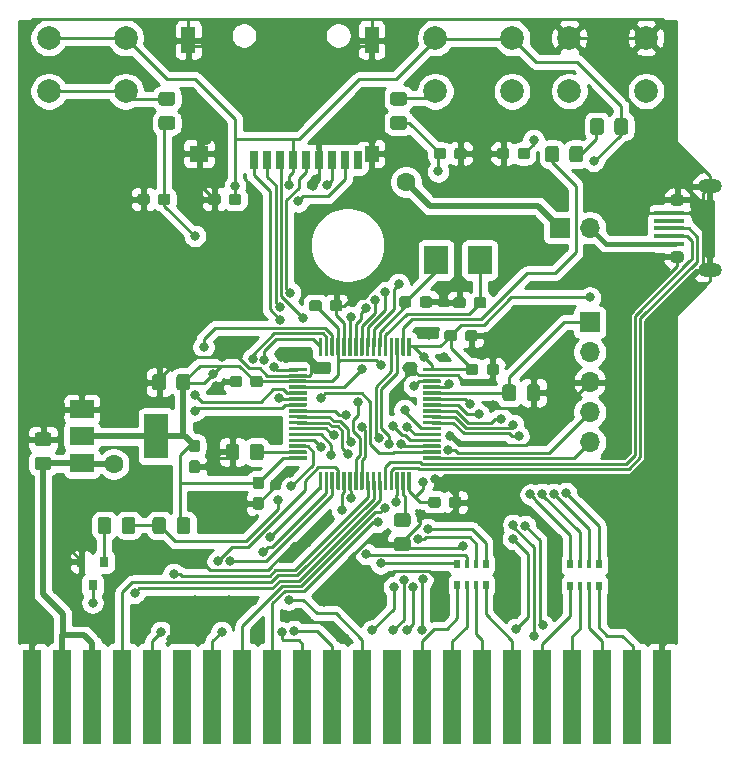
<source format=gtl>
G04 #@! TF.GenerationSoftware,KiCad,Pcbnew,5.1.5+dfsg1-2build2*
G04 #@! TF.CreationDate,2020-05-22T20:54:53+02:00*
G04 #@! TF.ProjectId,KungFuFlash,4b756e67-4675-4466-9c61-73682e6b6963,1*
G04 #@! TF.SameCoordinates,Original*
G04 #@! TF.FileFunction,Copper,L1,Top*
G04 #@! TF.FilePolarity,Positive*
%FSLAX46Y46*%
G04 Gerber Fmt 4.6, Leading zero omitted, Abs format (unit mm)*
G04 Created by KiCad (PCBNEW 5.1.5+dfsg1-2build2) date 2020-05-22 20:54:53*
%MOMM*%
%LPD*%
G04 APERTURE LIST*
%ADD10C,0.100000*%
%ADD11O,2.000000X1.200000*%
%ADD12R,2.650000X0.400000*%
%ADD13O,1.300000X1.100000*%
%ADD14R,0.700000X1.600000*%
%ADD15R,1.200000X1.400000*%
%ADD16R,1.600000X1.400000*%
%ADD17R,1.200000X2.200000*%
%ADD18R,2.000000X2.400000*%
%ADD19R,1.524000X8.000000*%
%ADD20C,2.000000*%
%ADD21O,1.700000X1.700000*%
%ADD22R,1.700000X1.700000*%
%ADD23R,2.000000X1.500000*%
%ADD24R,2.000000X3.800000*%
%ADD25R,0.800000X0.900000*%
%ADD26R,0.500000X0.800000*%
%ADD27R,0.400000X0.800000*%
%ADD28C,0.800000*%
%ADD29C,1.600000*%
%ADD30C,0.250000*%
%ADD31C,0.500000*%
%ADD32C,0.400000*%
%ADD33C,0.254000*%
G04 APERTURE END LIST*
G04 #@! TA.AperFunction,SMDPad,CuDef*
D10*
G36*
X112744851Y-98271861D02*
G01*
X112752132Y-98272941D01*
X112759271Y-98274729D01*
X112766201Y-98277209D01*
X112772855Y-98280356D01*
X112779168Y-98284140D01*
X112785079Y-98288524D01*
X112790533Y-98293467D01*
X112795476Y-98298921D01*
X112799860Y-98304832D01*
X112803644Y-98311145D01*
X112806791Y-98317799D01*
X112809271Y-98324729D01*
X112811059Y-98331868D01*
X112812139Y-98339149D01*
X112812500Y-98346500D01*
X112812500Y-98496500D01*
X112812139Y-98503851D01*
X112811059Y-98511132D01*
X112809271Y-98518271D01*
X112806791Y-98525201D01*
X112803644Y-98531855D01*
X112799860Y-98538168D01*
X112795476Y-98544079D01*
X112790533Y-98549533D01*
X112785079Y-98554476D01*
X112779168Y-98558860D01*
X112772855Y-98562644D01*
X112766201Y-98565791D01*
X112759271Y-98568271D01*
X112752132Y-98570059D01*
X112744851Y-98571139D01*
X112737500Y-98571500D01*
X111337500Y-98571500D01*
X111330149Y-98571139D01*
X111322868Y-98570059D01*
X111315729Y-98568271D01*
X111308799Y-98565791D01*
X111302145Y-98562644D01*
X111295832Y-98558860D01*
X111289921Y-98554476D01*
X111284467Y-98549533D01*
X111279524Y-98544079D01*
X111275140Y-98538168D01*
X111271356Y-98531855D01*
X111268209Y-98525201D01*
X111265729Y-98518271D01*
X111263941Y-98511132D01*
X111262861Y-98503851D01*
X111262500Y-98496500D01*
X111262500Y-98346500D01*
X111262861Y-98339149D01*
X111263941Y-98331868D01*
X111265729Y-98324729D01*
X111268209Y-98317799D01*
X111271356Y-98311145D01*
X111275140Y-98304832D01*
X111279524Y-98298921D01*
X111284467Y-98293467D01*
X111289921Y-98288524D01*
X111295832Y-98284140D01*
X111302145Y-98280356D01*
X111308799Y-98277209D01*
X111315729Y-98274729D01*
X111322868Y-98272941D01*
X111330149Y-98271861D01*
X111337500Y-98271500D01*
X112737500Y-98271500D01*
X112744851Y-98271861D01*
G37*
G04 #@! TD.AperFunction*
G04 #@! TA.AperFunction,SMDPad,CuDef*
G36*
X112744851Y-98771861D02*
G01*
X112752132Y-98772941D01*
X112759271Y-98774729D01*
X112766201Y-98777209D01*
X112772855Y-98780356D01*
X112779168Y-98784140D01*
X112785079Y-98788524D01*
X112790533Y-98793467D01*
X112795476Y-98798921D01*
X112799860Y-98804832D01*
X112803644Y-98811145D01*
X112806791Y-98817799D01*
X112809271Y-98824729D01*
X112811059Y-98831868D01*
X112812139Y-98839149D01*
X112812500Y-98846500D01*
X112812500Y-98996500D01*
X112812139Y-99003851D01*
X112811059Y-99011132D01*
X112809271Y-99018271D01*
X112806791Y-99025201D01*
X112803644Y-99031855D01*
X112799860Y-99038168D01*
X112795476Y-99044079D01*
X112790533Y-99049533D01*
X112785079Y-99054476D01*
X112779168Y-99058860D01*
X112772855Y-99062644D01*
X112766201Y-99065791D01*
X112759271Y-99068271D01*
X112752132Y-99070059D01*
X112744851Y-99071139D01*
X112737500Y-99071500D01*
X111337500Y-99071500D01*
X111330149Y-99071139D01*
X111322868Y-99070059D01*
X111315729Y-99068271D01*
X111308799Y-99065791D01*
X111302145Y-99062644D01*
X111295832Y-99058860D01*
X111289921Y-99054476D01*
X111284467Y-99049533D01*
X111279524Y-99044079D01*
X111275140Y-99038168D01*
X111271356Y-99031855D01*
X111268209Y-99025201D01*
X111265729Y-99018271D01*
X111263941Y-99011132D01*
X111262861Y-99003851D01*
X111262500Y-98996500D01*
X111262500Y-98846500D01*
X111262861Y-98839149D01*
X111263941Y-98831868D01*
X111265729Y-98824729D01*
X111268209Y-98817799D01*
X111271356Y-98811145D01*
X111275140Y-98804832D01*
X111279524Y-98798921D01*
X111284467Y-98793467D01*
X111289921Y-98788524D01*
X111295832Y-98784140D01*
X111302145Y-98780356D01*
X111308799Y-98777209D01*
X111315729Y-98774729D01*
X111322868Y-98772941D01*
X111330149Y-98771861D01*
X111337500Y-98771500D01*
X112737500Y-98771500D01*
X112744851Y-98771861D01*
G37*
G04 #@! TD.AperFunction*
G04 #@! TA.AperFunction,SMDPad,CuDef*
G36*
X112744851Y-99271861D02*
G01*
X112752132Y-99272941D01*
X112759271Y-99274729D01*
X112766201Y-99277209D01*
X112772855Y-99280356D01*
X112779168Y-99284140D01*
X112785079Y-99288524D01*
X112790533Y-99293467D01*
X112795476Y-99298921D01*
X112799860Y-99304832D01*
X112803644Y-99311145D01*
X112806791Y-99317799D01*
X112809271Y-99324729D01*
X112811059Y-99331868D01*
X112812139Y-99339149D01*
X112812500Y-99346500D01*
X112812500Y-99496500D01*
X112812139Y-99503851D01*
X112811059Y-99511132D01*
X112809271Y-99518271D01*
X112806791Y-99525201D01*
X112803644Y-99531855D01*
X112799860Y-99538168D01*
X112795476Y-99544079D01*
X112790533Y-99549533D01*
X112785079Y-99554476D01*
X112779168Y-99558860D01*
X112772855Y-99562644D01*
X112766201Y-99565791D01*
X112759271Y-99568271D01*
X112752132Y-99570059D01*
X112744851Y-99571139D01*
X112737500Y-99571500D01*
X111337500Y-99571500D01*
X111330149Y-99571139D01*
X111322868Y-99570059D01*
X111315729Y-99568271D01*
X111308799Y-99565791D01*
X111302145Y-99562644D01*
X111295832Y-99558860D01*
X111289921Y-99554476D01*
X111284467Y-99549533D01*
X111279524Y-99544079D01*
X111275140Y-99538168D01*
X111271356Y-99531855D01*
X111268209Y-99525201D01*
X111265729Y-99518271D01*
X111263941Y-99511132D01*
X111262861Y-99503851D01*
X111262500Y-99496500D01*
X111262500Y-99346500D01*
X111262861Y-99339149D01*
X111263941Y-99331868D01*
X111265729Y-99324729D01*
X111268209Y-99317799D01*
X111271356Y-99311145D01*
X111275140Y-99304832D01*
X111279524Y-99298921D01*
X111284467Y-99293467D01*
X111289921Y-99288524D01*
X111295832Y-99284140D01*
X111302145Y-99280356D01*
X111308799Y-99277209D01*
X111315729Y-99274729D01*
X111322868Y-99272941D01*
X111330149Y-99271861D01*
X111337500Y-99271500D01*
X112737500Y-99271500D01*
X112744851Y-99271861D01*
G37*
G04 #@! TD.AperFunction*
G04 #@! TA.AperFunction,SMDPad,CuDef*
G36*
X112744851Y-99771861D02*
G01*
X112752132Y-99772941D01*
X112759271Y-99774729D01*
X112766201Y-99777209D01*
X112772855Y-99780356D01*
X112779168Y-99784140D01*
X112785079Y-99788524D01*
X112790533Y-99793467D01*
X112795476Y-99798921D01*
X112799860Y-99804832D01*
X112803644Y-99811145D01*
X112806791Y-99817799D01*
X112809271Y-99824729D01*
X112811059Y-99831868D01*
X112812139Y-99839149D01*
X112812500Y-99846500D01*
X112812500Y-99996500D01*
X112812139Y-100003851D01*
X112811059Y-100011132D01*
X112809271Y-100018271D01*
X112806791Y-100025201D01*
X112803644Y-100031855D01*
X112799860Y-100038168D01*
X112795476Y-100044079D01*
X112790533Y-100049533D01*
X112785079Y-100054476D01*
X112779168Y-100058860D01*
X112772855Y-100062644D01*
X112766201Y-100065791D01*
X112759271Y-100068271D01*
X112752132Y-100070059D01*
X112744851Y-100071139D01*
X112737500Y-100071500D01*
X111337500Y-100071500D01*
X111330149Y-100071139D01*
X111322868Y-100070059D01*
X111315729Y-100068271D01*
X111308799Y-100065791D01*
X111302145Y-100062644D01*
X111295832Y-100058860D01*
X111289921Y-100054476D01*
X111284467Y-100049533D01*
X111279524Y-100044079D01*
X111275140Y-100038168D01*
X111271356Y-100031855D01*
X111268209Y-100025201D01*
X111265729Y-100018271D01*
X111263941Y-100011132D01*
X111262861Y-100003851D01*
X111262500Y-99996500D01*
X111262500Y-99846500D01*
X111262861Y-99839149D01*
X111263941Y-99831868D01*
X111265729Y-99824729D01*
X111268209Y-99817799D01*
X111271356Y-99811145D01*
X111275140Y-99804832D01*
X111279524Y-99798921D01*
X111284467Y-99793467D01*
X111289921Y-99788524D01*
X111295832Y-99784140D01*
X111302145Y-99780356D01*
X111308799Y-99777209D01*
X111315729Y-99774729D01*
X111322868Y-99772941D01*
X111330149Y-99771861D01*
X111337500Y-99771500D01*
X112737500Y-99771500D01*
X112744851Y-99771861D01*
G37*
G04 #@! TD.AperFunction*
G04 #@! TA.AperFunction,SMDPad,CuDef*
G36*
X112744851Y-100271861D02*
G01*
X112752132Y-100272941D01*
X112759271Y-100274729D01*
X112766201Y-100277209D01*
X112772855Y-100280356D01*
X112779168Y-100284140D01*
X112785079Y-100288524D01*
X112790533Y-100293467D01*
X112795476Y-100298921D01*
X112799860Y-100304832D01*
X112803644Y-100311145D01*
X112806791Y-100317799D01*
X112809271Y-100324729D01*
X112811059Y-100331868D01*
X112812139Y-100339149D01*
X112812500Y-100346500D01*
X112812500Y-100496500D01*
X112812139Y-100503851D01*
X112811059Y-100511132D01*
X112809271Y-100518271D01*
X112806791Y-100525201D01*
X112803644Y-100531855D01*
X112799860Y-100538168D01*
X112795476Y-100544079D01*
X112790533Y-100549533D01*
X112785079Y-100554476D01*
X112779168Y-100558860D01*
X112772855Y-100562644D01*
X112766201Y-100565791D01*
X112759271Y-100568271D01*
X112752132Y-100570059D01*
X112744851Y-100571139D01*
X112737500Y-100571500D01*
X111337500Y-100571500D01*
X111330149Y-100571139D01*
X111322868Y-100570059D01*
X111315729Y-100568271D01*
X111308799Y-100565791D01*
X111302145Y-100562644D01*
X111295832Y-100558860D01*
X111289921Y-100554476D01*
X111284467Y-100549533D01*
X111279524Y-100544079D01*
X111275140Y-100538168D01*
X111271356Y-100531855D01*
X111268209Y-100525201D01*
X111265729Y-100518271D01*
X111263941Y-100511132D01*
X111262861Y-100503851D01*
X111262500Y-100496500D01*
X111262500Y-100346500D01*
X111262861Y-100339149D01*
X111263941Y-100331868D01*
X111265729Y-100324729D01*
X111268209Y-100317799D01*
X111271356Y-100311145D01*
X111275140Y-100304832D01*
X111279524Y-100298921D01*
X111284467Y-100293467D01*
X111289921Y-100288524D01*
X111295832Y-100284140D01*
X111302145Y-100280356D01*
X111308799Y-100277209D01*
X111315729Y-100274729D01*
X111322868Y-100272941D01*
X111330149Y-100271861D01*
X111337500Y-100271500D01*
X112737500Y-100271500D01*
X112744851Y-100271861D01*
G37*
G04 #@! TD.AperFunction*
G04 #@! TA.AperFunction,SMDPad,CuDef*
G36*
X112744851Y-100771861D02*
G01*
X112752132Y-100772941D01*
X112759271Y-100774729D01*
X112766201Y-100777209D01*
X112772855Y-100780356D01*
X112779168Y-100784140D01*
X112785079Y-100788524D01*
X112790533Y-100793467D01*
X112795476Y-100798921D01*
X112799860Y-100804832D01*
X112803644Y-100811145D01*
X112806791Y-100817799D01*
X112809271Y-100824729D01*
X112811059Y-100831868D01*
X112812139Y-100839149D01*
X112812500Y-100846500D01*
X112812500Y-100996500D01*
X112812139Y-101003851D01*
X112811059Y-101011132D01*
X112809271Y-101018271D01*
X112806791Y-101025201D01*
X112803644Y-101031855D01*
X112799860Y-101038168D01*
X112795476Y-101044079D01*
X112790533Y-101049533D01*
X112785079Y-101054476D01*
X112779168Y-101058860D01*
X112772855Y-101062644D01*
X112766201Y-101065791D01*
X112759271Y-101068271D01*
X112752132Y-101070059D01*
X112744851Y-101071139D01*
X112737500Y-101071500D01*
X111337500Y-101071500D01*
X111330149Y-101071139D01*
X111322868Y-101070059D01*
X111315729Y-101068271D01*
X111308799Y-101065791D01*
X111302145Y-101062644D01*
X111295832Y-101058860D01*
X111289921Y-101054476D01*
X111284467Y-101049533D01*
X111279524Y-101044079D01*
X111275140Y-101038168D01*
X111271356Y-101031855D01*
X111268209Y-101025201D01*
X111265729Y-101018271D01*
X111263941Y-101011132D01*
X111262861Y-101003851D01*
X111262500Y-100996500D01*
X111262500Y-100846500D01*
X111262861Y-100839149D01*
X111263941Y-100831868D01*
X111265729Y-100824729D01*
X111268209Y-100817799D01*
X111271356Y-100811145D01*
X111275140Y-100804832D01*
X111279524Y-100798921D01*
X111284467Y-100793467D01*
X111289921Y-100788524D01*
X111295832Y-100784140D01*
X111302145Y-100780356D01*
X111308799Y-100777209D01*
X111315729Y-100774729D01*
X111322868Y-100772941D01*
X111330149Y-100771861D01*
X111337500Y-100771500D01*
X112737500Y-100771500D01*
X112744851Y-100771861D01*
G37*
G04 #@! TD.AperFunction*
G04 #@! TA.AperFunction,SMDPad,CuDef*
G36*
X112744851Y-101271861D02*
G01*
X112752132Y-101272941D01*
X112759271Y-101274729D01*
X112766201Y-101277209D01*
X112772855Y-101280356D01*
X112779168Y-101284140D01*
X112785079Y-101288524D01*
X112790533Y-101293467D01*
X112795476Y-101298921D01*
X112799860Y-101304832D01*
X112803644Y-101311145D01*
X112806791Y-101317799D01*
X112809271Y-101324729D01*
X112811059Y-101331868D01*
X112812139Y-101339149D01*
X112812500Y-101346500D01*
X112812500Y-101496500D01*
X112812139Y-101503851D01*
X112811059Y-101511132D01*
X112809271Y-101518271D01*
X112806791Y-101525201D01*
X112803644Y-101531855D01*
X112799860Y-101538168D01*
X112795476Y-101544079D01*
X112790533Y-101549533D01*
X112785079Y-101554476D01*
X112779168Y-101558860D01*
X112772855Y-101562644D01*
X112766201Y-101565791D01*
X112759271Y-101568271D01*
X112752132Y-101570059D01*
X112744851Y-101571139D01*
X112737500Y-101571500D01*
X111337500Y-101571500D01*
X111330149Y-101571139D01*
X111322868Y-101570059D01*
X111315729Y-101568271D01*
X111308799Y-101565791D01*
X111302145Y-101562644D01*
X111295832Y-101558860D01*
X111289921Y-101554476D01*
X111284467Y-101549533D01*
X111279524Y-101544079D01*
X111275140Y-101538168D01*
X111271356Y-101531855D01*
X111268209Y-101525201D01*
X111265729Y-101518271D01*
X111263941Y-101511132D01*
X111262861Y-101503851D01*
X111262500Y-101496500D01*
X111262500Y-101346500D01*
X111262861Y-101339149D01*
X111263941Y-101331868D01*
X111265729Y-101324729D01*
X111268209Y-101317799D01*
X111271356Y-101311145D01*
X111275140Y-101304832D01*
X111279524Y-101298921D01*
X111284467Y-101293467D01*
X111289921Y-101288524D01*
X111295832Y-101284140D01*
X111302145Y-101280356D01*
X111308799Y-101277209D01*
X111315729Y-101274729D01*
X111322868Y-101272941D01*
X111330149Y-101271861D01*
X111337500Y-101271500D01*
X112737500Y-101271500D01*
X112744851Y-101271861D01*
G37*
G04 #@! TD.AperFunction*
G04 #@! TA.AperFunction,SMDPad,CuDef*
G36*
X112744851Y-101771861D02*
G01*
X112752132Y-101772941D01*
X112759271Y-101774729D01*
X112766201Y-101777209D01*
X112772855Y-101780356D01*
X112779168Y-101784140D01*
X112785079Y-101788524D01*
X112790533Y-101793467D01*
X112795476Y-101798921D01*
X112799860Y-101804832D01*
X112803644Y-101811145D01*
X112806791Y-101817799D01*
X112809271Y-101824729D01*
X112811059Y-101831868D01*
X112812139Y-101839149D01*
X112812500Y-101846500D01*
X112812500Y-101996500D01*
X112812139Y-102003851D01*
X112811059Y-102011132D01*
X112809271Y-102018271D01*
X112806791Y-102025201D01*
X112803644Y-102031855D01*
X112799860Y-102038168D01*
X112795476Y-102044079D01*
X112790533Y-102049533D01*
X112785079Y-102054476D01*
X112779168Y-102058860D01*
X112772855Y-102062644D01*
X112766201Y-102065791D01*
X112759271Y-102068271D01*
X112752132Y-102070059D01*
X112744851Y-102071139D01*
X112737500Y-102071500D01*
X111337500Y-102071500D01*
X111330149Y-102071139D01*
X111322868Y-102070059D01*
X111315729Y-102068271D01*
X111308799Y-102065791D01*
X111302145Y-102062644D01*
X111295832Y-102058860D01*
X111289921Y-102054476D01*
X111284467Y-102049533D01*
X111279524Y-102044079D01*
X111275140Y-102038168D01*
X111271356Y-102031855D01*
X111268209Y-102025201D01*
X111265729Y-102018271D01*
X111263941Y-102011132D01*
X111262861Y-102003851D01*
X111262500Y-101996500D01*
X111262500Y-101846500D01*
X111262861Y-101839149D01*
X111263941Y-101831868D01*
X111265729Y-101824729D01*
X111268209Y-101817799D01*
X111271356Y-101811145D01*
X111275140Y-101804832D01*
X111279524Y-101798921D01*
X111284467Y-101793467D01*
X111289921Y-101788524D01*
X111295832Y-101784140D01*
X111302145Y-101780356D01*
X111308799Y-101777209D01*
X111315729Y-101774729D01*
X111322868Y-101772941D01*
X111330149Y-101771861D01*
X111337500Y-101771500D01*
X112737500Y-101771500D01*
X112744851Y-101771861D01*
G37*
G04 #@! TD.AperFunction*
G04 #@! TA.AperFunction,SMDPad,CuDef*
G36*
X112744851Y-102271861D02*
G01*
X112752132Y-102272941D01*
X112759271Y-102274729D01*
X112766201Y-102277209D01*
X112772855Y-102280356D01*
X112779168Y-102284140D01*
X112785079Y-102288524D01*
X112790533Y-102293467D01*
X112795476Y-102298921D01*
X112799860Y-102304832D01*
X112803644Y-102311145D01*
X112806791Y-102317799D01*
X112809271Y-102324729D01*
X112811059Y-102331868D01*
X112812139Y-102339149D01*
X112812500Y-102346500D01*
X112812500Y-102496500D01*
X112812139Y-102503851D01*
X112811059Y-102511132D01*
X112809271Y-102518271D01*
X112806791Y-102525201D01*
X112803644Y-102531855D01*
X112799860Y-102538168D01*
X112795476Y-102544079D01*
X112790533Y-102549533D01*
X112785079Y-102554476D01*
X112779168Y-102558860D01*
X112772855Y-102562644D01*
X112766201Y-102565791D01*
X112759271Y-102568271D01*
X112752132Y-102570059D01*
X112744851Y-102571139D01*
X112737500Y-102571500D01*
X111337500Y-102571500D01*
X111330149Y-102571139D01*
X111322868Y-102570059D01*
X111315729Y-102568271D01*
X111308799Y-102565791D01*
X111302145Y-102562644D01*
X111295832Y-102558860D01*
X111289921Y-102554476D01*
X111284467Y-102549533D01*
X111279524Y-102544079D01*
X111275140Y-102538168D01*
X111271356Y-102531855D01*
X111268209Y-102525201D01*
X111265729Y-102518271D01*
X111263941Y-102511132D01*
X111262861Y-102503851D01*
X111262500Y-102496500D01*
X111262500Y-102346500D01*
X111262861Y-102339149D01*
X111263941Y-102331868D01*
X111265729Y-102324729D01*
X111268209Y-102317799D01*
X111271356Y-102311145D01*
X111275140Y-102304832D01*
X111279524Y-102298921D01*
X111284467Y-102293467D01*
X111289921Y-102288524D01*
X111295832Y-102284140D01*
X111302145Y-102280356D01*
X111308799Y-102277209D01*
X111315729Y-102274729D01*
X111322868Y-102272941D01*
X111330149Y-102271861D01*
X111337500Y-102271500D01*
X112737500Y-102271500D01*
X112744851Y-102271861D01*
G37*
G04 #@! TD.AperFunction*
G04 #@! TA.AperFunction,SMDPad,CuDef*
G36*
X112744851Y-102771861D02*
G01*
X112752132Y-102772941D01*
X112759271Y-102774729D01*
X112766201Y-102777209D01*
X112772855Y-102780356D01*
X112779168Y-102784140D01*
X112785079Y-102788524D01*
X112790533Y-102793467D01*
X112795476Y-102798921D01*
X112799860Y-102804832D01*
X112803644Y-102811145D01*
X112806791Y-102817799D01*
X112809271Y-102824729D01*
X112811059Y-102831868D01*
X112812139Y-102839149D01*
X112812500Y-102846500D01*
X112812500Y-102996500D01*
X112812139Y-103003851D01*
X112811059Y-103011132D01*
X112809271Y-103018271D01*
X112806791Y-103025201D01*
X112803644Y-103031855D01*
X112799860Y-103038168D01*
X112795476Y-103044079D01*
X112790533Y-103049533D01*
X112785079Y-103054476D01*
X112779168Y-103058860D01*
X112772855Y-103062644D01*
X112766201Y-103065791D01*
X112759271Y-103068271D01*
X112752132Y-103070059D01*
X112744851Y-103071139D01*
X112737500Y-103071500D01*
X111337500Y-103071500D01*
X111330149Y-103071139D01*
X111322868Y-103070059D01*
X111315729Y-103068271D01*
X111308799Y-103065791D01*
X111302145Y-103062644D01*
X111295832Y-103058860D01*
X111289921Y-103054476D01*
X111284467Y-103049533D01*
X111279524Y-103044079D01*
X111275140Y-103038168D01*
X111271356Y-103031855D01*
X111268209Y-103025201D01*
X111265729Y-103018271D01*
X111263941Y-103011132D01*
X111262861Y-103003851D01*
X111262500Y-102996500D01*
X111262500Y-102846500D01*
X111262861Y-102839149D01*
X111263941Y-102831868D01*
X111265729Y-102824729D01*
X111268209Y-102817799D01*
X111271356Y-102811145D01*
X111275140Y-102804832D01*
X111279524Y-102798921D01*
X111284467Y-102793467D01*
X111289921Y-102788524D01*
X111295832Y-102784140D01*
X111302145Y-102780356D01*
X111308799Y-102777209D01*
X111315729Y-102774729D01*
X111322868Y-102772941D01*
X111330149Y-102771861D01*
X111337500Y-102771500D01*
X112737500Y-102771500D01*
X112744851Y-102771861D01*
G37*
G04 #@! TD.AperFunction*
G04 #@! TA.AperFunction,SMDPad,CuDef*
G36*
X112744851Y-103271861D02*
G01*
X112752132Y-103272941D01*
X112759271Y-103274729D01*
X112766201Y-103277209D01*
X112772855Y-103280356D01*
X112779168Y-103284140D01*
X112785079Y-103288524D01*
X112790533Y-103293467D01*
X112795476Y-103298921D01*
X112799860Y-103304832D01*
X112803644Y-103311145D01*
X112806791Y-103317799D01*
X112809271Y-103324729D01*
X112811059Y-103331868D01*
X112812139Y-103339149D01*
X112812500Y-103346500D01*
X112812500Y-103496500D01*
X112812139Y-103503851D01*
X112811059Y-103511132D01*
X112809271Y-103518271D01*
X112806791Y-103525201D01*
X112803644Y-103531855D01*
X112799860Y-103538168D01*
X112795476Y-103544079D01*
X112790533Y-103549533D01*
X112785079Y-103554476D01*
X112779168Y-103558860D01*
X112772855Y-103562644D01*
X112766201Y-103565791D01*
X112759271Y-103568271D01*
X112752132Y-103570059D01*
X112744851Y-103571139D01*
X112737500Y-103571500D01*
X111337500Y-103571500D01*
X111330149Y-103571139D01*
X111322868Y-103570059D01*
X111315729Y-103568271D01*
X111308799Y-103565791D01*
X111302145Y-103562644D01*
X111295832Y-103558860D01*
X111289921Y-103554476D01*
X111284467Y-103549533D01*
X111279524Y-103544079D01*
X111275140Y-103538168D01*
X111271356Y-103531855D01*
X111268209Y-103525201D01*
X111265729Y-103518271D01*
X111263941Y-103511132D01*
X111262861Y-103503851D01*
X111262500Y-103496500D01*
X111262500Y-103346500D01*
X111262861Y-103339149D01*
X111263941Y-103331868D01*
X111265729Y-103324729D01*
X111268209Y-103317799D01*
X111271356Y-103311145D01*
X111275140Y-103304832D01*
X111279524Y-103298921D01*
X111284467Y-103293467D01*
X111289921Y-103288524D01*
X111295832Y-103284140D01*
X111302145Y-103280356D01*
X111308799Y-103277209D01*
X111315729Y-103274729D01*
X111322868Y-103272941D01*
X111330149Y-103271861D01*
X111337500Y-103271500D01*
X112737500Y-103271500D01*
X112744851Y-103271861D01*
G37*
G04 #@! TD.AperFunction*
G04 #@! TA.AperFunction,SMDPad,CuDef*
G36*
X112744851Y-103771861D02*
G01*
X112752132Y-103772941D01*
X112759271Y-103774729D01*
X112766201Y-103777209D01*
X112772855Y-103780356D01*
X112779168Y-103784140D01*
X112785079Y-103788524D01*
X112790533Y-103793467D01*
X112795476Y-103798921D01*
X112799860Y-103804832D01*
X112803644Y-103811145D01*
X112806791Y-103817799D01*
X112809271Y-103824729D01*
X112811059Y-103831868D01*
X112812139Y-103839149D01*
X112812500Y-103846500D01*
X112812500Y-103996500D01*
X112812139Y-104003851D01*
X112811059Y-104011132D01*
X112809271Y-104018271D01*
X112806791Y-104025201D01*
X112803644Y-104031855D01*
X112799860Y-104038168D01*
X112795476Y-104044079D01*
X112790533Y-104049533D01*
X112785079Y-104054476D01*
X112779168Y-104058860D01*
X112772855Y-104062644D01*
X112766201Y-104065791D01*
X112759271Y-104068271D01*
X112752132Y-104070059D01*
X112744851Y-104071139D01*
X112737500Y-104071500D01*
X111337500Y-104071500D01*
X111330149Y-104071139D01*
X111322868Y-104070059D01*
X111315729Y-104068271D01*
X111308799Y-104065791D01*
X111302145Y-104062644D01*
X111295832Y-104058860D01*
X111289921Y-104054476D01*
X111284467Y-104049533D01*
X111279524Y-104044079D01*
X111275140Y-104038168D01*
X111271356Y-104031855D01*
X111268209Y-104025201D01*
X111265729Y-104018271D01*
X111263941Y-104011132D01*
X111262861Y-104003851D01*
X111262500Y-103996500D01*
X111262500Y-103846500D01*
X111262861Y-103839149D01*
X111263941Y-103831868D01*
X111265729Y-103824729D01*
X111268209Y-103817799D01*
X111271356Y-103811145D01*
X111275140Y-103804832D01*
X111279524Y-103798921D01*
X111284467Y-103793467D01*
X111289921Y-103788524D01*
X111295832Y-103784140D01*
X111302145Y-103780356D01*
X111308799Y-103777209D01*
X111315729Y-103774729D01*
X111322868Y-103772941D01*
X111330149Y-103771861D01*
X111337500Y-103771500D01*
X112737500Y-103771500D01*
X112744851Y-103771861D01*
G37*
G04 #@! TD.AperFunction*
G04 #@! TA.AperFunction,SMDPad,CuDef*
G36*
X112744851Y-104271861D02*
G01*
X112752132Y-104272941D01*
X112759271Y-104274729D01*
X112766201Y-104277209D01*
X112772855Y-104280356D01*
X112779168Y-104284140D01*
X112785079Y-104288524D01*
X112790533Y-104293467D01*
X112795476Y-104298921D01*
X112799860Y-104304832D01*
X112803644Y-104311145D01*
X112806791Y-104317799D01*
X112809271Y-104324729D01*
X112811059Y-104331868D01*
X112812139Y-104339149D01*
X112812500Y-104346500D01*
X112812500Y-104496500D01*
X112812139Y-104503851D01*
X112811059Y-104511132D01*
X112809271Y-104518271D01*
X112806791Y-104525201D01*
X112803644Y-104531855D01*
X112799860Y-104538168D01*
X112795476Y-104544079D01*
X112790533Y-104549533D01*
X112785079Y-104554476D01*
X112779168Y-104558860D01*
X112772855Y-104562644D01*
X112766201Y-104565791D01*
X112759271Y-104568271D01*
X112752132Y-104570059D01*
X112744851Y-104571139D01*
X112737500Y-104571500D01*
X111337500Y-104571500D01*
X111330149Y-104571139D01*
X111322868Y-104570059D01*
X111315729Y-104568271D01*
X111308799Y-104565791D01*
X111302145Y-104562644D01*
X111295832Y-104558860D01*
X111289921Y-104554476D01*
X111284467Y-104549533D01*
X111279524Y-104544079D01*
X111275140Y-104538168D01*
X111271356Y-104531855D01*
X111268209Y-104525201D01*
X111265729Y-104518271D01*
X111263941Y-104511132D01*
X111262861Y-104503851D01*
X111262500Y-104496500D01*
X111262500Y-104346500D01*
X111262861Y-104339149D01*
X111263941Y-104331868D01*
X111265729Y-104324729D01*
X111268209Y-104317799D01*
X111271356Y-104311145D01*
X111275140Y-104304832D01*
X111279524Y-104298921D01*
X111284467Y-104293467D01*
X111289921Y-104288524D01*
X111295832Y-104284140D01*
X111302145Y-104280356D01*
X111308799Y-104277209D01*
X111315729Y-104274729D01*
X111322868Y-104272941D01*
X111330149Y-104271861D01*
X111337500Y-104271500D01*
X112737500Y-104271500D01*
X112744851Y-104271861D01*
G37*
G04 #@! TD.AperFunction*
G04 #@! TA.AperFunction,SMDPad,CuDef*
G36*
X112744851Y-104771861D02*
G01*
X112752132Y-104772941D01*
X112759271Y-104774729D01*
X112766201Y-104777209D01*
X112772855Y-104780356D01*
X112779168Y-104784140D01*
X112785079Y-104788524D01*
X112790533Y-104793467D01*
X112795476Y-104798921D01*
X112799860Y-104804832D01*
X112803644Y-104811145D01*
X112806791Y-104817799D01*
X112809271Y-104824729D01*
X112811059Y-104831868D01*
X112812139Y-104839149D01*
X112812500Y-104846500D01*
X112812500Y-104996500D01*
X112812139Y-105003851D01*
X112811059Y-105011132D01*
X112809271Y-105018271D01*
X112806791Y-105025201D01*
X112803644Y-105031855D01*
X112799860Y-105038168D01*
X112795476Y-105044079D01*
X112790533Y-105049533D01*
X112785079Y-105054476D01*
X112779168Y-105058860D01*
X112772855Y-105062644D01*
X112766201Y-105065791D01*
X112759271Y-105068271D01*
X112752132Y-105070059D01*
X112744851Y-105071139D01*
X112737500Y-105071500D01*
X111337500Y-105071500D01*
X111330149Y-105071139D01*
X111322868Y-105070059D01*
X111315729Y-105068271D01*
X111308799Y-105065791D01*
X111302145Y-105062644D01*
X111295832Y-105058860D01*
X111289921Y-105054476D01*
X111284467Y-105049533D01*
X111279524Y-105044079D01*
X111275140Y-105038168D01*
X111271356Y-105031855D01*
X111268209Y-105025201D01*
X111265729Y-105018271D01*
X111263941Y-105011132D01*
X111262861Y-105003851D01*
X111262500Y-104996500D01*
X111262500Y-104846500D01*
X111262861Y-104839149D01*
X111263941Y-104831868D01*
X111265729Y-104824729D01*
X111268209Y-104817799D01*
X111271356Y-104811145D01*
X111275140Y-104804832D01*
X111279524Y-104798921D01*
X111284467Y-104793467D01*
X111289921Y-104788524D01*
X111295832Y-104784140D01*
X111302145Y-104780356D01*
X111308799Y-104777209D01*
X111315729Y-104774729D01*
X111322868Y-104772941D01*
X111330149Y-104771861D01*
X111337500Y-104771500D01*
X112737500Y-104771500D01*
X112744851Y-104771861D01*
G37*
G04 #@! TD.AperFunction*
G04 #@! TA.AperFunction,SMDPad,CuDef*
G36*
X112744851Y-105271861D02*
G01*
X112752132Y-105272941D01*
X112759271Y-105274729D01*
X112766201Y-105277209D01*
X112772855Y-105280356D01*
X112779168Y-105284140D01*
X112785079Y-105288524D01*
X112790533Y-105293467D01*
X112795476Y-105298921D01*
X112799860Y-105304832D01*
X112803644Y-105311145D01*
X112806791Y-105317799D01*
X112809271Y-105324729D01*
X112811059Y-105331868D01*
X112812139Y-105339149D01*
X112812500Y-105346500D01*
X112812500Y-105496500D01*
X112812139Y-105503851D01*
X112811059Y-105511132D01*
X112809271Y-105518271D01*
X112806791Y-105525201D01*
X112803644Y-105531855D01*
X112799860Y-105538168D01*
X112795476Y-105544079D01*
X112790533Y-105549533D01*
X112785079Y-105554476D01*
X112779168Y-105558860D01*
X112772855Y-105562644D01*
X112766201Y-105565791D01*
X112759271Y-105568271D01*
X112752132Y-105570059D01*
X112744851Y-105571139D01*
X112737500Y-105571500D01*
X111337500Y-105571500D01*
X111330149Y-105571139D01*
X111322868Y-105570059D01*
X111315729Y-105568271D01*
X111308799Y-105565791D01*
X111302145Y-105562644D01*
X111295832Y-105558860D01*
X111289921Y-105554476D01*
X111284467Y-105549533D01*
X111279524Y-105544079D01*
X111275140Y-105538168D01*
X111271356Y-105531855D01*
X111268209Y-105525201D01*
X111265729Y-105518271D01*
X111263941Y-105511132D01*
X111262861Y-105503851D01*
X111262500Y-105496500D01*
X111262500Y-105346500D01*
X111262861Y-105339149D01*
X111263941Y-105331868D01*
X111265729Y-105324729D01*
X111268209Y-105317799D01*
X111271356Y-105311145D01*
X111275140Y-105304832D01*
X111279524Y-105298921D01*
X111284467Y-105293467D01*
X111289921Y-105288524D01*
X111295832Y-105284140D01*
X111302145Y-105280356D01*
X111308799Y-105277209D01*
X111315729Y-105274729D01*
X111322868Y-105272941D01*
X111330149Y-105271861D01*
X111337500Y-105271500D01*
X112737500Y-105271500D01*
X112744851Y-105271861D01*
G37*
G04 #@! TD.AperFunction*
G04 #@! TA.AperFunction,SMDPad,CuDef*
G36*
X112744851Y-105771861D02*
G01*
X112752132Y-105772941D01*
X112759271Y-105774729D01*
X112766201Y-105777209D01*
X112772855Y-105780356D01*
X112779168Y-105784140D01*
X112785079Y-105788524D01*
X112790533Y-105793467D01*
X112795476Y-105798921D01*
X112799860Y-105804832D01*
X112803644Y-105811145D01*
X112806791Y-105817799D01*
X112809271Y-105824729D01*
X112811059Y-105831868D01*
X112812139Y-105839149D01*
X112812500Y-105846500D01*
X112812500Y-105996500D01*
X112812139Y-106003851D01*
X112811059Y-106011132D01*
X112809271Y-106018271D01*
X112806791Y-106025201D01*
X112803644Y-106031855D01*
X112799860Y-106038168D01*
X112795476Y-106044079D01*
X112790533Y-106049533D01*
X112785079Y-106054476D01*
X112779168Y-106058860D01*
X112772855Y-106062644D01*
X112766201Y-106065791D01*
X112759271Y-106068271D01*
X112752132Y-106070059D01*
X112744851Y-106071139D01*
X112737500Y-106071500D01*
X111337500Y-106071500D01*
X111330149Y-106071139D01*
X111322868Y-106070059D01*
X111315729Y-106068271D01*
X111308799Y-106065791D01*
X111302145Y-106062644D01*
X111295832Y-106058860D01*
X111289921Y-106054476D01*
X111284467Y-106049533D01*
X111279524Y-106044079D01*
X111275140Y-106038168D01*
X111271356Y-106031855D01*
X111268209Y-106025201D01*
X111265729Y-106018271D01*
X111263941Y-106011132D01*
X111262861Y-106003851D01*
X111262500Y-105996500D01*
X111262500Y-105846500D01*
X111262861Y-105839149D01*
X111263941Y-105831868D01*
X111265729Y-105824729D01*
X111268209Y-105817799D01*
X111271356Y-105811145D01*
X111275140Y-105804832D01*
X111279524Y-105798921D01*
X111284467Y-105793467D01*
X111289921Y-105788524D01*
X111295832Y-105784140D01*
X111302145Y-105780356D01*
X111308799Y-105777209D01*
X111315729Y-105774729D01*
X111322868Y-105772941D01*
X111330149Y-105771861D01*
X111337500Y-105771500D01*
X112737500Y-105771500D01*
X112744851Y-105771861D01*
G37*
G04 #@! TD.AperFunction*
G04 #@! TA.AperFunction,SMDPad,CuDef*
G36*
X110194851Y-107071861D02*
G01*
X110202132Y-107072941D01*
X110209271Y-107074729D01*
X110216201Y-107077209D01*
X110222855Y-107080356D01*
X110229168Y-107084140D01*
X110235079Y-107088524D01*
X110240533Y-107093467D01*
X110245476Y-107098921D01*
X110249860Y-107104832D01*
X110253644Y-107111145D01*
X110256791Y-107117799D01*
X110259271Y-107124729D01*
X110261059Y-107131868D01*
X110262139Y-107139149D01*
X110262500Y-107146500D01*
X110262500Y-108546500D01*
X110262139Y-108553851D01*
X110261059Y-108561132D01*
X110259271Y-108568271D01*
X110256791Y-108575201D01*
X110253644Y-108581855D01*
X110249860Y-108588168D01*
X110245476Y-108594079D01*
X110240533Y-108599533D01*
X110235079Y-108604476D01*
X110229168Y-108608860D01*
X110222855Y-108612644D01*
X110216201Y-108615791D01*
X110209271Y-108618271D01*
X110202132Y-108620059D01*
X110194851Y-108621139D01*
X110187500Y-108621500D01*
X110037500Y-108621500D01*
X110030149Y-108621139D01*
X110022868Y-108620059D01*
X110015729Y-108618271D01*
X110008799Y-108615791D01*
X110002145Y-108612644D01*
X109995832Y-108608860D01*
X109989921Y-108604476D01*
X109984467Y-108599533D01*
X109979524Y-108594079D01*
X109975140Y-108588168D01*
X109971356Y-108581855D01*
X109968209Y-108575201D01*
X109965729Y-108568271D01*
X109963941Y-108561132D01*
X109962861Y-108553851D01*
X109962500Y-108546500D01*
X109962500Y-107146500D01*
X109962861Y-107139149D01*
X109963941Y-107131868D01*
X109965729Y-107124729D01*
X109968209Y-107117799D01*
X109971356Y-107111145D01*
X109975140Y-107104832D01*
X109979524Y-107098921D01*
X109984467Y-107093467D01*
X109989921Y-107088524D01*
X109995832Y-107084140D01*
X110002145Y-107080356D01*
X110008799Y-107077209D01*
X110015729Y-107074729D01*
X110022868Y-107072941D01*
X110030149Y-107071861D01*
X110037500Y-107071500D01*
X110187500Y-107071500D01*
X110194851Y-107071861D01*
G37*
G04 #@! TD.AperFunction*
G04 #@! TA.AperFunction,SMDPad,CuDef*
G36*
X109694851Y-107071861D02*
G01*
X109702132Y-107072941D01*
X109709271Y-107074729D01*
X109716201Y-107077209D01*
X109722855Y-107080356D01*
X109729168Y-107084140D01*
X109735079Y-107088524D01*
X109740533Y-107093467D01*
X109745476Y-107098921D01*
X109749860Y-107104832D01*
X109753644Y-107111145D01*
X109756791Y-107117799D01*
X109759271Y-107124729D01*
X109761059Y-107131868D01*
X109762139Y-107139149D01*
X109762500Y-107146500D01*
X109762500Y-108546500D01*
X109762139Y-108553851D01*
X109761059Y-108561132D01*
X109759271Y-108568271D01*
X109756791Y-108575201D01*
X109753644Y-108581855D01*
X109749860Y-108588168D01*
X109745476Y-108594079D01*
X109740533Y-108599533D01*
X109735079Y-108604476D01*
X109729168Y-108608860D01*
X109722855Y-108612644D01*
X109716201Y-108615791D01*
X109709271Y-108618271D01*
X109702132Y-108620059D01*
X109694851Y-108621139D01*
X109687500Y-108621500D01*
X109537500Y-108621500D01*
X109530149Y-108621139D01*
X109522868Y-108620059D01*
X109515729Y-108618271D01*
X109508799Y-108615791D01*
X109502145Y-108612644D01*
X109495832Y-108608860D01*
X109489921Y-108604476D01*
X109484467Y-108599533D01*
X109479524Y-108594079D01*
X109475140Y-108588168D01*
X109471356Y-108581855D01*
X109468209Y-108575201D01*
X109465729Y-108568271D01*
X109463941Y-108561132D01*
X109462861Y-108553851D01*
X109462500Y-108546500D01*
X109462500Y-107146500D01*
X109462861Y-107139149D01*
X109463941Y-107131868D01*
X109465729Y-107124729D01*
X109468209Y-107117799D01*
X109471356Y-107111145D01*
X109475140Y-107104832D01*
X109479524Y-107098921D01*
X109484467Y-107093467D01*
X109489921Y-107088524D01*
X109495832Y-107084140D01*
X109502145Y-107080356D01*
X109508799Y-107077209D01*
X109515729Y-107074729D01*
X109522868Y-107072941D01*
X109530149Y-107071861D01*
X109537500Y-107071500D01*
X109687500Y-107071500D01*
X109694851Y-107071861D01*
G37*
G04 #@! TD.AperFunction*
G04 #@! TA.AperFunction,SMDPad,CuDef*
G36*
X109194851Y-107071861D02*
G01*
X109202132Y-107072941D01*
X109209271Y-107074729D01*
X109216201Y-107077209D01*
X109222855Y-107080356D01*
X109229168Y-107084140D01*
X109235079Y-107088524D01*
X109240533Y-107093467D01*
X109245476Y-107098921D01*
X109249860Y-107104832D01*
X109253644Y-107111145D01*
X109256791Y-107117799D01*
X109259271Y-107124729D01*
X109261059Y-107131868D01*
X109262139Y-107139149D01*
X109262500Y-107146500D01*
X109262500Y-108546500D01*
X109262139Y-108553851D01*
X109261059Y-108561132D01*
X109259271Y-108568271D01*
X109256791Y-108575201D01*
X109253644Y-108581855D01*
X109249860Y-108588168D01*
X109245476Y-108594079D01*
X109240533Y-108599533D01*
X109235079Y-108604476D01*
X109229168Y-108608860D01*
X109222855Y-108612644D01*
X109216201Y-108615791D01*
X109209271Y-108618271D01*
X109202132Y-108620059D01*
X109194851Y-108621139D01*
X109187500Y-108621500D01*
X109037500Y-108621500D01*
X109030149Y-108621139D01*
X109022868Y-108620059D01*
X109015729Y-108618271D01*
X109008799Y-108615791D01*
X109002145Y-108612644D01*
X108995832Y-108608860D01*
X108989921Y-108604476D01*
X108984467Y-108599533D01*
X108979524Y-108594079D01*
X108975140Y-108588168D01*
X108971356Y-108581855D01*
X108968209Y-108575201D01*
X108965729Y-108568271D01*
X108963941Y-108561132D01*
X108962861Y-108553851D01*
X108962500Y-108546500D01*
X108962500Y-107146500D01*
X108962861Y-107139149D01*
X108963941Y-107131868D01*
X108965729Y-107124729D01*
X108968209Y-107117799D01*
X108971356Y-107111145D01*
X108975140Y-107104832D01*
X108979524Y-107098921D01*
X108984467Y-107093467D01*
X108989921Y-107088524D01*
X108995832Y-107084140D01*
X109002145Y-107080356D01*
X109008799Y-107077209D01*
X109015729Y-107074729D01*
X109022868Y-107072941D01*
X109030149Y-107071861D01*
X109037500Y-107071500D01*
X109187500Y-107071500D01*
X109194851Y-107071861D01*
G37*
G04 #@! TD.AperFunction*
G04 #@! TA.AperFunction,SMDPad,CuDef*
G36*
X108694851Y-107071861D02*
G01*
X108702132Y-107072941D01*
X108709271Y-107074729D01*
X108716201Y-107077209D01*
X108722855Y-107080356D01*
X108729168Y-107084140D01*
X108735079Y-107088524D01*
X108740533Y-107093467D01*
X108745476Y-107098921D01*
X108749860Y-107104832D01*
X108753644Y-107111145D01*
X108756791Y-107117799D01*
X108759271Y-107124729D01*
X108761059Y-107131868D01*
X108762139Y-107139149D01*
X108762500Y-107146500D01*
X108762500Y-108546500D01*
X108762139Y-108553851D01*
X108761059Y-108561132D01*
X108759271Y-108568271D01*
X108756791Y-108575201D01*
X108753644Y-108581855D01*
X108749860Y-108588168D01*
X108745476Y-108594079D01*
X108740533Y-108599533D01*
X108735079Y-108604476D01*
X108729168Y-108608860D01*
X108722855Y-108612644D01*
X108716201Y-108615791D01*
X108709271Y-108618271D01*
X108702132Y-108620059D01*
X108694851Y-108621139D01*
X108687500Y-108621500D01*
X108537500Y-108621500D01*
X108530149Y-108621139D01*
X108522868Y-108620059D01*
X108515729Y-108618271D01*
X108508799Y-108615791D01*
X108502145Y-108612644D01*
X108495832Y-108608860D01*
X108489921Y-108604476D01*
X108484467Y-108599533D01*
X108479524Y-108594079D01*
X108475140Y-108588168D01*
X108471356Y-108581855D01*
X108468209Y-108575201D01*
X108465729Y-108568271D01*
X108463941Y-108561132D01*
X108462861Y-108553851D01*
X108462500Y-108546500D01*
X108462500Y-107146500D01*
X108462861Y-107139149D01*
X108463941Y-107131868D01*
X108465729Y-107124729D01*
X108468209Y-107117799D01*
X108471356Y-107111145D01*
X108475140Y-107104832D01*
X108479524Y-107098921D01*
X108484467Y-107093467D01*
X108489921Y-107088524D01*
X108495832Y-107084140D01*
X108502145Y-107080356D01*
X108508799Y-107077209D01*
X108515729Y-107074729D01*
X108522868Y-107072941D01*
X108530149Y-107071861D01*
X108537500Y-107071500D01*
X108687500Y-107071500D01*
X108694851Y-107071861D01*
G37*
G04 #@! TD.AperFunction*
G04 #@! TA.AperFunction,SMDPad,CuDef*
G36*
X108194851Y-107071861D02*
G01*
X108202132Y-107072941D01*
X108209271Y-107074729D01*
X108216201Y-107077209D01*
X108222855Y-107080356D01*
X108229168Y-107084140D01*
X108235079Y-107088524D01*
X108240533Y-107093467D01*
X108245476Y-107098921D01*
X108249860Y-107104832D01*
X108253644Y-107111145D01*
X108256791Y-107117799D01*
X108259271Y-107124729D01*
X108261059Y-107131868D01*
X108262139Y-107139149D01*
X108262500Y-107146500D01*
X108262500Y-108546500D01*
X108262139Y-108553851D01*
X108261059Y-108561132D01*
X108259271Y-108568271D01*
X108256791Y-108575201D01*
X108253644Y-108581855D01*
X108249860Y-108588168D01*
X108245476Y-108594079D01*
X108240533Y-108599533D01*
X108235079Y-108604476D01*
X108229168Y-108608860D01*
X108222855Y-108612644D01*
X108216201Y-108615791D01*
X108209271Y-108618271D01*
X108202132Y-108620059D01*
X108194851Y-108621139D01*
X108187500Y-108621500D01*
X108037500Y-108621500D01*
X108030149Y-108621139D01*
X108022868Y-108620059D01*
X108015729Y-108618271D01*
X108008799Y-108615791D01*
X108002145Y-108612644D01*
X107995832Y-108608860D01*
X107989921Y-108604476D01*
X107984467Y-108599533D01*
X107979524Y-108594079D01*
X107975140Y-108588168D01*
X107971356Y-108581855D01*
X107968209Y-108575201D01*
X107965729Y-108568271D01*
X107963941Y-108561132D01*
X107962861Y-108553851D01*
X107962500Y-108546500D01*
X107962500Y-107146500D01*
X107962861Y-107139149D01*
X107963941Y-107131868D01*
X107965729Y-107124729D01*
X107968209Y-107117799D01*
X107971356Y-107111145D01*
X107975140Y-107104832D01*
X107979524Y-107098921D01*
X107984467Y-107093467D01*
X107989921Y-107088524D01*
X107995832Y-107084140D01*
X108002145Y-107080356D01*
X108008799Y-107077209D01*
X108015729Y-107074729D01*
X108022868Y-107072941D01*
X108030149Y-107071861D01*
X108037500Y-107071500D01*
X108187500Y-107071500D01*
X108194851Y-107071861D01*
G37*
G04 #@! TD.AperFunction*
G04 #@! TA.AperFunction,SMDPad,CuDef*
G36*
X107694851Y-107071861D02*
G01*
X107702132Y-107072941D01*
X107709271Y-107074729D01*
X107716201Y-107077209D01*
X107722855Y-107080356D01*
X107729168Y-107084140D01*
X107735079Y-107088524D01*
X107740533Y-107093467D01*
X107745476Y-107098921D01*
X107749860Y-107104832D01*
X107753644Y-107111145D01*
X107756791Y-107117799D01*
X107759271Y-107124729D01*
X107761059Y-107131868D01*
X107762139Y-107139149D01*
X107762500Y-107146500D01*
X107762500Y-108546500D01*
X107762139Y-108553851D01*
X107761059Y-108561132D01*
X107759271Y-108568271D01*
X107756791Y-108575201D01*
X107753644Y-108581855D01*
X107749860Y-108588168D01*
X107745476Y-108594079D01*
X107740533Y-108599533D01*
X107735079Y-108604476D01*
X107729168Y-108608860D01*
X107722855Y-108612644D01*
X107716201Y-108615791D01*
X107709271Y-108618271D01*
X107702132Y-108620059D01*
X107694851Y-108621139D01*
X107687500Y-108621500D01*
X107537500Y-108621500D01*
X107530149Y-108621139D01*
X107522868Y-108620059D01*
X107515729Y-108618271D01*
X107508799Y-108615791D01*
X107502145Y-108612644D01*
X107495832Y-108608860D01*
X107489921Y-108604476D01*
X107484467Y-108599533D01*
X107479524Y-108594079D01*
X107475140Y-108588168D01*
X107471356Y-108581855D01*
X107468209Y-108575201D01*
X107465729Y-108568271D01*
X107463941Y-108561132D01*
X107462861Y-108553851D01*
X107462500Y-108546500D01*
X107462500Y-107146500D01*
X107462861Y-107139149D01*
X107463941Y-107131868D01*
X107465729Y-107124729D01*
X107468209Y-107117799D01*
X107471356Y-107111145D01*
X107475140Y-107104832D01*
X107479524Y-107098921D01*
X107484467Y-107093467D01*
X107489921Y-107088524D01*
X107495832Y-107084140D01*
X107502145Y-107080356D01*
X107508799Y-107077209D01*
X107515729Y-107074729D01*
X107522868Y-107072941D01*
X107530149Y-107071861D01*
X107537500Y-107071500D01*
X107687500Y-107071500D01*
X107694851Y-107071861D01*
G37*
G04 #@! TD.AperFunction*
G04 #@! TA.AperFunction,SMDPad,CuDef*
G36*
X107194851Y-107071861D02*
G01*
X107202132Y-107072941D01*
X107209271Y-107074729D01*
X107216201Y-107077209D01*
X107222855Y-107080356D01*
X107229168Y-107084140D01*
X107235079Y-107088524D01*
X107240533Y-107093467D01*
X107245476Y-107098921D01*
X107249860Y-107104832D01*
X107253644Y-107111145D01*
X107256791Y-107117799D01*
X107259271Y-107124729D01*
X107261059Y-107131868D01*
X107262139Y-107139149D01*
X107262500Y-107146500D01*
X107262500Y-108546500D01*
X107262139Y-108553851D01*
X107261059Y-108561132D01*
X107259271Y-108568271D01*
X107256791Y-108575201D01*
X107253644Y-108581855D01*
X107249860Y-108588168D01*
X107245476Y-108594079D01*
X107240533Y-108599533D01*
X107235079Y-108604476D01*
X107229168Y-108608860D01*
X107222855Y-108612644D01*
X107216201Y-108615791D01*
X107209271Y-108618271D01*
X107202132Y-108620059D01*
X107194851Y-108621139D01*
X107187500Y-108621500D01*
X107037500Y-108621500D01*
X107030149Y-108621139D01*
X107022868Y-108620059D01*
X107015729Y-108618271D01*
X107008799Y-108615791D01*
X107002145Y-108612644D01*
X106995832Y-108608860D01*
X106989921Y-108604476D01*
X106984467Y-108599533D01*
X106979524Y-108594079D01*
X106975140Y-108588168D01*
X106971356Y-108581855D01*
X106968209Y-108575201D01*
X106965729Y-108568271D01*
X106963941Y-108561132D01*
X106962861Y-108553851D01*
X106962500Y-108546500D01*
X106962500Y-107146500D01*
X106962861Y-107139149D01*
X106963941Y-107131868D01*
X106965729Y-107124729D01*
X106968209Y-107117799D01*
X106971356Y-107111145D01*
X106975140Y-107104832D01*
X106979524Y-107098921D01*
X106984467Y-107093467D01*
X106989921Y-107088524D01*
X106995832Y-107084140D01*
X107002145Y-107080356D01*
X107008799Y-107077209D01*
X107015729Y-107074729D01*
X107022868Y-107072941D01*
X107030149Y-107071861D01*
X107037500Y-107071500D01*
X107187500Y-107071500D01*
X107194851Y-107071861D01*
G37*
G04 #@! TD.AperFunction*
G04 #@! TA.AperFunction,SMDPad,CuDef*
G36*
X106694851Y-107071861D02*
G01*
X106702132Y-107072941D01*
X106709271Y-107074729D01*
X106716201Y-107077209D01*
X106722855Y-107080356D01*
X106729168Y-107084140D01*
X106735079Y-107088524D01*
X106740533Y-107093467D01*
X106745476Y-107098921D01*
X106749860Y-107104832D01*
X106753644Y-107111145D01*
X106756791Y-107117799D01*
X106759271Y-107124729D01*
X106761059Y-107131868D01*
X106762139Y-107139149D01*
X106762500Y-107146500D01*
X106762500Y-108546500D01*
X106762139Y-108553851D01*
X106761059Y-108561132D01*
X106759271Y-108568271D01*
X106756791Y-108575201D01*
X106753644Y-108581855D01*
X106749860Y-108588168D01*
X106745476Y-108594079D01*
X106740533Y-108599533D01*
X106735079Y-108604476D01*
X106729168Y-108608860D01*
X106722855Y-108612644D01*
X106716201Y-108615791D01*
X106709271Y-108618271D01*
X106702132Y-108620059D01*
X106694851Y-108621139D01*
X106687500Y-108621500D01*
X106537500Y-108621500D01*
X106530149Y-108621139D01*
X106522868Y-108620059D01*
X106515729Y-108618271D01*
X106508799Y-108615791D01*
X106502145Y-108612644D01*
X106495832Y-108608860D01*
X106489921Y-108604476D01*
X106484467Y-108599533D01*
X106479524Y-108594079D01*
X106475140Y-108588168D01*
X106471356Y-108581855D01*
X106468209Y-108575201D01*
X106465729Y-108568271D01*
X106463941Y-108561132D01*
X106462861Y-108553851D01*
X106462500Y-108546500D01*
X106462500Y-107146500D01*
X106462861Y-107139149D01*
X106463941Y-107131868D01*
X106465729Y-107124729D01*
X106468209Y-107117799D01*
X106471356Y-107111145D01*
X106475140Y-107104832D01*
X106479524Y-107098921D01*
X106484467Y-107093467D01*
X106489921Y-107088524D01*
X106495832Y-107084140D01*
X106502145Y-107080356D01*
X106508799Y-107077209D01*
X106515729Y-107074729D01*
X106522868Y-107072941D01*
X106530149Y-107071861D01*
X106537500Y-107071500D01*
X106687500Y-107071500D01*
X106694851Y-107071861D01*
G37*
G04 #@! TD.AperFunction*
G04 #@! TA.AperFunction,SMDPad,CuDef*
G36*
X106194851Y-107071861D02*
G01*
X106202132Y-107072941D01*
X106209271Y-107074729D01*
X106216201Y-107077209D01*
X106222855Y-107080356D01*
X106229168Y-107084140D01*
X106235079Y-107088524D01*
X106240533Y-107093467D01*
X106245476Y-107098921D01*
X106249860Y-107104832D01*
X106253644Y-107111145D01*
X106256791Y-107117799D01*
X106259271Y-107124729D01*
X106261059Y-107131868D01*
X106262139Y-107139149D01*
X106262500Y-107146500D01*
X106262500Y-108546500D01*
X106262139Y-108553851D01*
X106261059Y-108561132D01*
X106259271Y-108568271D01*
X106256791Y-108575201D01*
X106253644Y-108581855D01*
X106249860Y-108588168D01*
X106245476Y-108594079D01*
X106240533Y-108599533D01*
X106235079Y-108604476D01*
X106229168Y-108608860D01*
X106222855Y-108612644D01*
X106216201Y-108615791D01*
X106209271Y-108618271D01*
X106202132Y-108620059D01*
X106194851Y-108621139D01*
X106187500Y-108621500D01*
X106037500Y-108621500D01*
X106030149Y-108621139D01*
X106022868Y-108620059D01*
X106015729Y-108618271D01*
X106008799Y-108615791D01*
X106002145Y-108612644D01*
X105995832Y-108608860D01*
X105989921Y-108604476D01*
X105984467Y-108599533D01*
X105979524Y-108594079D01*
X105975140Y-108588168D01*
X105971356Y-108581855D01*
X105968209Y-108575201D01*
X105965729Y-108568271D01*
X105963941Y-108561132D01*
X105962861Y-108553851D01*
X105962500Y-108546500D01*
X105962500Y-107146500D01*
X105962861Y-107139149D01*
X105963941Y-107131868D01*
X105965729Y-107124729D01*
X105968209Y-107117799D01*
X105971356Y-107111145D01*
X105975140Y-107104832D01*
X105979524Y-107098921D01*
X105984467Y-107093467D01*
X105989921Y-107088524D01*
X105995832Y-107084140D01*
X106002145Y-107080356D01*
X106008799Y-107077209D01*
X106015729Y-107074729D01*
X106022868Y-107072941D01*
X106030149Y-107071861D01*
X106037500Y-107071500D01*
X106187500Y-107071500D01*
X106194851Y-107071861D01*
G37*
G04 #@! TD.AperFunction*
G04 #@! TA.AperFunction,SMDPad,CuDef*
G36*
X105694851Y-107071861D02*
G01*
X105702132Y-107072941D01*
X105709271Y-107074729D01*
X105716201Y-107077209D01*
X105722855Y-107080356D01*
X105729168Y-107084140D01*
X105735079Y-107088524D01*
X105740533Y-107093467D01*
X105745476Y-107098921D01*
X105749860Y-107104832D01*
X105753644Y-107111145D01*
X105756791Y-107117799D01*
X105759271Y-107124729D01*
X105761059Y-107131868D01*
X105762139Y-107139149D01*
X105762500Y-107146500D01*
X105762500Y-108546500D01*
X105762139Y-108553851D01*
X105761059Y-108561132D01*
X105759271Y-108568271D01*
X105756791Y-108575201D01*
X105753644Y-108581855D01*
X105749860Y-108588168D01*
X105745476Y-108594079D01*
X105740533Y-108599533D01*
X105735079Y-108604476D01*
X105729168Y-108608860D01*
X105722855Y-108612644D01*
X105716201Y-108615791D01*
X105709271Y-108618271D01*
X105702132Y-108620059D01*
X105694851Y-108621139D01*
X105687500Y-108621500D01*
X105537500Y-108621500D01*
X105530149Y-108621139D01*
X105522868Y-108620059D01*
X105515729Y-108618271D01*
X105508799Y-108615791D01*
X105502145Y-108612644D01*
X105495832Y-108608860D01*
X105489921Y-108604476D01*
X105484467Y-108599533D01*
X105479524Y-108594079D01*
X105475140Y-108588168D01*
X105471356Y-108581855D01*
X105468209Y-108575201D01*
X105465729Y-108568271D01*
X105463941Y-108561132D01*
X105462861Y-108553851D01*
X105462500Y-108546500D01*
X105462500Y-107146500D01*
X105462861Y-107139149D01*
X105463941Y-107131868D01*
X105465729Y-107124729D01*
X105468209Y-107117799D01*
X105471356Y-107111145D01*
X105475140Y-107104832D01*
X105479524Y-107098921D01*
X105484467Y-107093467D01*
X105489921Y-107088524D01*
X105495832Y-107084140D01*
X105502145Y-107080356D01*
X105508799Y-107077209D01*
X105515729Y-107074729D01*
X105522868Y-107072941D01*
X105530149Y-107071861D01*
X105537500Y-107071500D01*
X105687500Y-107071500D01*
X105694851Y-107071861D01*
G37*
G04 #@! TD.AperFunction*
G04 #@! TA.AperFunction,SMDPad,CuDef*
G36*
X105194851Y-107071861D02*
G01*
X105202132Y-107072941D01*
X105209271Y-107074729D01*
X105216201Y-107077209D01*
X105222855Y-107080356D01*
X105229168Y-107084140D01*
X105235079Y-107088524D01*
X105240533Y-107093467D01*
X105245476Y-107098921D01*
X105249860Y-107104832D01*
X105253644Y-107111145D01*
X105256791Y-107117799D01*
X105259271Y-107124729D01*
X105261059Y-107131868D01*
X105262139Y-107139149D01*
X105262500Y-107146500D01*
X105262500Y-108546500D01*
X105262139Y-108553851D01*
X105261059Y-108561132D01*
X105259271Y-108568271D01*
X105256791Y-108575201D01*
X105253644Y-108581855D01*
X105249860Y-108588168D01*
X105245476Y-108594079D01*
X105240533Y-108599533D01*
X105235079Y-108604476D01*
X105229168Y-108608860D01*
X105222855Y-108612644D01*
X105216201Y-108615791D01*
X105209271Y-108618271D01*
X105202132Y-108620059D01*
X105194851Y-108621139D01*
X105187500Y-108621500D01*
X105037500Y-108621500D01*
X105030149Y-108621139D01*
X105022868Y-108620059D01*
X105015729Y-108618271D01*
X105008799Y-108615791D01*
X105002145Y-108612644D01*
X104995832Y-108608860D01*
X104989921Y-108604476D01*
X104984467Y-108599533D01*
X104979524Y-108594079D01*
X104975140Y-108588168D01*
X104971356Y-108581855D01*
X104968209Y-108575201D01*
X104965729Y-108568271D01*
X104963941Y-108561132D01*
X104962861Y-108553851D01*
X104962500Y-108546500D01*
X104962500Y-107146500D01*
X104962861Y-107139149D01*
X104963941Y-107131868D01*
X104965729Y-107124729D01*
X104968209Y-107117799D01*
X104971356Y-107111145D01*
X104975140Y-107104832D01*
X104979524Y-107098921D01*
X104984467Y-107093467D01*
X104989921Y-107088524D01*
X104995832Y-107084140D01*
X105002145Y-107080356D01*
X105008799Y-107077209D01*
X105015729Y-107074729D01*
X105022868Y-107072941D01*
X105030149Y-107071861D01*
X105037500Y-107071500D01*
X105187500Y-107071500D01*
X105194851Y-107071861D01*
G37*
G04 #@! TD.AperFunction*
G04 #@! TA.AperFunction,SMDPad,CuDef*
G36*
X104694851Y-107071861D02*
G01*
X104702132Y-107072941D01*
X104709271Y-107074729D01*
X104716201Y-107077209D01*
X104722855Y-107080356D01*
X104729168Y-107084140D01*
X104735079Y-107088524D01*
X104740533Y-107093467D01*
X104745476Y-107098921D01*
X104749860Y-107104832D01*
X104753644Y-107111145D01*
X104756791Y-107117799D01*
X104759271Y-107124729D01*
X104761059Y-107131868D01*
X104762139Y-107139149D01*
X104762500Y-107146500D01*
X104762500Y-108546500D01*
X104762139Y-108553851D01*
X104761059Y-108561132D01*
X104759271Y-108568271D01*
X104756791Y-108575201D01*
X104753644Y-108581855D01*
X104749860Y-108588168D01*
X104745476Y-108594079D01*
X104740533Y-108599533D01*
X104735079Y-108604476D01*
X104729168Y-108608860D01*
X104722855Y-108612644D01*
X104716201Y-108615791D01*
X104709271Y-108618271D01*
X104702132Y-108620059D01*
X104694851Y-108621139D01*
X104687500Y-108621500D01*
X104537500Y-108621500D01*
X104530149Y-108621139D01*
X104522868Y-108620059D01*
X104515729Y-108618271D01*
X104508799Y-108615791D01*
X104502145Y-108612644D01*
X104495832Y-108608860D01*
X104489921Y-108604476D01*
X104484467Y-108599533D01*
X104479524Y-108594079D01*
X104475140Y-108588168D01*
X104471356Y-108581855D01*
X104468209Y-108575201D01*
X104465729Y-108568271D01*
X104463941Y-108561132D01*
X104462861Y-108553851D01*
X104462500Y-108546500D01*
X104462500Y-107146500D01*
X104462861Y-107139149D01*
X104463941Y-107131868D01*
X104465729Y-107124729D01*
X104468209Y-107117799D01*
X104471356Y-107111145D01*
X104475140Y-107104832D01*
X104479524Y-107098921D01*
X104484467Y-107093467D01*
X104489921Y-107088524D01*
X104495832Y-107084140D01*
X104502145Y-107080356D01*
X104508799Y-107077209D01*
X104515729Y-107074729D01*
X104522868Y-107072941D01*
X104530149Y-107071861D01*
X104537500Y-107071500D01*
X104687500Y-107071500D01*
X104694851Y-107071861D01*
G37*
G04 #@! TD.AperFunction*
G04 #@! TA.AperFunction,SMDPad,CuDef*
G36*
X104194851Y-107071861D02*
G01*
X104202132Y-107072941D01*
X104209271Y-107074729D01*
X104216201Y-107077209D01*
X104222855Y-107080356D01*
X104229168Y-107084140D01*
X104235079Y-107088524D01*
X104240533Y-107093467D01*
X104245476Y-107098921D01*
X104249860Y-107104832D01*
X104253644Y-107111145D01*
X104256791Y-107117799D01*
X104259271Y-107124729D01*
X104261059Y-107131868D01*
X104262139Y-107139149D01*
X104262500Y-107146500D01*
X104262500Y-108546500D01*
X104262139Y-108553851D01*
X104261059Y-108561132D01*
X104259271Y-108568271D01*
X104256791Y-108575201D01*
X104253644Y-108581855D01*
X104249860Y-108588168D01*
X104245476Y-108594079D01*
X104240533Y-108599533D01*
X104235079Y-108604476D01*
X104229168Y-108608860D01*
X104222855Y-108612644D01*
X104216201Y-108615791D01*
X104209271Y-108618271D01*
X104202132Y-108620059D01*
X104194851Y-108621139D01*
X104187500Y-108621500D01*
X104037500Y-108621500D01*
X104030149Y-108621139D01*
X104022868Y-108620059D01*
X104015729Y-108618271D01*
X104008799Y-108615791D01*
X104002145Y-108612644D01*
X103995832Y-108608860D01*
X103989921Y-108604476D01*
X103984467Y-108599533D01*
X103979524Y-108594079D01*
X103975140Y-108588168D01*
X103971356Y-108581855D01*
X103968209Y-108575201D01*
X103965729Y-108568271D01*
X103963941Y-108561132D01*
X103962861Y-108553851D01*
X103962500Y-108546500D01*
X103962500Y-107146500D01*
X103962861Y-107139149D01*
X103963941Y-107131868D01*
X103965729Y-107124729D01*
X103968209Y-107117799D01*
X103971356Y-107111145D01*
X103975140Y-107104832D01*
X103979524Y-107098921D01*
X103984467Y-107093467D01*
X103989921Y-107088524D01*
X103995832Y-107084140D01*
X104002145Y-107080356D01*
X104008799Y-107077209D01*
X104015729Y-107074729D01*
X104022868Y-107072941D01*
X104030149Y-107071861D01*
X104037500Y-107071500D01*
X104187500Y-107071500D01*
X104194851Y-107071861D01*
G37*
G04 #@! TD.AperFunction*
G04 #@! TA.AperFunction,SMDPad,CuDef*
G36*
X103694851Y-107071861D02*
G01*
X103702132Y-107072941D01*
X103709271Y-107074729D01*
X103716201Y-107077209D01*
X103722855Y-107080356D01*
X103729168Y-107084140D01*
X103735079Y-107088524D01*
X103740533Y-107093467D01*
X103745476Y-107098921D01*
X103749860Y-107104832D01*
X103753644Y-107111145D01*
X103756791Y-107117799D01*
X103759271Y-107124729D01*
X103761059Y-107131868D01*
X103762139Y-107139149D01*
X103762500Y-107146500D01*
X103762500Y-108546500D01*
X103762139Y-108553851D01*
X103761059Y-108561132D01*
X103759271Y-108568271D01*
X103756791Y-108575201D01*
X103753644Y-108581855D01*
X103749860Y-108588168D01*
X103745476Y-108594079D01*
X103740533Y-108599533D01*
X103735079Y-108604476D01*
X103729168Y-108608860D01*
X103722855Y-108612644D01*
X103716201Y-108615791D01*
X103709271Y-108618271D01*
X103702132Y-108620059D01*
X103694851Y-108621139D01*
X103687500Y-108621500D01*
X103537500Y-108621500D01*
X103530149Y-108621139D01*
X103522868Y-108620059D01*
X103515729Y-108618271D01*
X103508799Y-108615791D01*
X103502145Y-108612644D01*
X103495832Y-108608860D01*
X103489921Y-108604476D01*
X103484467Y-108599533D01*
X103479524Y-108594079D01*
X103475140Y-108588168D01*
X103471356Y-108581855D01*
X103468209Y-108575201D01*
X103465729Y-108568271D01*
X103463941Y-108561132D01*
X103462861Y-108553851D01*
X103462500Y-108546500D01*
X103462500Y-107146500D01*
X103462861Y-107139149D01*
X103463941Y-107131868D01*
X103465729Y-107124729D01*
X103468209Y-107117799D01*
X103471356Y-107111145D01*
X103475140Y-107104832D01*
X103479524Y-107098921D01*
X103484467Y-107093467D01*
X103489921Y-107088524D01*
X103495832Y-107084140D01*
X103502145Y-107080356D01*
X103508799Y-107077209D01*
X103515729Y-107074729D01*
X103522868Y-107072941D01*
X103530149Y-107071861D01*
X103537500Y-107071500D01*
X103687500Y-107071500D01*
X103694851Y-107071861D01*
G37*
G04 #@! TD.AperFunction*
G04 #@! TA.AperFunction,SMDPad,CuDef*
G36*
X103194851Y-107071861D02*
G01*
X103202132Y-107072941D01*
X103209271Y-107074729D01*
X103216201Y-107077209D01*
X103222855Y-107080356D01*
X103229168Y-107084140D01*
X103235079Y-107088524D01*
X103240533Y-107093467D01*
X103245476Y-107098921D01*
X103249860Y-107104832D01*
X103253644Y-107111145D01*
X103256791Y-107117799D01*
X103259271Y-107124729D01*
X103261059Y-107131868D01*
X103262139Y-107139149D01*
X103262500Y-107146500D01*
X103262500Y-108546500D01*
X103262139Y-108553851D01*
X103261059Y-108561132D01*
X103259271Y-108568271D01*
X103256791Y-108575201D01*
X103253644Y-108581855D01*
X103249860Y-108588168D01*
X103245476Y-108594079D01*
X103240533Y-108599533D01*
X103235079Y-108604476D01*
X103229168Y-108608860D01*
X103222855Y-108612644D01*
X103216201Y-108615791D01*
X103209271Y-108618271D01*
X103202132Y-108620059D01*
X103194851Y-108621139D01*
X103187500Y-108621500D01*
X103037500Y-108621500D01*
X103030149Y-108621139D01*
X103022868Y-108620059D01*
X103015729Y-108618271D01*
X103008799Y-108615791D01*
X103002145Y-108612644D01*
X102995832Y-108608860D01*
X102989921Y-108604476D01*
X102984467Y-108599533D01*
X102979524Y-108594079D01*
X102975140Y-108588168D01*
X102971356Y-108581855D01*
X102968209Y-108575201D01*
X102965729Y-108568271D01*
X102963941Y-108561132D01*
X102962861Y-108553851D01*
X102962500Y-108546500D01*
X102962500Y-107146500D01*
X102962861Y-107139149D01*
X102963941Y-107131868D01*
X102965729Y-107124729D01*
X102968209Y-107117799D01*
X102971356Y-107111145D01*
X102975140Y-107104832D01*
X102979524Y-107098921D01*
X102984467Y-107093467D01*
X102989921Y-107088524D01*
X102995832Y-107084140D01*
X103002145Y-107080356D01*
X103008799Y-107077209D01*
X103015729Y-107074729D01*
X103022868Y-107072941D01*
X103030149Y-107071861D01*
X103037500Y-107071500D01*
X103187500Y-107071500D01*
X103194851Y-107071861D01*
G37*
G04 #@! TD.AperFunction*
G04 #@! TA.AperFunction,SMDPad,CuDef*
G36*
X102694851Y-107071861D02*
G01*
X102702132Y-107072941D01*
X102709271Y-107074729D01*
X102716201Y-107077209D01*
X102722855Y-107080356D01*
X102729168Y-107084140D01*
X102735079Y-107088524D01*
X102740533Y-107093467D01*
X102745476Y-107098921D01*
X102749860Y-107104832D01*
X102753644Y-107111145D01*
X102756791Y-107117799D01*
X102759271Y-107124729D01*
X102761059Y-107131868D01*
X102762139Y-107139149D01*
X102762500Y-107146500D01*
X102762500Y-108546500D01*
X102762139Y-108553851D01*
X102761059Y-108561132D01*
X102759271Y-108568271D01*
X102756791Y-108575201D01*
X102753644Y-108581855D01*
X102749860Y-108588168D01*
X102745476Y-108594079D01*
X102740533Y-108599533D01*
X102735079Y-108604476D01*
X102729168Y-108608860D01*
X102722855Y-108612644D01*
X102716201Y-108615791D01*
X102709271Y-108618271D01*
X102702132Y-108620059D01*
X102694851Y-108621139D01*
X102687500Y-108621500D01*
X102537500Y-108621500D01*
X102530149Y-108621139D01*
X102522868Y-108620059D01*
X102515729Y-108618271D01*
X102508799Y-108615791D01*
X102502145Y-108612644D01*
X102495832Y-108608860D01*
X102489921Y-108604476D01*
X102484467Y-108599533D01*
X102479524Y-108594079D01*
X102475140Y-108588168D01*
X102471356Y-108581855D01*
X102468209Y-108575201D01*
X102465729Y-108568271D01*
X102463941Y-108561132D01*
X102462861Y-108553851D01*
X102462500Y-108546500D01*
X102462500Y-107146500D01*
X102462861Y-107139149D01*
X102463941Y-107131868D01*
X102465729Y-107124729D01*
X102468209Y-107117799D01*
X102471356Y-107111145D01*
X102475140Y-107104832D01*
X102479524Y-107098921D01*
X102484467Y-107093467D01*
X102489921Y-107088524D01*
X102495832Y-107084140D01*
X102502145Y-107080356D01*
X102508799Y-107077209D01*
X102515729Y-107074729D01*
X102522868Y-107072941D01*
X102530149Y-107071861D01*
X102537500Y-107071500D01*
X102687500Y-107071500D01*
X102694851Y-107071861D01*
G37*
G04 #@! TD.AperFunction*
G04 #@! TA.AperFunction,SMDPad,CuDef*
G36*
X101394851Y-105771861D02*
G01*
X101402132Y-105772941D01*
X101409271Y-105774729D01*
X101416201Y-105777209D01*
X101422855Y-105780356D01*
X101429168Y-105784140D01*
X101435079Y-105788524D01*
X101440533Y-105793467D01*
X101445476Y-105798921D01*
X101449860Y-105804832D01*
X101453644Y-105811145D01*
X101456791Y-105817799D01*
X101459271Y-105824729D01*
X101461059Y-105831868D01*
X101462139Y-105839149D01*
X101462500Y-105846500D01*
X101462500Y-105996500D01*
X101462139Y-106003851D01*
X101461059Y-106011132D01*
X101459271Y-106018271D01*
X101456791Y-106025201D01*
X101453644Y-106031855D01*
X101449860Y-106038168D01*
X101445476Y-106044079D01*
X101440533Y-106049533D01*
X101435079Y-106054476D01*
X101429168Y-106058860D01*
X101422855Y-106062644D01*
X101416201Y-106065791D01*
X101409271Y-106068271D01*
X101402132Y-106070059D01*
X101394851Y-106071139D01*
X101387500Y-106071500D01*
X99987500Y-106071500D01*
X99980149Y-106071139D01*
X99972868Y-106070059D01*
X99965729Y-106068271D01*
X99958799Y-106065791D01*
X99952145Y-106062644D01*
X99945832Y-106058860D01*
X99939921Y-106054476D01*
X99934467Y-106049533D01*
X99929524Y-106044079D01*
X99925140Y-106038168D01*
X99921356Y-106031855D01*
X99918209Y-106025201D01*
X99915729Y-106018271D01*
X99913941Y-106011132D01*
X99912861Y-106003851D01*
X99912500Y-105996500D01*
X99912500Y-105846500D01*
X99912861Y-105839149D01*
X99913941Y-105831868D01*
X99915729Y-105824729D01*
X99918209Y-105817799D01*
X99921356Y-105811145D01*
X99925140Y-105804832D01*
X99929524Y-105798921D01*
X99934467Y-105793467D01*
X99939921Y-105788524D01*
X99945832Y-105784140D01*
X99952145Y-105780356D01*
X99958799Y-105777209D01*
X99965729Y-105774729D01*
X99972868Y-105772941D01*
X99980149Y-105771861D01*
X99987500Y-105771500D01*
X101387500Y-105771500D01*
X101394851Y-105771861D01*
G37*
G04 #@! TD.AperFunction*
G04 #@! TA.AperFunction,SMDPad,CuDef*
G36*
X101394851Y-105271861D02*
G01*
X101402132Y-105272941D01*
X101409271Y-105274729D01*
X101416201Y-105277209D01*
X101422855Y-105280356D01*
X101429168Y-105284140D01*
X101435079Y-105288524D01*
X101440533Y-105293467D01*
X101445476Y-105298921D01*
X101449860Y-105304832D01*
X101453644Y-105311145D01*
X101456791Y-105317799D01*
X101459271Y-105324729D01*
X101461059Y-105331868D01*
X101462139Y-105339149D01*
X101462500Y-105346500D01*
X101462500Y-105496500D01*
X101462139Y-105503851D01*
X101461059Y-105511132D01*
X101459271Y-105518271D01*
X101456791Y-105525201D01*
X101453644Y-105531855D01*
X101449860Y-105538168D01*
X101445476Y-105544079D01*
X101440533Y-105549533D01*
X101435079Y-105554476D01*
X101429168Y-105558860D01*
X101422855Y-105562644D01*
X101416201Y-105565791D01*
X101409271Y-105568271D01*
X101402132Y-105570059D01*
X101394851Y-105571139D01*
X101387500Y-105571500D01*
X99987500Y-105571500D01*
X99980149Y-105571139D01*
X99972868Y-105570059D01*
X99965729Y-105568271D01*
X99958799Y-105565791D01*
X99952145Y-105562644D01*
X99945832Y-105558860D01*
X99939921Y-105554476D01*
X99934467Y-105549533D01*
X99929524Y-105544079D01*
X99925140Y-105538168D01*
X99921356Y-105531855D01*
X99918209Y-105525201D01*
X99915729Y-105518271D01*
X99913941Y-105511132D01*
X99912861Y-105503851D01*
X99912500Y-105496500D01*
X99912500Y-105346500D01*
X99912861Y-105339149D01*
X99913941Y-105331868D01*
X99915729Y-105324729D01*
X99918209Y-105317799D01*
X99921356Y-105311145D01*
X99925140Y-105304832D01*
X99929524Y-105298921D01*
X99934467Y-105293467D01*
X99939921Y-105288524D01*
X99945832Y-105284140D01*
X99952145Y-105280356D01*
X99958799Y-105277209D01*
X99965729Y-105274729D01*
X99972868Y-105272941D01*
X99980149Y-105271861D01*
X99987500Y-105271500D01*
X101387500Y-105271500D01*
X101394851Y-105271861D01*
G37*
G04 #@! TD.AperFunction*
G04 #@! TA.AperFunction,SMDPad,CuDef*
G36*
X101394851Y-104771861D02*
G01*
X101402132Y-104772941D01*
X101409271Y-104774729D01*
X101416201Y-104777209D01*
X101422855Y-104780356D01*
X101429168Y-104784140D01*
X101435079Y-104788524D01*
X101440533Y-104793467D01*
X101445476Y-104798921D01*
X101449860Y-104804832D01*
X101453644Y-104811145D01*
X101456791Y-104817799D01*
X101459271Y-104824729D01*
X101461059Y-104831868D01*
X101462139Y-104839149D01*
X101462500Y-104846500D01*
X101462500Y-104996500D01*
X101462139Y-105003851D01*
X101461059Y-105011132D01*
X101459271Y-105018271D01*
X101456791Y-105025201D01*
X101453644Y-105031855D01*
X101449860Y-105038168D01*
X101445476Y-105044079D01*
X101440533Y-105049533D01*
X101435079Y-105054476D01*
X101429168Y-105058860D01*
X101422855Y-105062644D01*
X101416201Y-105065791D01*
X101409271Y-105068271D01*
X101402132Y-105070059D01*
X101394851Y-105071139D01*
X101387500Y-105071500D01*
X99987500Y-105071500D01*
X99980149Y-105071139D01*
X99972868Y-105070059D01*
X99965729Y-105068271D01*
X99958799Y-105065791D01*
X99952145Y-105062644D01*
X99945832Y-105058860D01*
X99939921Y-105054476D01*
X99934467Y-105049533D01*
X99929524Y-105044079D01*
X99925140Y-105038168D01*
X99921356Y-105031855D01*
X99918209Y-105025201D01*
X99915729Y-105018271D01*
X99913941Y-105011132D01*
X99912861Y-105003851D01*
X99912500Y-104996500D01*
X99912500Y-104846500D01*
X99912861Y-104839149D01*
X99913941Y-104831868D01*
X99915729Y-104824729D01*
X99918209Y-104817799D01*
X99921356Y-104811145D01*
X99925140Y-104804832D01*
X99929524Y-104798921D01*
X99934467Y-104793467D01*
X99939921Y-104788524D01*
X99945832Y-104784140D01*
X99952145Y-104780356D01*
X99958799Y-104777209D01*
X99965729Y-104774729D01*
X99972868Y-104772941D01*
X99980149Y-104771861D01*
X99987500Y-104771500D01*
X101387500Y-104771500D01*
X101394851Y-104771861D01*
G37*
G04 #@! TD.AperFunction*
G04 #@! TA.AperFunction,SMDPad,CuDef*
G36*
X101394851Y-104271861D02*
G01*
X101402132Y-104272941D01*
X101409271Y-104274729D01*
X101416201Y-104277209D01*
X101422855Y-104280356D01*
X101429168Y-104284140D01*
X101435079Y-104288524D01*
X101440533Y-104293467D01*
X101445476Y-104298921D01*
X101449860Y-104304832D01*
X101453644Y-104311145D01*
X101456791Y-104317799D01*
X101459271Y-104324729D01*
X101461059Y-104331868D01*
X101462139Y-104339149D01*
X101462500Y-104346500D01*
X101462500Y-104496500D01*
X101462139Y-104503851D01*
X101461059Y-104511132D01*
X101459271Y-104518271D01*
X101456791Y-104525201D01*
X101453644Y-104531855D01*
X101449860Y-104538168D01*
X101445476Y-104544079D01*
X101440533Y-104549533D01*
X101435079Y-104554476D01*
X101429168Y-104558860D01*
X101422855Y-104562644D01*
X101416201Y-104565791D01*
X101409271Y-104568271D01*
X101402132Y-104570059D01*
X101394851Y-104571139D01*
X101387500Y-104571500D01*
X99987500Y-104571500D01*
X99980149Y-104571139D01*
X99972868Y-104570059D01*
X99965729Y-104568271D01*
X99958799Y-104565791D01*
X99952145Y-104562644D01*
X99945832Y-104558860D01*
X99939921Y-104554476D01*
X99934467Y-104549533D01*
X99929524Y-104544079D01*
X99925140Y-104538168D01*
X99921356Y-104531855D01*
X99918209Y-104525201D01*
X99915729Y-104518271D01*
X99913941Y-104511132D01*
X99912861Y-104503851D01*
X99912500Y-104496500D01*
X99912500Y-104346500D01*
X99912861Y-104339149D01*
X99913941Y-104331868D01*
X99915729Y-104324729D01*
X99918209Y-104317799D01*
X99921356Y-104311145D01*
X99925140Y-104304832D01*
X99929524Y-104298921D01*
X99934467Y-104293467D01*
X99939921Y-104288524D01*
X99945832Y-104284140D01*
X99952145Y-104280356D01*
X99958799Y-104277209D01*
X99965729Y-104274729D01*
X99972868Y-104272941D01*
X99980149Y-104271861D01*
X99987500Y-104271500D01*
X101387500Y-104271500D01*
X101394851Y-104271861D01*
G37*
G04 #@! TD.AperFunction*
G04 #@! TA.AperFunction,SMDPad,CuDef*
G36*
X101394851Y-103771861D02*
G01*
X101402132Y-103772941D01*
X101409271Y-103774729D01*
X101416201Y-103777209D01*
X101422855Y-103780356D01*
X101429168Y-103784140D01*
X101435079Y-103788524D01*
X101440533Y-103793467D01*
X101445476Y-103798921D01*
X101449860Y-103804832D01*
X101453644Y-103811145D01*
X101456791Y-103817799D01*
X101459271Y-103824729D01*
X101461059Y-103831868D01*
X101462139Y-103839149D01*
X101462500Y-103846500D01*
X101462500Y-103996500D01*
X101462139Y-104003851D01*
X101461059Y-104011132D01*
X101459271Y-104018271D01*
X101456791Y-104025201D01*
X101453644Y-104031855D01*
X101449860Y-104038168D01*
X101445476Y-104044079D01*
X101440533Y-104049533D01*
X101435079Y-104054476D01*
X101429168Y-104058860D01*
X101422855Y-104062644D01*
X101416201Y-104065791D01*
X101409271Y-104068271D01*
X101402132Y-104070059D01*
X101394851Y-104071139D01*
X101387500Y-104071500D01*
X99987500Y-104071500D01*
X99980149Y-104071139D01*
X99972868Y-104070059D01*
X99965729Y-104068271D01*
X99958799Y-104065791D01*
X99952145Y-104062644D01*
X99945832Y-104058860D01*
X99939921Y-104054476D01*
X99934467Y-104049533D01*
X99929524Y-104044079D01*
X99925140Y-104038168D01*
X99921356Y-104031855D01*
X99918209Y-104025201D01*
X99915729Y-104018271D01*
X99913941Y-104011132D01*
X99912861Y-104003851D01*
X99912500Y-103996500D01*
X99912500Y-103846500D01*
X99912861Y-103839149D01*
X99913941Y-103831868D01*
X99915729Y-103824729D01*
X99918209Y-103817799D01*
X99921356Y-103811145D01*
X99925140Y-103804832D01*
X99929524Y-103798921D01*
X99934467Y-103793467D01*
X99939921Y-103788524D01*
X99945832Y-103784140D01*
X99952145Y-103780356D01*
X99958799Y-103777209D01*
X99965729Y-103774729D01*
X99972868Y-103772941D01*
X99980149Y-103771861D01*
X99987500Y-103771500D01*
X101387500Y-103771500D01*
X101394851Y-103771861D01*
G37*
G04 #@! TD.AperFunction*
G04 #@! TA.AperFunction,SMDPad,CuDef*
G36*
X101394851Y-103271861D02*
G01*
X101402132Y-103272941D01*
X101409271Y-103274729D01*
X101416201Y-103277209D01*
X101422855Y-103280356D01*
X101429168Y-103284140D01*
X101435079Y-103288524D01*
X101440533Y-103293467D01*
X101445476Y-103298921D01*
X101449860Y-103304832D01*
X101453644Y-103311145D01*
X101456791Y-103317799D01*
X101459271Y-103324729D01*
X101461059Y-103331868D01*
X101462139Y-103339149D01*
X101462500Y-103346500D01*
X101462500Y-103496500D01*
X101462139Y-103503851D01*
X101461059Y-103511132D01*
X101459271Y-103518271D01*
X101456791Y-103525201D01*
X101453644Y-103531855D01*
X101449860Y-103538168D01*
X101445476Y-103544079D01*
X101440533Y-103549533D01*
X101435079Y-103554476D01*
X101429168Y-103558860D01*
X101422855Y-103562644D01*
X101416201Y-103565791D01*
X101409271Y-103568271D01*
X101402132Y-103570059D01*
X101394851Y-103571139D01*
X101387500Y-103571500D01*
X99987500Y-103571500D01*
X99980149Y-103571139D01*
X99972868Y-103570059D01*
X99965729Y-103568271D01*
X99958799Y-103565791D01*
X99952145Y-103562644D01*
X99945832Y-103558860D01*
X99939921Y-103554476D01*
X99934467Y-103549533D01*
X99929524Y-103544079D01*
X99925140Y-103538168D01*
X99921356Y-103531855D01*
X99918209Y-103525201D01*
X99915729Y-103518271D01*
X99913941Y-103511132D01*
X99912861Y-103503851D01*
X99912500Y-103496500D01*
X99912500Y-103346500D01*
X99912861Y-103339149D01*
X99913941Y-103331868D01*
X99915729Y-103324729D01*
X99918209Y-103317799D01*
X99921356Y-103311145D01*
X99925140Y-103304832D01*
X99929524Y-103298921D01*
X99934467Y-103293467D01*
X99939921Y-103288524D01*
X99945832Y-103284140D01*
X99952145Y-103280356D01*
X99958799Y-103277209D01*
X99965729Y-103274729D01*
X99972868Y-103272941D01*
X99980149Y-103271861D01*
X99987500Y-103271500D01*
X101387500Y-103271500D01*
X101394851Y-103271861D01*
G37*
G04 #@! TD.AperFunction*
G04 #@! TA.AperFunction,SMDPad,CuDef*
G36*
X101394851Y-102771861D02*
G01*
X101402132Y-102772941D01*
X101409271Y-102774729D01*
X101416201Y-102777209D01*
X101422855Y-102780356D01*
X101429168Y-102784140D01*
X101435079Y-102788524D01*
X101440533Y-102793467D01*
X101445476Y-102798921D01*
X101449860Y-102804832D01*
X101453644Y-102811145D01*
X101456791Y-102817799D01*
X101459271Y-102824729D01*
X101461059Y-102831868D01*
X101462139Y-102839149D01*
X101462500Y-102846500D01*
X101462500Y-102996500D01*
X101462139Y-103003851D01*
X101461059Y-103011132D01*
X101459271Y-103018271D01*
X101456791Y-103025201D01*
X101453644Y-103031855D01*
X101449860Y-103038168D01*
X101445476Y-103044079D01*
X101440533Y-103049533D01*
X101435079Y-103054476D01*
X101429168Y-103058860D01*
X101422855Y-103062644D01*
X101416201Y-103065791D01*
X101409271Y-103068271D01*
X101402132Y-103070059D01*
X101394851Y-103071139D01*
X101387500Y-103071500D01*
X99987500Y-103071500D01*
X99980149Y-103071139D01*
X99972868Y-103070059D01*
X99965729Y-103068271D01*
X99958799Y-103065791D01*
X99952145Y-103062644D01*
X99945832Y-103058860D01*
X99939921Y-103054476D01*
X99934467Y-103049533D01*
X99929524Y-103044079D01*
X99925140Y-103038168D01*
X99921356Y-103031855D01*
X99918209Y-103025201D01*
X99915729Y-103018271D01*
X99913941Y-103011132D01*
X99912861Y-103003851D01*
X99912500Y-102996500D01*
X99912500Y-102846500D01*
X99912861Y-102839149D01*
X99913941Y-102831868D01*
X99915729Y-102824729D01*
X99918209Y-102817799D01*
X99921356Y-102811145D01*
X99925140Y-102804832D01*
X99929524Y-102798921D01*
X99934467Y-102793467D01*
X99939921Y-102788524D01*
X99945832Y-102784140D01*
X99952145Y-102780356D01*
X99958799Y-102777209D01*
X99965729Y-102774729D01*
X99972868Y-102772941D01*
X99980149Y-102771861D01*
X99987500Y-102771500D01*
X101387500Y-102771500D01*
X101394851Y-102771861D01*
G37*
G04 #@! TD.AperFunction*
G04 #@! TA.AperFunction,SMDPad,CuDef*
G36*
X101394851Y-102271861D02*
G01*
X101402132Y-102272941D01*
X101409271Y-102274729D01*
X101416201Y-102277209D01*
X101422855Y-102280356D01*
X101429168Y-102284140D01*
X101435079Y-102288524D01*
X101440533Y-102293467D01*
X101445476Y-102298921D01*
X101449860Y-102304832D01*
X101453644Y-102311145D01*
X101456791Y-102317799D01*
X101459271Y-102324729D01*
X101461059Y-102331868D01*
X101462139Y-102339149D01*
X101462500Y-102346500D01*
X101462500Y-102496500D01*
X101462139Y-102503851D01*
X101461059Y-102511132D01*
X101459271Y-102518271D01*
X101456791Y-102525201D01*
X101453644Y-102531855D01*
X101449860Y-102538168D01*
X101445476Y-102544079D01*
X101440533Y-102549533D01*
X101435079Y-102554476D01*
X101429168Y-102558860D01*
X101422855Y-102562644D01*
X101416201Y-102565791D01*
X101409271Y-102568271D01*
X101402132Y-102570059D01*
X101394851Y-102571139D01*
X101387500Y-102571500D01*
X99987500Y-102571500D01*
X99980149Y-102571139D01*
X99972868Y-102570059D01*
X99965729Y-102568271D01*
X99958799Y-102565791D01*
X99952145Y-102562644D01*
X99945832Y-102558860D01*
X99939921Y-102554476D01*
X99934467Y-102549533D01*
X99929524Y-102544079D01*
X99925140Y-102538168D01*
X99921356Y-102531855D01*
X99918209Y-102525201D01*
X99915729Y-102518271D01*
X99913941Y-102511132D01*
X99912861Y-102503851D01*
X99912500Y-102496500D01*
X99912500Y-102346500D01*
X99912861Y-102339149D01*
X99913941Y-102331868D01*
X99915729Y-102324729D01*
X99918209Y-102317799D01*
X99921356Y-102311145D01*
X99925140Y-102304832D01*
X99929524Y-102298921D01*
X99934467Y-102293467D01*
X99939921Y-102288524D01*
X99945832Y-102284140D01*
X99952145Y-102280356D01*
X99958799Y-102277209D01*
X99965729Y-102274729D01*
X99972868Y-102272941D01*
X99980149Y-102271861D01*
X99987500Y-102271500D01*
X101387500Y-102271500D01*
X101394851Y-102271861D01*
G37*
G04 #@! TD.AperFunction*
G04 #@! TA.AperFunction,SMDPad,CuDef*
G36*
X101394851Y-101771861D02*
G01*
X101402132Y-101772941D01*
X101409271Y-101774729D01*
X101416201Y-101777209D01*
X101422855Y-101780356D01*
X101429168Y-101784140D01*
X101435079Y-101788524D01*
X101440533Y-101793467D01*
X101445476Y-101798921D01*
X101449860Y-101804832D01*
X101453644Y-101811145D01*
X101456791Y-101817799D01*
X101459271Y-101824729D01*
X101461059Y-101831868D01*
X101462139Y-101839149D01*
X101462500Y-101846500D01*
X101462500Y-101996500D01*
X101462139Y-102003851D01*
X101461059Y-102011132D01*
X101459271Y-102018271D01*
X101456791Y-102025201D01*
X101453644Y-102031855D01*
X101449860Y-102038168D01*
X101445476Y-102044079D01*
X101440533Y-102049533D01*
X101435079Y-102054476D01*
X101429168Y-102058860D01*
X101422855Y-102062644D01*
X101416201Y-102065791D01*
X101409271Y-102068271D01*
X101402132Y-102070059D01*
X101394851Y-102071139D01*
X101387500Y-102071500D01*
X99987500Y-102071500D01*
X99980149Y-102071139D01*
X99972868Y-102070059D01*
X99965729Y-102068271D01*
X99958799Y-102065791D01*
X99952145Y-102062644D01*
X99945832Y-102058860D01*
X99939921Y-102054476D01*
X99934467Y-102049533D01*
X99929524Y-102044079D01*
X99925140Y-102038168D01*
X99921356Y-102031855D01*
X99918209Y-102025201D01*
X99915729Y-102018271D01*
X99913941Y-102011132D01*
X99912861Y-102003851D01*
X99912500Y-101996500D01*
X99912500Y-101846500D01*
X99912861Y-101839149D01*
X99913941Y-101831868D01*
X99915729Y-101824729D01*
X99918209Y-101817799D01*
X99921356Y-101811145D01*
X99925140Y-101804832D01*
X99929524Y-101798921D01*
X99934467Y-101793467D01*
X99939921Y-101788524D01*
X99945832Y-101784140D01*
X99952145Y-101780356D01*
X99958799Y-101777209D01*
X99965729Y-101774729D01*
X99972868Y-101772941D01*
X99980149Y-101771861D01*
X99987500Y-101771500D01*
X101387500Y-101771500D01*
X101394851Y-101771861D01*
G37*
G04 #@! TD.AperFunction*
G04 #@! TA.AperFunction,SMDPad,CuDef*
G36*
X101394851Y-101271861D02*
G01*
X101402132Y-101272941D01*
X101409271Y-101274729D01*
X101416201Y-101277209D01*
X101422855Y-101280356D01*
X101429168Y-101284140D01*
X101435079Y-101288524D01*
X101440533Y-101293467D01*
X101445476Y-101298921D01*
X101449860Y-101304832D01*
X101453644Y-101311145D01*
X101456791Y-101317799D01*
X101459271Y-101324729D01*
X101461059Y-101331868D01*
X101462139Y-101339149D01*
X101462500Y-101346500D01*
X101462500Y-101496500D01*
X101462139Y-101503851D01*
X101461059Y-101511132D01*
X101459271Y-101518271D01*
X101456791Y-101525201D01*
X101453644Y-101531855D01*
X101449860Y-101538168D01*
X101445476Y-101544079D01*
X101440533Y-101549533D01*
X101435079Y-101554476D01*
X101429168Y-101558860D01*
X101422855Y-101562644D01*
X101416201Y-101565791D01*
X101409271Y-101568271D01*
X101402132Y-101570059D01*
X101394851Y-101571139D01*
X101387500Y-101571500D01*
X99987500Y-101571500D01*
X99980149Y-101571139D01*
X99972868Y-101570059D01*
X99965729Y-101568271D01*
X99958799Y-101565791D01*
X99952145Y-101562644D01*
X99945832Y-101558860D01*
X99939921Y-101554476D01*
X99934467Y-101549533D01*
X99929524Y-101544079D01*
X99925140Y-101538168D01*
X99921356Y-101531855D01*
X99918209Y-101525201D01*
X99915729Y-101518271D01*
X99913941Y-101511132D01*
X99912861Y-101503851D01*
X99912500Y-101496500D01*
X99912500Y-101346500D01*
X99912861Y-101339149D01*
X99913941Y-101331868D01*
X99915729Y-101324729D01*
X99918209Y-101317799D01*
X99921356Y-101311145D01*
X99925140Y-101304832D01*
X99929524Y-101298921D01*
X99934467Y-101293467D01*
X99939921Y-101288524D01*
X99945832Y-101284140D01*
X99952145Y-101280356D01*
X99958799Y-101277209D01*
X99965729Y-101274729D01*
X99972868Y-101272941D01*
X99980149Y-101271861D01*
X99987500Y-101271500D01*
X101387500Y-101271500D01*
X101394851Y-101271861D01*
G37*
G04 #@! TD.AperFunction*
G04 #@! TA.AperFunction,SMDPad,CuDef*
G36*
X101394851Y-100771861D02*
G01*
X101402132Y-100772941D01*
X101409271Y-100774729D01*
X101416201Y-100777209D01*
X101422855Y-100780356D01*
X101429168Y-100784140D01*
X101435079Y-100788524D01*
X101440533Y-100793467D01*
X101445476Y-100798921D01*
X101449860Y-100804832D01*
X101453644Y-100811145D01*
X101456791Y-100817799D01*
X101459271Y-100824729D01*
X101461059Y-100831868D01*
X101462139Y-100839149D01*
X101462500Y-100846500D01*
X101462500Y-100996500D01*
X101462139Y-101003851D01*
X101461059Y-101011132D01*
X101459271Y-101018271D01*
X101456791Y-101025201D01*
X101453644Y-101031855D01*
X101449860Y-101038168D01*
X101445476Y-101044079D01*
X101440533Y-101049533D01*
X101435079Y-101054476D01*
X101429168Y-101058860D01*
X101422855Y-101062644D01*
X101416201Y-101065791D01*
X101409271Y-101068271D01*
X101402132Y-101070059D01*
X101394851Y-101071139D01*
X101387500Y-101071500D01*
X99987500Y-101071500D01*
X99980149Y-101071139D01*
X99972868Y-101070059D01*
X99965729Y-101068271D01*
X99958799Y-101065791D01*
X99952145Y-101062644D01*
X99945832Y-101058860D01*
X99939921Y-101054476D01*
X99934467Y-101049533D01*
X99929524Y-101044079D01*
X99925140Y-101038168D01*
X99921356Y-101031855D01*
X99918209Y-101025201D01*
X99915729Y-101018271D01*
X99913941Y-101011132D01*
X99912861Y-101003851D01*
X99912500Y-100996500D01*
X99912500Y-100846500D01*
X99912861Y-100839149D01*
X99913941Y-100831868D01*
X99915729Y-100824729D01*
X99918209Y-100817799D01*
X99921356Y-100811145D01*
X99925140Y-100804832D01*
X99929524Y-100798921D01*
X99934467Y-100793467D01*
X99939921Y-100788524D01*
X99945832Y-100784140D01*
X99952145Y-100780356D01*
X99958799Y-100777209D01*
X99965729Y-100774729D01*
X99972868Y-100772941D01*
X99980149Y-100771861D01*
X99987500Y-100771500D01*
X101387500Y-100771500D01*
X101394851Y-100771861D01*
G37*
G04 #@! TD.AperFunction*
G04 #@! TA.AperFunction,SMDPad,CuDef*
G36*
X101394851Y-100271861D02*
G01*
X101402132Y-100272941D01*
X101409271Y-100274729D01*
X101416201Y-100277209D01*
X101422855Y-100280356D01*
X101429168Y-100284140D01*
X101435079Y-100288524D01*
X101440533Y-100293467D01*
X101445476Y-100298921D01*
X101449860Y-100304832D01*
X101453644Y-100311145D01*
X101456791Y-100317799D01*
X101459271Y-100324729D01*
X101461059Y-100331868D01*
X101462139Y-100339149D01*
X101462500Y-100346500D01*
X101462500Y-100496500D01*
X101462139Y-100503851D01*
X101461059Y-100511132D01*
X101459271Y-100518271D01*
X101456791Y-100525201D01*
X101453644Y-100531855D01*
X101449860Y-100538168D01*
X101445476Y-100544079D01*
X101440533Y-100549533D01*
X101435079Y-100554476D01*
X101429168Y-100558860D01*
X101422855Y-100562644D01*
X101416201Y-100565791D01*
X101409271Y-100568271D01*
X101402132Y-100570059D01*
X101394851Y-100571139D01*
X101387500Y-100571500D01*
X99987500Y-100571500D01*
X99980149Y-100571139D01*
X99972868Y-100570059D01*
X99965729Y-100568271D01*
X99958799Y-100565791D01*
X99952145Y-100562644D01*
X99945832Y-100558860D01*
X99939921Y-100554476D01*
X99934467Y-100549533D01*
X99929524Y-100544079D01*
X99925140Y-100538168D01*
X99921356Y-100531855D01*
X99918209Y-100525201D01*
X99915729Y-100518271D01*
X99913941Y-100511132D01*
X99912861Y-100503851D01*
X99912500Y-100496500D01*
X99912500Y-100346500D01*
X99912861Y-100339149D01*
X99913941Y-100331868D01*
X99915729Y-100324729D01*
X99918209Y-100317799D01*
X99921356Y-100311145D01*
X99925140Y-100304832D01*
X99929524Y-100298921D01*
X99934467Y-100293467D01*
X99939921Y-100288524D01*
X99945832Y-100284140D01*
X99952145Y-100280356D01*
X99958799Y-100277209D01*
X99965729Y-100274729D01*
X99972868Y-100272941D01*
X99980149Y-100271861D01*
X99987500Y-100271500D01*
X101387500Y-100271500D01*
X101394851Y-100271861D01*
G37*
G04 #@! TD.AperFunction*
G04 #@! TA.AperFunction,SMDPad,CuDef*
G36*
X101394851Y-99771861D02*
G01*
X101402132Y-99772941D01*
X101409271Y-99774729D01*
X101416201Y-99777209D01*
X101422855Y-99780356D01*
X101429168Y-99784140D01*
X101435079Y-99788524D01*
X101440533Y-99793467D01*
X101445476Y-99798921D01*
X101449860Y-99804832D01*
X101453644Y-99811145D01*
X101456791Y-99817799D01*
X101459271Y-99824729D01*
X101461059Y-99831868D01*
X101462139Y-99839149D01*
X101462500Y-99846500D01*
X101462500Y-99996500D01*
X101462139Y-100003851D01*
X101461059Y-100011132D01*
X101459271Y-100018271D01*
X101456791Y-100025201D01*
X101453644Y-100031855D01*
X101449860Y-100038168D01*
X101445476Y-100044079D01*
X101440533Y-100049533D01*
X101435079Y-100054476D01*
X101429168Y-100058860D01*
X101422855Y-100062644D01*
X101416201Y-100065791D01*
X101409271Y-100068271D01*
X101402132Y-100070059D01*
X101394851Y-100071139D01*
X101387500Y-100071500D01*
X99987500Y-100071500D01*
X99980149Y-100071139D01*
X99972868Y-100070059D01*
X99965729Y-100068271D01*
X99958799Y-100065791D01*
X99952145Y-100062644D01*
X99945832Y-100058860D01*
X99939921Y-100054476D01*
X99934467Y-100049533D01*
X99929524Y-100044079D01*
X99925140Y-100038168D01*
X99921356Y-100031855D01*
X99918209Y-100025201D01*
X99915729Y-100018271D01*
X99913941Y-100011132D01*
X99912861Y-100003851D01*
X99912500Y-99996500D01*
X99912500Y-99846500D01*
X99912861Y-99839149D01*
X99913941Y-99831868D01*
X99915729Y-99824729D01*
X99918209Y-99817799D01*
X99921356Y-99811145D01*
X99925140Y-99804832D01*
X99929524Y-99798921D01*
X99934467Y-99793467D01*
X99939921Y-99788524D01*
X99945832Y-99784140D01*
X99952145Y-99780356D01*
X99958799Y-99777209D01*
X99965729Y-99774729D01*
X99972868Y-99772941D01*
X99980149Y-99771861D01*
X99987500Y-99771500D01*
X101387500Y-99771500D01*
X101394851Y-99771861D01*
G37*
G04 #@! TD.AperFunction*
G04 #@! TA.AperFunction,SMDPad,CuDef*
G36*
X101394851Y-99271861D02*
G01*
X101402132Y-99272941D01*
X101409271Y-99274729D01*
X101416201Y-99277209D01*
X101422855Y-99280356D01*
X101429168Y-99284140D01*
X101435079Y-99288524D01*
X101440533Y-99293467D01*
X101445476Y-99298921D01*
X101449860Y-99304832D01*
X101453644Y-99311145D01*
X101456791Y-99317799D01*
X101459271Y-99324729D01*
X101461059Y-99331868D01*
X101462139Y-99339149D01*
X101462500Y-99346500D01*
X101462500Y-99496500D01*
X101462139Y-99503851D01*
X101461059Y-99511132D01*
X101459271Y-99518271D01*
X101456791Y-99525201D01*
X101453644Y-99531855D01*
X101449860Y-99538168D01*
X101445476Y-99544079D01*
X101440533Y-99549533D01*
X101435079Y-99554476D01*
X101429168Y-99558860D01*
X101422855Y-99562644D01*
X101416201Y-99565791D01*
X101409271Y-99568271D01*
X101402132Y-99570059D01*
X101394851Y-99571139D01*
X101387500Y-99571500D01*
X99987500Y-99571500D01*
X99980149Y-99571139D01*
X99972868Y-99570059D01*
X99965729Y-99568271D01*
X99958799Y-99565791D01*
X99952145Y-99562644D01*
X99945832Y-99558860D01*
X99939921Y-99554476D01*
X99934467Y-99549533D01*
X99929524Y-99544079D01*
X99925140Y-99538168D01*
X99921356Y-99531855D01*
X99918209Y-99525201D01*
X99915729Y-99518271D01*
X99913941Y-99511132D01*
X99912861Y-99503851D01*
X99912500Y-99496500D01*
X99912500Y-99346500D01*
X99912861Y-99339149D01*
X99913941Y-99331868D01*
X99915729Y-99324729D01*
X99918209Y-99317799D01*
X99921356Y-99311145D01*
X99925140Y-99304832D01*
X99929524Y-99298921D01*
X99934467Y-99293467D01*
X99939921Y-99288524D01*
X99945832Y-99284140D01*
X99952145Y-99280356D01*
X99958799Y-99277209D01*
X99965729Y-99274729D01*
X99972868Y-99272941D01*
X99980149Y-99271861D01*
X99987500Y-99271500D01*
X101387500Y-99271500D01*
X101394851Y-99271861D01*
G37*
G04 #@! TD.AperFunction*
G04 #@! TA.AperFunction,SMDPad,CuDef*
G36*
X101394851Y-98771861D02*
G01*
X101402132Y-98772941D01*
X101409271Y-98774729D01*
X101416201Y-98777209D01*
X101422855Y-98780356D01*
X101429168Y-98784140D01*
X101435079Y-98788524D01*
X101440533Y-98793467D01*
X101445476Y-98798921D01*
X101449860Y-98804832D01*
X101453644Y-98811145D01*
X101456791Y-98817799D01*
X101459271Y-98824729D01*
X101461059Y-98831868D01*
X101462139Y-98839149D01*
X101462500Y-98846500D01*
X101462500Y-98996500D01*
X101462139Y-99003851D01*
X101461059Y-99011132D01*
X101459271Y-99018271D01*
X101456791Y-99025201D01*
X101453644Y-99031855D01*
X101449860Y-99038168D01*
X101445476Y-99044079D01*
X101440533Y-99049533D01*
X101435079Y-99054476D01*
X101429168Y-99058860D01*
X101422855Y-99062644D01*
X101416201Y-99065791D01*
X101409271Y-99068271D01*
X101402132Y-99070059D01*
X101394851Y-99071139D01*
X101387500Y-99071500D01*
X99987500Y-99071500D01*
X99980149Y-99071139D01*
X99972868Y-99070059D01*
X99965729Y-99068271D01*
X99958799Y-99065791D01*
X99952145Y-99062644D01*
X99945832Y-99058860D01*
X99939921Y-99054476D01*
X99934467Y-99049533D01*
X99929524Y-99044079D01*
X99925140Y-99038168D01*
X99921356Y-99031855D01*
X99918209Y-99025201D01*
X99915729Y-99018271D01*
X99913941Y-99011132D01*
X99912861Y-99003851D01*
X99912500Y-98996500D01*
X99912500Y-98846500D01*
X99912861Y-98839149D01*
X99913941Y-98831868D01*
X99915729Y-98824729D01*
X99918209Y-98817799D01*
X99921356Y-98811145D01*
X99925140Y-98804832D01*
X99929524Y-98798921D01*
X99934467Y-98793467D01*
X99939921Y-98788524D01*
X99945832Y-98784140D01*
X99952145Y-98780356D01*
X99958799Y-98777209D01*
X99965729Y-98774729D01*
X99972868Y-98772941D01*
X99980149Y-98771861D01*
X99987500Y-98771500D01*
X101387500Y-98771500D01*
X101394851Y-98771861D01*
G37*
G04 #@! TD.AperFunction*
G04 #@! TA.AperFunction,SMDPad,CuDef*
G36*
X101394851Y-98271861D02*
G01*
X101402132Y-98272941D01*
X101409271Y-98274729D01*
X101416201Y-98277209D01*
X101422855Y-98280356D01*
X101429168Y-98284140D01*
X101435079Y-98288524D01*
X101440533Y-98293467D01*
X101445476Y-98298921D01*
X101449860Y-98304832D01*
X101453644Y-98311145D01*
X101456791Y-98317799D01*
X101459271Y-98324729D01*
X101461059Y-98331868D01*
X101462139Y-98339149D01*
X101462500Y-98346500D01*
X101462500Y-98496500D01*
X101462139Y-98503851D01*
X101461059Y-98511132D01*
X101459271Y-98518271D01*
X101456791Y-98525201D01*
X101453644Y-98531855D01*
X101449860Y-98538168D01*
X101445476Y-98544079D01*
X101440533Y-98549533D01*
X101435079Y-98554476D01*
X101429168Y-98558860D01*
X101422855Y-98562644D01*
X101416201Y-98565791D01*
X101409271Y-98568271D01*
X101402132Y-98570059D01*
X101394851Y-98571139D01*
X101387500Y-98571500D01*
X99987500Y-98571500D01*
X99980149Y-98571139D01*
X99972868Y-98570059D01*
X99965729Y-98568271D01*
X99958799Y-98565791D01*
X99952145Y-98562644D01*
X99945832Y-98558860D01*
X99939921Y-98554476D01*
X99934467Y-98549533D01*
X99929524Y-98544079D01*
X99925140Y-98538168D01*
X99921356Y-98531855D01*
X99918209Y-98525201D01*
X99915729Y-98518271D01*
X99913941Y-98511132D01*
X99912861Y-98503851D01*
X99912500Y-98496500D01*
X99912500Y-98346500D01*
X99912861Y-98339149D01*
X99913941Y-98331868D01*
X99915729Y-98324729D01*
X99918209Y-98317799D01*
X99921356Y-98311145D01*
X99925140Y-98304832D01*
X99929524Y-98298921D01*
X99934467Y-98293467D01*
X99939921Y-98288524D01*
X99945832Y-98284140D01*
X99952145Y-98280356D01*
X99958799Y-98277209D01*
X99965729Y-98274729D01*
X99972868Y-98272941D01*
X99980149Y-98271861D01*
X99987500Y-98271500D01*
X101387500Y-98271500D01*
X101394851Y-98271861D01*
G37*
G04 #@! TD.AperFunction*
G04 #@! TA.AperFunction,SMDPad,CuDef*
G36*
X102694851Y-95721861D02*
G01*
X102702132Y-95722941D01*
X102709271Y-95724729D01*
X102716201Y-95727209D01*
X102722855Y-95730356D01*
X102729168Y-95734140D01*
X102735079Y-95738524D01*
X102740533Y-95743467D01*
X102745476Y-95748921D01*
X102749860Y-95754832D01*
X102753644Y-95761145D01*
X102756791Y-95767799D01*
X102759271Y-95774729D01*
X102761059Y-95781868D01*
X102762139Y-95789149D01*
X102762500Y-95796500D01*
X102762500Y-97196500D01*
X102762139Y-97203851D01*
X102761059Y-97211132D01*
X102759271Y-97218271D01*
X102756791Y-97225201D01*
X102753644Y-97231855D01*
X102749860Y-97238168D01*
X102745476Y-97244079D01*
X102740533Y-97249533D01*
X102735079Y-97254476D01*
X102729168Y-97258860D01*
X102722855Y-97262644D01*
X102716201Y-97265791D01*
X102709271Y-97268271D01*
X102702132Y-97270059D01*
X102694851Y-97271139D01*
X102687500Y-97271500D01*
X102537500Y-97271500D01*
X102530149Y-97271139D01*
X102522868Y-97270059D01*
X102515729Y-97268271D01*
X102508799Y-97265791D01*
X102502145Y-97262644D01*
X102495832Y-97258860D01*
X102489921Y-97254476D01*
X102484467Y-97249533D01*
X102479524Y-97244079D01*
X102475140Y-97238168D01*
X102471356Y-97231855D01*
X102468209Y-97225201D01*
X102465729Y-97218271D01*
X102463941Y-97211132D01*
X102462861Y-97203851D01*
X102462500Y-97196500D01*
X102462500Y-95796500D01*
X102462861Y-95789149D01*
X102463941Y-95781868D01*
X102465729Y-95774729D01*
X102468209Y-95767799D01*
X102471356Y-95761145D01*
X102475140Y-95754832D01*
X102479524Y-95748921D01*
X102484467Y-95743467D01*
X102489921Y-95738524D01*
X102495832Y-95734140D01*
X102502145Y-95730356D01*
X102508799Y-95727209D01*
X102515729Y-95724729D01*
X102522868Y-95722941D01*
X102530149Y-95721861D01*
X102537500Y-95721500D01*
X102687500Y-95721500D01*
X102694851Y-95721861D01*
G37*
G04 #@! TD.AperFunction*
G04 #@! TA.AperFunction,SMDPad,CuDef*
G36*
X103194851Y-95721861D02*
G01*
X103202132Y-95722941D01*
X103209271Y-95724729D01*
X103216201Y-95727209D01*
X103222855Y-95730356D01*
X103229168Y-95734140D01*
X103235079Y-95738524D01*
X103240533Y-95743467D01*
X103245476Y-95748921D01*
X103249860Y-95754832D01*
X103253644Y-95761145D01*
X103256791Y-95767799D01*
X103259271Y-95774729D01*
X103261059Y-95781868D01*
X103262139Y-95789149D01*
X103262500Y-95796500D01*
X103262500Y-97196500D01*
X103262139Y-97203851D01*
X103261059Y-97211132D01*
X103259271Y-97218271D01*
X103256791Y-97225201D01*
X103253644Y-97231855D01*
X103249860Y-97238168D01*
X103245476Y-97244079D01*
X103240533Y-97249533D01*
X103235079Y-97254476D01*
X103229168Y-97258860D01*
X103222855Y-97262644D01*
X103216201Y-97265791D01*
X103209271Y-97268271D01*
X103202132Y-97270059D01*
X103194851Y-97271139D01*
X103187500Y-97271500D01*
X103037500Y-97271500D01*
X103030149Y-97271139D01*
X103022868Y-97270059D01*
X103015729Y-97268271D01*
X103008799Y-97265791D01*
X103002145Y-97262644D01*
X102995832Y-97258860D01*
X102989921Y-97254476D01*
X102984467Y-97249533D01*
X102979524Y-97244079D01*
X102975140Y-97238168D01*
X102971356Y-97231855D01*
X102968209Y-97225201D01*
X102965729Y-97218271D01*
X102963941Y-97211132D01*
X102962861Y-97203851D01*
X102962500Y-97196500D01*
X102962500Y-95796500D01*
X102962861Y-95789149D01*
X102963941Y-95781868D01*
X102965729Y-95774729D01*
X102968209Y-95767799D01*
X102971356Y-95761145D01*
X102975140Y-95754832D01*
X102979524Y-95748921D01*
X102984467Y-95743467D01*
X102989921Y-95738524D01*
X102995832Y-95734140D01*
X103002145Y-95730356D01*
X103008799Y-95727209D01*
X103015729Y-95724729D01*
X103022868Y-95722941D01*
X103030149Y-95721861D01*
X103037500Y-95721500D01*
X103187500Y-95721500D01*
X103194851Y-95721861D01*
G37*
G04 #@! TD.AperFunction*
G04 #@! TA.AperFunction,SMDPad,CuDef*
G36*
X103694851Y-95721861D02*
G01*
X103702132Y-95722941D01*
X103709271Y-95724729D01*
X103716201Y-95727209D01*
X103722855Y-95730356D01*
X103729168Y-95734140D01*
X103735079Y-95738524D01*
X103740533Y-95743467D01*
X103745476Y-95748921D01*
X103749860Y-95754832D01*
X103753644Y-95761145D01*
X103756791Y-95767799D01*
X103759271Y-95774729D01*
X103761059Y-95781868D01*
X103762139Y-95789149D01*
X103762500Y-95796500D01*
X103762500Y-97196500D01*
X103762139Y-97203851D01*
X103761059Y-97211132D01*
X103759271Y-97218271D01*
X103756791Y-97225201D01*
X103753644Y-97231855D01*
X103749860Y-97238168D01*
X103745476Y-97244079D01*
X103740533Y-97249533D01*
X103735079Y-97254476D01*
X103729168Y-97258860D01*
X103722855Y-97262644D01*
X103716201Y-97265791D01*
X103709271Y-97268271D01*
X103702132Y-97270059D01*
X103694851Y-97271139D01*
X103687500Y-97271500D01*
X103537500Y-97271500D01*
X103530149Y-97271139D01*
X103522868Y-97270059D01*
X103515729Y-97268271D01*
X103508799Y-97265791D01*
X103502145Y-97262644D01*
X103495832Y-97258860D01*
X103489921Y-97254476D01*
X103484467Y-97249533D01*
X103479524Y-97244079D01*
X103475140Y-97238168D01*
X103471356Y-97231855D01*
X103468209Y-97225201D01*
X103465729Y-97218271D01*
X103463941Y-97211132D01*
X103462861Y-97203851D01*
X103462500Y-97196500D01*
X103462500Y-95796500D01*
X103462861Y-95789149D01*
X103463941Y-95781868D01*
X103465729Y-95774729D01*
X103468209Y-95767799D01*
X103471356Y-95761145D01*
X103475140Y-95754832D01*
X103479524Y-95748921D01*
X103484467Y-95743467D01*
X103489921Y-95738524D01*
X103495832Y-95734140D01*
X103502145Y-95730356D01*
X103508799Y-95727209D01*
X103515729Y-95724729D01*
X103522868Y-95722941D01*
X103530149Y-95721861D01*
X103537500Y-95721500D01*
X103687500Y-95721500D01*
X103694851Y-95721861D01*
G37*
G04 #@! TD.AperFunction*
G04 #@! TA.AperFunction,SMDPad,CuDef*
G36*
X104194851Y-95721861D02*
G01*
X104202132Y-95722941D01*
X104209271Y-95724729D01*
X104216201Y-95727209D01*
X104222855Y-95730356D01*
X104229168Y-95734140D01*
X104235079Y-95738524D01*
X104240533Y-95743467D01*
X104245476Y-95748921D01*
X104249860Y-95754832D01*
X104253644Y-95761145D01*
X104256791Y-95767799D01*
X104259271Y-95774729D01*
X104261059Y-95781868D01*
X104262139Y-95789149D01*
X104262500Y-95796500D01*
X104262500Y-97196500D01*
X104262139Y-97203851D01*
X104261059Y-97211132D01*
X104259271Y-97218271D01*
X104256791Y-97225201D01*
X104253644Y-97231855D01*
X104249860Y-97238168D01*
X104245476Y-97244079D01*
X104240533Y-97249533D01*
X104235079Y-97254476D01*
X104229168Y-97258860D01*
X104222855Y-97262644D01*
X104216201Y-97265791D01*
X104209271Y-97268271D01*
X104202132Y-97270059D01*
X104194851Y-97271139D01*
X104187500Y-97271500D01*
X104037500Y-97271500D01*
X104030149Y-97271139D01*
X104022868Y-97270059D01*
X104015729Y-97268271D01*
X104008799Y-97265791D01*
X104002145Y-97262644D01*
X103995832Y-97258860D01*
X103989921Y-97254476D01*
X103984467Y-97249533D01*
X103979524Y-97244079D01*
X103975140Y-97238168D01*
X103971356Y-97231855D01*
X103968209Y-97225201D01*
X103965729Y-97218271D01*
X103963941Y-97211132D01*
X103962861Y-97203851D01*
X103962500Y-97196500D01*
X103962500Y-95796500D01*
X103962861Y-95789149D01*
X103963941Y-95781868D01*
X103965729Y-95774729D01*
X103968209Y-95767799D01*
X103971356Y-95761145D01*
X103975140Y-95754832D01*
X103979524Y-95748921D01*
X103984467Y-95743467D01*
X103989921Y-95738524D01*
X103995832Y-95734140D01*
X104002145Y-95730356D01*
X104008799Y-95727209D01*
X104015729Y-95724729D01*
X104022868Y-95722941D01*
X104030149Y-95721861D01*
X104037500Y-95721500D01*
X104187500Y-95721500D01*
X104194851Y-95721861D01*
G37*
G04 #@! TD.AperFunction*
G04 #@! TA.AperFunction,SMDPad,CuDef*
G36*
X104694851Y-95721861D02*
G01*
X104702132Y-95722941D01*
X104709271Y-95724729D01*
X104716201Y-95727209D01*
X104722855Y-95730356D01*
X104729168Y-95734140D01*
X104735079Y-95738524D01*
X104740533Y-95743467D01*
X104745476Y-95748921D01*
X104749860Y-95754832D01*
X104753644Y-95761145D01*
X104756791Y-95767799D01*
X104759271Y-95774729D01*
X104761059Y-95781868D01*
X104762139Y-95789149D01*
X104762500Y-95796500D01*
X104762500Y-97196500D01*
X104762139Y-97203851D01*
X104761059Y-97211132D01*
X104759271Y-97218271D01*
X104756791Y-97225201D01*
X104753644Y-97231855D01*
X104749860Y-97238168D01*
X104745476Y-97244079D01*
X104740533Y-97249533D01*
X104735079Y-97254476D01*
X104729168Y-97258860D01*
X104722855Y-97262644D01*
X104716201Y-97265791D01*
X104709271Y-97268271D01*
X104702132Y-97270059D01*
X104694851Y-97271139D01*
X104687500Y-97271500D01*
X104537500Y-97271500D01*
X104530149Y-97271139D01*
X104522868Y-97270059D01*
X104515729Y-97268271D01*
X104508799Y-97265791D01*
X104502145Y-97262644D01*
X104495832Y-97258860D01*
X104489921Y-97254476D01*
X104484467Y-97249533D01*
X104479524Y-97244079D01*
X104475140Y-97238168D01*
X104471356Y-97231855D01*
X104468209Y-97225201D01*
X104465729Y-97218271D01*
X104463941Y-97211132D01*
X104462861Y-97203851D01*
X104462500Y-97196500D01*
X104462500Y-95796500D01*
X104462861Y-95789149D01*
X104463941Y-95781868D01*
X104465729Y-95774729D01*
X104468209Y-95767799D01*
X104471356Y-95761145D01*
X104475140Y-95754832D01*
X104479524Y-95748921D01*
X104484467Y-95743467D01*
X104489921Y-95738524D01*
X104495832Y-95734140D01*
X104502145Y-95730356D01*
X104508799Y-95727209D01*
X104515729Y-95724729D01*
X104522868Y-95722941D01*
X104530149Y-95721861D01*
X104537500Y-95721500D01*
X104687500Y-95721500D01*
X104694851Y-95721861D01*
G37*
G04 #@! TD.AperFunction*
G04 #@! TA.AperFunction,SMDPad,CuDef*
G36*
X105194851Y-95721861D02*
G01*
X105202132Y-95722941D01*
X105209271Y-95724729D01*
X105216201Y-95727209D01*
X105222855Y-95730356D01*
X105229168Y-95734140D01*
X105235079Y-95738524D01*
X105240533Y-95743467D01*
X105245476Y-95748921D01*
X105249860Y-95754832D01*
X105253644Y-95761145D01*
X105256791Y-95767799D01*
X105259271Y-95774729D01*
X105261059Y-95781868D01*
X105262139Y-95789149D01*
X105262500Y-95796500D01*
X105262500Y-97196500D01*
X105262139Y-97203851D01*
X105261059Y-97211132D01*
X105259271Y-97218271D01*
X105256791Y-97225201D01*
X105253644Y-97231855D01*
X105249860Y-97238168D01*
X105245476Y-97244079D01*
X105240533Y-97249533D01*
X105235079Y-97254476D01*
X105229168Y-97258860D01*
X105222855Y-97262644D01*
X105216201Y-97265791D01*
X105209271Y-97268271D01*
X105202132Y-97270059D01*
X105194851Y-97271139D01*
X105187500Y-97271500D01*
X105037500Y-97271500D01*
X105030149Y-97271139D01*
X105022868Y-97270059D01*
X105015729Y-97268271D01*
X105008799Y-97265791D01*
X105002145Y-97262644D01*
X104995832Y-97258860D01*
X104989921Y-97254476D01*
X104984467Y-97249533D01*
X104979524Y-97244079D01*
X104975140Y-97238168D01*
X104971356Y-97231855D01*
X104968209Y-97225201D01*
X104965729Y-97218271D01*
X104963941Y-97211132D01*
X104962861Y-97203851D01*
X104962500Y-97196500D01*
X104962500Y-95796500D01*
X104962861Y-95789149D01*
X104963941Y-95781868D01*
X104965729Y-95774729D01*
X104968209Y-95767799D01*
X104971356Y-95761145D01*
X104975140Y-95754832D01*
X104979524Y-95748921D01*
X104984467Y-95743467D01*
X104989921Y-95738524D01*
X104995832Y-95734140D01*
X105002145Y-95730356D01*
X105008799Y-95727209D01*
X105015729Y-95724729D01*
X105022868Y-95722941D01*
X105030149Y-95721861D01*
X105037500Y-95721500D01*
X105187500Y-95721500D01*
X105194851Y-95721861D01*
G37*
G04 #@! TD.AperFunction*
G04 #@! TA.AperFunction,SMDPad,CuDef*
G36*
X105694851Y-95721861D02*
G01*
X105702132Y-95722941D01*
X105709271Y-95724729D01*
X105716201Y-95727209D01*
X105722855Y-95730356D01*
X105729168Y-95734140D01*
X105735079Y-95738524D01*
X105740533Y-95743467D01*
X105745476Y-95748921D01*
X105749860Y-95754832D01*
X105753644Y-95761145D01*
X105756791Y-95767799D01*
X105759271Y-95774729D01*
X105761059Y-95781868D01*
X105762139Y-95789149D01*
X105762500Y-95796500D01*
X105762500Y-97196500D01*
X105762139Y-97203851D01*
X105761059Y-97211132D01*
X105759271Y-97218271D01*
X105756791Y-97225201D01*
X105753644Y-97231855D01*
X105749860Y-97238168D01*
X105745476Y-97244079D01*
X105740533Y-97249533D01*
X105735079Y-97254476D01*
X105729168Y-97258860D01*
X105722855Y-97262644D01*
X105716201Y-97265791D01*
X105709271Y-97268271D01*
X105702132Y-97270059D01*
X105694851Y-97271139D01*
X105687500Y-97271500D01*
X105537500Y-97271500D01*
X105530149Y-97271139D01*
X105522868Y-97270059D01*
X105515729Y-97268271D01*
X105508799Y-97265791D01*
X105502145Y-97262644D01*
X105495832Y-97258860D01*
X105489921Y-97254476D01*
X105484467Y-97249533D01*
X105479524Y-97244079D01*
X105475140Y-97238168D01*
X105471356Y-97231855D01*
X105468209Y-97225201D01*
X105465729Y-97218271D01*
X105463941Y-97211132D01*
X105462861Y-97203851D01*
X105462500Y-97196500D01*
X105462500Y-95796500D01*
X105462861Y-95789149D01*
X105463941Y-95781868D01*
X105465729Y-95774729D01*
X105468209Y-95767799D01*
X105471356Y-95761145D01*
X105475140Y-95754832D01*
X105479524Y-95748921D01*
X105484467Y-95743467D01*
X105489921Y-95738524D01*
X105495832Y-95734140D01*
X105502145Y-95730356D01*
X105508799Y-95727209D01*
X105515729Y-95724729D01*
X105522868Y-95722941D01*
X105530149Y-95721861D01*
X105537500Y-95721500D01*
X105687500Y-95721500D01*
X105694851Y-95721861D01*
G37*
G04 #@! TD.AperFunction*
G04 #@! TA.AperFunction,SMDPad,CuDef*
G36*
X106194851Y-95721861D02*
G01*
X106202132Y-95722941D01*
X106209271Y-95724729D01*
X106216201Y-95727209D01*
X106222855Y-95730356D01*
X106229168Y-95734140D01*
X106235079Y-95738524D01*
X106240533Y-95743467D01*
X106245476Y-95748921D01*
X106249860Y-95754832D01*
X106253644Y-95761145D01*
X106256791Y-95767799D01*
X106259271Y-95774729D01*
X106261059Y-95781868D01*
X106262139Y-95789149D01*
X106262500Y-95796500D01*
X106262500Y-97196500D01*
X106262139Y-97203851D01*
X106261059Y-97211132D01*
X106259271Y-97218271D01*
X106256791Y-97225201D01*
X106253644Y-97231855D01*
X106249860Y-97238168D01*
X106245476Y-97244079D01*
X106240533Y-97249533D01*
X106235079Y-97254476D01*
X106229168Y-97258860D01*
X106222855Y-97262644D01*
X106216201Y-97265791D01*
X106209271Y-97268271D01*
X106202132Y-97270059D01*
X106194851Y-97271139D01*
X106187500Y-97271500D01*
X106037500Y-97271500D01*
X106030149Y-97271139D01*
X106022868Y-97270059D01*
X106015729Y-97268271D01*
X106008799Y-97265791D01*
X106002145Y-97262644D01*
X105995832Y-97258860D01*
X105989921Y-97254476D01*
X105984467Y-97249533D01*
X105979524Y-97244079D01*
X105975140Y-97238168D01*
X105971356Y-97231855D01*
X105968209Y-97225201D01*
X105965729Y-97218271D01*
X105963941Y-97211132D01*
X105962861Y-97203851D01*
X105962500Y-97196500D01*
X105962500Y-95796500D01*
X105962861Y-95789149D01*
X105963941Y-95781868D01*
X105965729Y-95774729D01*
X105968209Y-95767799D01*
X105971356Y-95761145D01*
X105975140Y-95754832D01*
X105979524Y-95748921D01*
X105984467Y-95743467D01*
X105989921Y-95738524D01*
X105995832Y-95734140D01*
X106002145Y-95730356D01*
X106008799Y-95727209D01*
X106015729Y-95724729D01*
X106022868Y-95722941D01*
X106030149Y-95721861D01*
X106037500Y-95721500D01*
X106187500Y-95721500D01*
X106194851Y-95721861D01*
G37*
G04 #@! TD.AperFunction*
G04 #@! TA.AperFunction,SMDPad,CuDef*
G36*
X106694851Y-95721861D02*
G01*
X106702132Y-95722941D01*
X106709271Y-95724729D01*
X106716201Y-95727209D01*
X106722855Y-95730356D01*
X106729168Y-95734140D01*
X106735079Y-95738524D01*
X106740533Y-95743467D01*
X106745476Y-95748921D01*
X106749860Y-95754832D01*
X106753644Y-95761145D01*
X106756791Y-95767799D01*
X106759271Y-95774729D01*
X106761059Y-95781868D01*
X106762139Y-95789149D01*
X106762500Y-95796500D01*
X106762500Y-97196500D01*
X106762139Y-97203851D01*
X106761059Y-97211132D01*
X106759271Y-97218271D01*
X106756791Y-97225201D01*
X106753644Y-97231855D01*
X106749860Y-97238168D01*
X106745476Y-97244079D01*
X106740533Y-97249533D01*
X106735079Y-97254476D01*
X106729168Y-97258860D01*
X106722855Y-97262644D01*
X106716201Y-97265791D01*
X106709271Y-97268271D01*
X106702132Y-97270059D01*
X106694851Y-97271139D01*
X106687500Y-97271500D01*
X106537500Y-97271500D01*
X106530149Y-97271139D01*
X106522868Y-97270059D01*
X106515729Y-97268271D01*
X106508799Y-97265791D01*
X106502145Y-97262644D01*
X106495832Y-97258860D01*
X106489921Y-97254476D01*
X106484467Y-97249533D01*
X106479524Y-97244079D01*
X106475140Y-97238168D01*
X106471356Y-97231855D01*
X106468209Y-97225201D01*
X106465729Y-97218271D01*
X106463941Y-97211132D01*
X106462861Y-97203851D01*
X106462500Y-97196500D01*
X106462500Y-95796500D01*
X106462861Y-95789149D01*
X106463941Y-95781868D01*
X106465729Y-95774729D01*
X106468209Y-95767799D01*
X106471356Y-95761145D01*
X106475140Y-95754832D01*
X106479524Y-95748921D01*
X106484467Y-95743467D01*
X106489921Y-95738524D01*
X106495832Y-95734140D01*
X106502145Y-95730356D01*
X106508799Y-95727209D01*
X106515729Y-95724729D01*
X106522868Y-95722941D01*
X106530149Y-95721861D01*
X106537500Y-95721500D01*
X106687500Y-95721500D01*
X106694851Y-95721861D01*
G37*
G04 #@! TD.AperFunction*
G04 #@! TA.AperFunction,SMDPad,CuDef*
G36*
X107194851Y-95721861D02*
G01*
X107202132Y-95722941D01*
X107209271Y-95724729D01*
X107216201Y-95727209D01*
X107222855Y-95730356D01*
X107229168Y-95734140D01*
X107235079Y-95738524D01*
X107240533Y-95743467D01*
X107245476Y-95748921D01*
X107249860Y-95754832D01*
X107253644Y-95761145D01*
X107256791Y-95767799D01*
X107259271Y-95774729D01*
X107261059Y-95781868D01*
X107262139Y-95789149D01*
X107262500Y-95796500D01*
X107262500Y-97196500D01*
X107262139Y-97203851D01*
X107261059Y-97211132D01*
X107259271Y-97218271D01*
X107256791Y-97225201D01*
X107253644Y-97231855D01*
X107249860Y-97238168D01*
X107245476Y-97244079D01*
X107240533Y-97249533D01*
X107235079Y-97254476D01*
X107229168Y-97258860D01*
X107222855Y-97262644D01*
X107216201Y-97265791D01*
X107209271Y-97268271D01*
X107202132Y-97270059D01*
X107194851Y-97271139D01*
X107187500Y-97271500D01*
X107037500Y-97271500D01*
X107030149Y-97271139D01*
X107022868Y-97270059D01*
X107015729Y-97268271D01*
X107008799Y-97265791D01*
X107002145Y-97262644D01*
X106995832Y-97258860D01*
X106989921Y-97254476D01*
X106984467Y-97249533D01*
X106979524Y-97244079D01*
X106975140Y-97238168D01*
X106971356Y-97231855D01*
X106968209Y-97225201D01*
X106965729Y-97218271D01*
X106963941Y-97211132D01*
X106962861Y-97203851D01*
X106962500Y-97196500D01*
X106962500Y-95796500D01*
X106962861Y-95789149D01*
X106963941Y-95781868D01*
X106965729Y-95774729D01*
X106968209Y-95767799D01*
X106971356Y-95761145D01*
X106975140Y-95754832D01*
X106979524Y-95748921D01*
X106984467Y-95743467D01*
X106989921Y-95738524D01*
X106995832Y-95734140D01*
X107002145Y-95730356D01*
X107008799Y-95727209D01*
X107015729Y-95724729D01*
X107022868Y-95722941D01*
X107030149Y-95721861D01*
X107037500Y-95721500D01*
X107187500Y-95721500D01*
X107194851Y-95721861D01*
G37*
G04 #@! TD.AperFunction*
G04 #@! TA.AperFunction,SMDPad,CuDef*
G36*
X107694851Y-95721861D02*
G01*
X107702132Y-95722941D01*
X107709271Y-95724729D01*
X107716201Y-95727209D01*
X107722855Y-95730356D01*
X107729168Y-95734140D01*
X107735079Y-95738524D01*
X107740533Y-95743467D01*
X107745476Y-95748921D01*
X107749860Y-95754832D01*
X107753644Y-95761145D01*
X107756791Y-95767799D01*
X107759271Y-95774729D01*
X107761059Y-95781868D01*
X107762139Y-95789149D01*
X107762500Y-95796500D01*
X107762500Y-97196500D01*
X107762139Y-97203851D01*
X107761059Y-97211132D01*
X107759271Y-97218271D01*
X107756791Y-97225201D01*
X107753644Y-97231855D01*
X107749860Y-97238168D01*
X107745476Y-97244079D01*
X107740533Y-97249533D01*
X107735079Y-97254476D01*
X107729168Y-97258860D01*
X107722855Y-97262644D01*
X107716201Y-97265791D01*
X107709271Y-97268271D01*
X107702132Y-97270059D01*
X107694851Y-97271139D01*
X107687500Y-97271500D01*
X107537500Y-97271500D01*
X107530149Y-97271139D01*
X107522868Y-97270059D01*
X107515729Y-97268271D01*
X107508799Y-97265791D01*
X107502145Y-97262644D01*
X107495832Y-97258860D01*
X107489921Y-97254476D01*
X107484467Y-97249533D01*
X107479524Y-97244079D01*
X107475140Y-97238168D01*
X107471356Y-97231855D01*
X107468209Y-97225201D01*
X107465729Y-97218271D01*
X107463941Y-97211132D01*
X107462861Y-97203851D01*
X107462500Y-97196500D01*
X107462500Y-95796500D01*
X107462861Y-95789149D01*
X107463941Y-95781868D01*
X107465729Y-95774729D01*
X107468209Y-95767799D01*
X107471356Y-95761145D01*
X107475140Y-95754832D01*
X107479524Y-95748921D01*
X107484467Y-95743467D01*
X107489921Y-95738524D01*
X107495832Y-95734140D01*
X107502145Y-95730356D01*
X107508799Y-95727209D01*
X107515729Y-95724729D01*
X107522868Y-95722941D01*
X107530149Y-95721861D01*
X107537500Y-95721500D01*
X107687500Y-95721500D01*
X107694851Y-95721861D01*
G37*
G04 #@! TD.AperFunction*
G04 #@! TA.AperFunction,SMDPad,CuDef*
G36*
X108194851Y-95721861D02*
G01*
X108202132Y-95722941D01*
X108209271Y-95724729D01*
X108216201Y-95727209D01*
X108222855Y-95730356D01*
X108229168Y-95734140D01*
X108235079Y-95738524D01*
X108240533Y-95743467D01*
X108245476Y-95748921D01*
X108249860Y-95754832D01*
X108253644Y-95761145D01*
X108256791Y-95767799D01*
X108259271Y-95774729D01*
X108261059Y-95781868D01*
X108262139Y-95789149D01*
X108262500Y-95796500D01*
X108262500Y-97196500D01*
X108262139Y-97203851D01*
X108261059Y-97211132D01*
X108259271Y-97218271D01*
X108256791Y-97225201D01*
X108253644Y-97231855D01*
X108249860Y-97238168D01*
X108245476Y-97244079D01*
X108240533Y-97249533D01*
X108235079Y-97254476D01*
X108229168Y-97258860D01*
X108222855Y-97262644D01*
X108216201Y-97265791D01*
X108209271Y-97268271D01*
X108202132Y-97270059D01*
X108194851Y-97271139D01*
X108187500Y-97271500D01*
X108037500Y-97271500D01*
X108030149Y-97271139D01*
X108022868Y-97270059D01*
X108015729Y-97268271D01*
X108008799Y-97265791D01*
X108002145Y-97262644D01*
X107995832Y-97258860D01*
X107989921Y-97254476D01*
X107984467Y-97249533D01*
X107979524Y-97244079D01*
X107975140Y-97238168D01*
X107971356Y-97231855D01*
X107968209Y-97225201D01*
X107965729Y-97218271D01*
X107963941Y-97211132D01*
X107962861Y-97203851D01*
X107962500Y-97196500D01*
X107962500Y-95796500D01*
X107962861Y-95789149D01*
X107963941Y-95781868D01*
X107965729Y-95774729D01*
X107968209Y-95767799D01*
X107971356Y-95761145D01*
X107975140Y-95754832D01*
X107979524Y-95748921D01*
X107984467Y-95743467D01*
X107989921Y-95738524D01*
X107995832Y-95734140D01*
X108002145Y-95730356D01*
X108008799Y-95727209D01*
X108015729Y-95724729D01*
X108022868Y-95722941D01*
X108030149Y-95721861D01*
X108037500Y-95721500D01*
X108187500Y-95721500D01*
X108194851Y-95721861D01*
G37*
G04 #@! TD.AperFunction*
G04 #@! TA.AperFunction,SMDPad,CuDef*
G36*
X108694851Y-95721861D02*
G01*
X108702132Y-95722941D01*
X108709271Y-95724729D01*
X108716201Y-95727209D01*
X108722855Y-95730356D01*
X108729168Y-95734140D01*
X108735079Y-95738524D01*
X108740533Y-95743467D01*
X108745476Y-95748921D01*
X108749860Y-95754832D01*
X108753644Y-95761145D01*
X108756791Y-95767799D01*
X108759271Y-95774729D01*
X108761059Y-95781868D01*
X108762139Y-95789149D01*
X108762500Y-95796500D01*
X108762500Y-97196500D01*
X108762139Y-97203851D01*
X108761059Y-97211132D01*
X108759271Y-97218271D01*
X108756791Y-97225201D01*
X108753644Y-97231855D01*
X108749860Y-97238168D01*
X108745476Y-97244079D01*
X108740533Y-97249533D01*
X108735079Y-97254476D01*
X108729168Y-97258860D01*
X108722855Y-97262644D01*
X108716201Y-97265791D01*
X108709271Y-97268271D01*
X108702132Y-97270059D01*
X108694851Y-97271139D01*
X108687500Y-97271500D01*
X108537500Y-97271500D01*
X108530149Y-97271139D01*
X108522868Y-97270059D01*
X108515729Y-97268271D01*
X108508799Y-97265791D01*
X108502145Y-97262644D01*
X108495832Y-97258860D01*
X108489921Y-97254476D01*
X108484467Y-97249533D01*
X108479524Y-97244079D01*
X108475140Y-97238168D01*
X108471356Y-97231855D01*
X108468209Y-97225201D01*
X108465729Y-97218271D01*
X108463941Y-97211132D01*
X108462861Y-97203851D01*
X108462500Y-97196500D01*
X108462500Y-95796500D01*
X108462861Y-95789149D01*
X108463941Y-95781868D01*
X108465729Y-95774729D01*
X108468209Y-95767799D01*
X108471356Y-95761145D01*
X108475140Y-95754832D01*
X108479524Y-95748921D01*
X108484467Y-95743467D01*
X108489921Y-95738524D01*
X108495832Y-95734140D01*
X108502145Y-95730356D01*
X108508799Y-95727209D01*
X108515729Y-95724729D01*
X108522868Y-95722941D01*
X108530149Y-95721861D01*
X108537500Y-95721500D01*
X108687500Y-95721500D01*
X108694851Y-95721861D01*
G37*
G04 #@! TD.AperFunction*
G04 #@! TA.AperFunction,SMDPad,CuDef*
G36*
X109194851Y-95721861D02*
G01*
X109202132Y-95722941D01*
X109209271Y-95724729D01*
X109216201Y-95727209D01*
X109222855Y-95730356D01*
X109229168Y-95734140D01*
X109235079Y-95738524D01*
X109240533Y-95743467D01*
X109245476Y-95748921D01*
X109249860Y-95754832D01*
X109253644Y-95761145D01*
X109256791Y-95767799D01*
X109259271Y-95774729D01*
X109261059Y-95781868D01*
X109262139Y-95789149D01*
X109262500Y-95796500D01*
X109262500Y-97196500D01*
X109262139Y-97203851D01*
X109261059Y-97211132D01*
X109259271Y-97218271D01*
X109256791Y-97225201D01*
X109253644Y-97231855D01*
X109249860Y-97238168D01*
X109245476Y-97244079D01*
X109240533Y-97249533D01*
X109235079Y-97254476D01*
X109229168Y-97258860D01*
X109222855Y-97262644D01*
X109216201Y-97265791D01*
X109209271Y-97268271D01*
X109202132Y-97270059D01*
X109194851Y-97271139D01*
X109187500Y-97271500D01*
X109037500Y-97271500D01*
X109030149Y-97271139D01*
X109022868Y-97270059D01*
X109015729Y-97268271D01*
X109008799Y-97265791D01*
X109002145Y-97262644D01*
X108995832Y-97258860D01*
X108989921Y-97254476D01*
X108984467Y-97249533D01*
X108979524Y-97244079D01*
X108975140Y-97238168D01*
X108971356Y-97231855D01*
X108968209Y-97225201D01*
X108965729Y-97218271D01*
X108963941Y-97211132D01*
X108962861Y-97203851D01*
X108962500Y-97196500D01*
X108962500Y-95796500D01*
X108962861Y-95789149D01*
X108963941Y-95781868D01*
X108965729Y-95774729D01*
X108968209Y-95767799D01*
X108971356Y-95761145D01*
X108975140Y-95754832D01*
X108979524Y-95748921D01*
X108984467Y-95743467D01*
X108989921Y-95738524D01*
X108995832Y-95734140D01*
X109002145Y-95730356D01*
X109008799Y-95727209D01*
X109015729Y-95724729D01*
X109022868Y-95722941D01*
X109030149Y-95721861D01*
X109037500Y-95721500D01*
X109187500Y-95721500D01*
X109194851Y-95721861D01*
G37*
G04 #@! TD.AperFunction*
G04 #@! TA.AperFunction,SMDPad,CuDef*
G36*
X109694851Y-95721861D02*
G01*
X109702132Y-95722941D01*
X109709271Y-95724729D01*
X109716201Y-95727209D01*
X109722855Y-95730356D01*
X109729168Y-95734140D01*
X109735079Y-95738524D01*
X109740533Y-95743467D01*
X109745476Y-95748921D01*
X109749860Y-95754832D01*
X109753644Y-95761145D01*
X109756791Y-95767799D01*
X109759271Y-95774729D01*
X109761059Y-95781868D01*
X109762139Y-95789149D01*
X109762500Y-95796500D01*
X109762500Y-97196500D01*
X109762139Y-97203851D01*
X109761059Y-97211132D01*
X109759271Y-97218271D01*
X109756791Y-97225201D01*
X109753644Y-97231855D01*
X109749860Y-97238168D01*
X109745476Y-97244079D01*
X109740533Y-97249533D01*
X109735079Y-97254476D01*
X109729168Y-97258860D01*
X109722855Y-97262644D01*
X109716201Y-97265791D01*
X109709271Y-97268271D01*
X109702132Y-97270059D01*
X109694851Y-97271139D01*
X109687500Y-97271500D01*
X109537500Y-97271500D01*
X109530149Y-97271139D01*
X109522868Y-97270059D01*
X109515729Y-97268271D01*
X109508799Y-97265791D01*
X109502145Y-97262644D01*
X109495832Y-97258860D01*
X109489921Y-97254476D01*
X109484467Y-97249533D01*
X109479524Y-97244079D01*
X109475140Y-97238168D01*
X109471356Y-97231855D01*
X109468209Y-97225201D01*
X109465729Y-97218271D01*
X109463941Y-97211132D01*
X109462861Y-97203851D01*
X109462500Y-97196500D01*
X109462500Y-95796500D01*
X109462861Y-95789149D01*
X109463941Y-95781868D01*
X109465729Y-95774729D01*
X109468209Y-95767799D01*
X109471356Y-95761145D01*
X109475140Y-95754832D01*
X109479524Y-95748921D01*
X109484467Y-95743467D01*
X109489921Y-95738524D01*
X109495832Y-95734140D01*
X109502145Y-95730356D01*
X109508799Y-95727209D01*
X109515729Y-95724729D01*
X109522868Y-95722941D01*
X109530149Y-95721861D01*
X109537500Y-95721500D01*
X109687500Y-95721500D01*
X109694851Y-95721861D01*
G37*
G04 #@! TD.AperFunction*
G04 #@! TA.AperFunction,SMDPad,CuDef*
G36*
X110194851Y-95721861D02*
G01*
X110202132Y-95722941D01*
X110209271Y-95724729D01*
X110216201Y-95727209D01*
X110222855Y-95730356D01*
X110229168Y-95734140D01*
X110235079Y-95738524D01*
X110240533Y-95743467D01*
X110245476Y-95748921D01*
X110249860Y-95754832D01*
X110253644Y-95761145D01*
X110256791Y-95767799D01*
X110259271Y-95774729D01*
X110261059Y-95781868D01*
X110262139Y-95789149D01*
X110262500Y-95796500D01*
X110262500Y-97196500D01*
X110262139Y-97203851D01*
X110261059Y-97211132D01*
X110259271Y-97218271D01*
X110256791Y-97225201D01*
X110253644Y-97231855D01*
X110249860Y-97238168D01*
X110245476Y-97244079D01*
X110240533Y-97249533D01*
X110235079Y-97254476D01*
X110229168Y-97258860D01*
X110222855Y-97262644D01*
X110216201Y-97265791D01*
X110209271Y-97268271D01*
X110202132Y-97270059D01*
X110194851Y-97271139D01*
X110187500Y-97271500D01*
X110037500Y-97271500D01*
X110030149Y-97271139D01*
X110022868Y-97270059D01*
X110015729Y-97268271D01*
X110008799Y-97265791D01*
X110002145Y-97262644D01*
X109995832Y-97258860D01*
X109989921Y-97254476D01*
X109984467Y-97249533D01*
X109979524Y-97244079D01*
X109975140Y-97238168D01*
X109971356Y-97231855D01*
X109968209Y-97225201D01*
X109965729Y-97218271D01*
X109963941Y-97211132D01*
X109962861Y-97203851D01*
X109962500Y-97196500D01*
X109962500Y-95796500D01*
X109962861Y-95789149D01*
X109963941Y-95781868D01*
X109965729Y-95774729D01*
X109968209Y-95767799D01*
X109971356Y-95761145D01*
X109975140Y-95754832D01*
X109979524Y-95748921D01*
X109984467Y-95743467D01*
X109989921Y-95738524D01*
X109995832Y-95734140D01*
X110002145Y-95730356D01*
X110008799Y-95727209D01*
X110015729Y-95724729D01*
X110022868Y-95722941D01*
X110030149Y-95721861D01*
X110037500Y-95721500D01*
X110187500Y-95721500D01*
X110194851Y-95721861D01*
G37*
G04 #@! TD.AperFunction*
D11*
X135564000Y-90043000D03*
X135564000Y-82893000D03*
D12*
X132160400Y-87768000D03*
X132160400Y-87118000D03*
X132160400Y-86468000D03*
X132160400Y-85818000D03*
X132160400Y-85172600D03*
D13*
X132814000Y-88893000D03*
X132814000Y-84043000D03*
D14*
X99184000Y-80648500D03*
X98084000Y-80648500D03*
X96984000Y-80648500D03*
X100284000Y-80648500D03*
X101384000Y-80648500D03*
X102484000Y-80648500D03*
X104684000Y-80648500D03*
X103584000Y-80648500D03*
X105784000Y-80648500D03*
D15*
X106934000Y-80148500D03*
D16*
X92334000Y-80148500D03*
D17*
X106934000Y-70548500D03*
X91434000Y-70548500D03*
D18*
X112390000Y-89154000D03*
X116090000Y-89154000D03*
G04 #@! TA.AperFunction,SMDPad,CuDef*
D10*
G36*
X87940779Y-83536644D02*
G01*
X87963834Y-83540063D01*
X87986443Y-83545727D01*
X88008387Y-83553579D01*
X88029457Y-83563544D01*
X88049448Y-83575526D01*
X88068168Y-83589410D01*
X88085438Y-83605062D01*
X88101090Y-83622332D01*
X88114974Y-83641052D01*
X88126956Y-83661043D01*
X88136921Y-83682113D01*
X88144773Y-83704057D01*
X88150437Y-83726666D01*
X88153856Y-83749721D01*
X88155000Y-83773000D01*
X88155000Y-84248000D01*
X88153856Y-84271279D01*
X88150437Y-84294334D01*
X88144773Y-84316943D01*
X88136921Y-84338887D01*
X88126956Y-84359957D01*
X88114974Y-84379948D01*
X88101090Y-84398668D01*
X88085438Y-84415938D01*
X88068168Y-84431590D01*
X88049448Y-84445474D01*
X88029457Y-84457456D01*
X88008387Y-84467421D01*
X87986443Y-84475273D01*
X87963834Y-84480937D01*
X87940779Y-84484356D01*
X87917500Y-84485500D01*
X87342500Y-84485500D01*
X87319221Y-84484356D01*
X87296166Y-84480937D01*
X87273557Y-84475273D01*
X87251613Y-84467421D01*
X87230543Y-84457456D01*
X87210552Y-84445474D01*
X87191832Y-84431590D01*
X87174562Y-84415938D01*
X87158910Y-84398668D01*
X87145026Y-84379948D01*
X87133044Y-84359957D01*
X87123079Y-84338887D01*
X87115227Y-84316943D01*
X87109563Y-84294334D01*
X87106144Y-84271279D01*
X87105000Y-84248000D01*
X87105000Y-83773000D01*
X87106144Y-83749721D01*
X87109563Y-83726666D01*
X87115227Y-83704057D01*
X87123079Y-83682113D01*
X87133044Y-83661043D01*
X87145026Y-83641052D01*
X87158910Y-83622332D01*
X87174562Y-83605062D01*
X87191832Y-83589410D01*
X87210552Y-83575526D01*
X87230543Y-83563544D01*
X87251613Y-83553579D01*
X87273557Y-83545727D01*
X87296166Y-83540063D01*
X87319221Y-83536644D01*
X87342500Y-83535500D01*
X87917500Y-83535500D01*
X87940779Y-83536644D01*
G37*
G04 #@! TD.AperFunction*
G04 #@! TA.AperFunction,SMDPad,CuDef*
G36*
X89690779Y-83536644D02*
G01*
X89713834Y-83540063D01*
X89736443Y-83545727D01*
X89758387Y-83553579D01*
X89779457Y-83563544D01*
X89799448Y-83575526D01*
X89818168Y-83589410D01*
X89835438Y-83605062D01*
X89851090Y-83622332D01*
X89864974Y-83641052D01*
X89876956Y-83661043D01*
X89886921Y-83682113D01*
X89894773Y-83704057D01*
X89900437Y-83726666D01*
X89903856Y-83749721D01*
X89905000Y-83773000D01*
X89905000Y-84248000D01*
X89903856Y-84271279D01*
X89900437Y-84294334D01*
X89894773Y-84316943D01*
X89886921Y-84338887D01*
X89876956Y-84359957D01*
X89864974Y-84379948D01*
X89851090Y-84398668D01*
X89835438Y-84415938D01*
X89818168Y-84431590D01*
X89799448Y-84445474D01*
X89779457Y-84457456D01*
X89758387Y-84467421D01*
X89736443Y-84475273D01*
X89713834Y-84480937D01*
X89690779Y-84484356D01*
X89667500Y-84485500D01*
X89092500Y-84485500D01*
X89069221Y-84484356D01*
X89046166Y-84480937D01*
X89023557Y-84475273D01*
X89001613Y-84467421D01*
X88980543Y-84457456D01*
X88960552Y-84445474D01*
X88941832Y-84431590D01*
X88924562Y-84415938D01*
X88908910Y-84398668D01*
X88895026Y-84379948D01*
X88883044Y-84359957D01*
X88873079Y-84338887D01*
X88865227Y-84316943D01*
X88859563Y-84294334D01*
X88856144Y-84271279D01*
X88855000Y-84248000D01*
X88855000Y-83773000D01*
X88856144Y-83749721D01*
X88859563Y-83726666D01*
X88865227Y-83704057D01*
X88873079Y-83682113D01*
X88883044Y-83661043D01*
X88895026Y-83641052D01*
X88908910Y-83622332D01*
X88924562Y-83605062D01*
X88941832Y-83589410D01*
X88960552Y-83575526D01*
X88980543Y-83563544D01*
X89001613Y-83553579D01*
X89023557Y-83545727D01*
X89046166Y-83540063D01*
X89069221Y-83536644D01*
X89092500Y-83535500D01*
X89667500Y-83535500D01*
X89690779Y-83536644D01*
G37*
G04 #@! TD.AperFunction*
G04 #@! TA.AperFunction,SMDPad,CuDef*
G36*
X114773279Y-79663144D02*
G01*
X114796334Y-79666563D01*
X114818943Y-79672227D01*
X114840887Y-79680079D01*
X114861957Y-79690044D01*
X114881948Y-79702026D01*
X114900668Y-79715910D01*
X114917938Y-79731562D01*
X114933590Y-79748832D01*
X114947474Y-79767552D01*
X114959456Y-79787543D01*
X114969421Y-79808613D01*
X114977273Y-79830557D01*
X114982937Y-79853166D01*
X114986356Y-79876221D01*
X114987500Y-79899500D01*
X114987500Y-80374500D01*
X114986356Y-80397779D01*
X114982937Y-80420834D01*
X114977273Y-80443443D01*
X114969421Y-80465387D01*
X114959456Y-80486457D01*
X114947474Y-80506448D01*
X114933590Y-80525168D01*
X114917938Y-80542438D01*
X114900668Y-80558090D01*
X114881948Y-80571974D01*
X114861957Y-80583956D01*
X114840887Y-80593921D01*
X114818943Y-80601773D01*
X114796334Y-80607437D01*
X114773279Y-80610856D01*
X114750000Y-80612000D01*
X114175000Y-80612000D01*
X114151721Y-80610856D01*
X114128666Y-80607437D01*
X114106057Y-80601773D01*
X114084113Y-80593921D01*
X114063043Y-80583956D01*
X114043052Y-80571974D01*
X114024332Y-80558090D01*
X114007062Y-80542438D01*
X113991410Y-80525168D01*
X113977526Y-80506448D01*
X113965544Y-80486457D01*
X113955579Y-80465387D01*
X113947727Y-80443443D01*
X113942063Y-80420834D01*
X113938644Y-80397779D01*
X113937500Y-80374500D01*
X113937500Y-79899500D01*
X113938644Y-79876221D01*
X113942063Y-79853166D01*
X113947727Y-79830557D01*
X113955579Y-79808613D01*
X113965544Y-79787543D01*
X113977526Y-79767552D01*
X113991410Y-79748832D01*
X114007062Y-79731562D01*
X114024332Y-79715910D01*
X114043052Y-79702026D01*
X114063043Y-79690044D01*
X114084113Y-79680079D01*
X114106057Y-79672227D01*
X114128666Y-79666563D01*
X114151721Y-79663144D01*
X114175000Y-79662000D01*
X114750000Y-79662000D01*
X114773279Y-79663144D01*
G37*
G04 #@! TD.AperFunction*
G04 #@! TA.AperFunction,SMDPad,CuDef*
G36*
X113023279Y-79663144D02*
G01*
X113046334Y-79666563D01*
X113068943Y-79672227D01*
X113090887Y-79680079D01*
X113111957Y-79690044D01*
X113131948Y-79702026D01*
X113150668Y-79715910D01*
X113167938Y-79731562D01*
X113183590Y-79748832D01*
X113197474Y-79767552D01*
X113209456Y-79787543D01*
X113219421Y-79808613D01*
X113227273Y-79830557D01*
X113232937Y-79853166D01*
X113236356Y-79876221D01*
X113237500Y-79899500D01*
X113237500Y-80374500D01*
X113236356Y-80397779D01*
X113232937Y-80420834D01*
X113227273Y-80443443D01*
X113219421Y-80465387D01*
X113209456Y-80486457D01*
X113197474Y-80506448D01*
X113183590Y-80525168D01*
X113167938Y-80542438D01*
X113150668Y-80558090D01*
X113131948Y-80571974D01*
X113111957Y-80583956D01*
X113090887Y-80593921D01*
X113068943Y-80601773D01*
X113046334Y-80607437D01*
X113023279Y-80610856D01*
X113000000Y-80612000D01*
X112425000Y-80612000D01*
X112401721Y-80610856D01*
X112378666Y-80607437D01*
X112356057Y-80601773D01*
X112334113Y-80593921D01*
X112313043Y-80583956D01*
X112293052Y-80571974D01*
X112274332Y-80558090D01*
X112257062Y-80542438D01*
X112241410Y-80525168D01*
X112227526Y-80506448D01*
X112215544Y-80486457D01*
X112205579Y-80465387D01*
X112197727Y-80443443D01*
X112192063Y-80420834D01*
X112188644Y-80397779D01*
X112187500Y-80374500D01*
X112187500Y-79899500D01*
X112188644Y-79876221D01*
X112192063Y-79853166D01*
X112197727Y-79830557D01*
X112205579Y-79808613D01*
X112215544Y-79787543D01*
X112227526Y-79767552D01*
X112241410Y-79748832D01*
X112257062Y-79731562D01*
X112274332Y-79715910D01*
X112293052Y-79702026D01*
X112313043Y-79690044D01*
X112334113Y-79680079D01*
X112356057Y-79672227D01*
X112378666Y-79666563D01*
X112401721Y-79663144D01*
X112425000Y-79662000D01*
X113000000Y-79662000D01*
X113023279Y-79663144D01*
G37*
G04 #@! TD.AperFunction*
D19*
X131568000Y-126121227D03*
X129028000Y-126121227D03*
X126488000Y-126121227D03*
X123948000Y-126121227D03*
X121408000Y-126121227D03*
X118868000Y-126121227D03*
X116328000Y-126121227D03*
X113788000Y-126121227D03*
X83308000Y-126121227D03*
X80768000Y-126121227D03*
X106168000Y-126121227D03*
X111248000Y-126121227D03*
X108708000Y-126121227D03*
X103628000Y-126121227D03*
X101088000Y-126121227D03*
X98548000Y-126121227D03*
X96008000Y-126121227D03*
X93468000Y-126121227D03*
X90928000Y-126121227D03*
X88388000Y-126121227D03*
X85848000Y-126121227D03*
X78228000Y-126121227D03*
D20*
X86106000Y-70366500D03*
X86106000Y-74866500D03*
X79606000Y-70366500D03*
X79606000Y-74866500D03*
X118831500Y-70366500D03*
X118831500Y-74866500D03*
X112331500Y-70366500D03*
X112331500Y-74866500D03*
X130175000Y-70358000D03*
X130175000Y-74858000D03*
X123675000Y-70358000D03*
X123675000Y-74858000D03*
G04 #@! TA.AperFunction,SMDPad,CuDef*
D10*
G36*
X93937779Y-83536644D02*
G01*
X93960834Y-83540063D01*
X93983443Y-83545727D01*
X94005387Y-83553579D01*
X94026457Y-83563544D01*
X94046448Y-83575526D01*
X94065168Y-83589410D01*
X94082438Y-83605062D01*
X94098090Y-83622332D01*
X94111974Y-83641052D01*
X94123956Y-83661043D01*
X94133921Y-83682113D01*
X94141773Y-83704057D01*
X94147437Y-83726666D01*
X94150856Y-83749721D01*
X94152000Y-83773000D01*
X94152000Y-84248000D01*
X94150856Y-84271279D01*
X94147437Y-84294334D01*
X94141773Y-84316943D01*
X94133921Y-84338887D01*
X94123956Y-84359957D01*
X94111974Y-84379948D01*
X94098090Y-84398668D01*
X94082438Y-84415938D01*
X94065168Y-84431590D01*
X94046448Y-84445474D01*
X94026457Y-84457456D01*
X94005387Y-84467421D01*
X93983443Y-84475273D01*
X93960834Y-84480937D01*
X93937779Y-84484356D01*
X93914500Y-84485500D01*
X93339500Y-84485500D01*
X93316221Y-84484356D01*
X93293166Y-84480937D01*
X93270557Y-84475273D01*
X93248613Y-84467421D01*
X93227543Y-84457456D01*
X93207552Y-84445474D01*
X93188832Y-84431590D01*
X93171562Y-84415938D01*
X93155910Y-84398668D01*
X93142026Y-84379948D01*
X93130044Y-84359957D01*
X93120079Y-84338887D01*
X93112227Y-84316943D01*
X93106563Y-84294334D01*
X93103144Y-84271279D01*
X93102000Y-84248000D01*
X93102000Y-83773000D01*
X93103144Y-83749721D01*
X93106563Y-83726666D01*
X93112227Y-83704057D01*
X93120079Y-83682113D01*
X93130044Y-83661043D01*
X93142026Y-83641052D01*
X93155910Y-83622332D01*
X93171562Y-83605062D01*
X93188832Y-83589410D01*
X93207552Y-83575526D01*
X93227543Y-83563544D01*
X93248613Y-83553579D01*
X93270557Y-83545727D01*
X93293166Y-83540063D01*
X93316221Y-83536644D01*
X93339500Y-83535500D01*
X93914500Y-83535500D01*
X93937779Y-83536644D01*
G37*
G04 #@! TD.AperFunction*
G04 #@! TA.AperFunction,SMDPad,CuDef*
G36*
X95687779Y-83536644D02*
G01*
X95710834Y-83540063D01*
X95733443Y-83545727D01*
X95755387Y-83553579D01*
X95776457Y-83563544D01*
X95796448Y-83575526D01*
X95815168Y-83589410D01*
X95832438Y-83605062D01*
X95848090Y-83622332D01*
X95861974Y-83641052D01*
X95873956Y-83661043D01*
X95883921Y-83682113D01*
X95891773Y-83704057D01*
X95897437Y-83726666D01*
X95900856Y-83749721D01*
X95902000Y-83773000D01*
X95902000Y-84248000D01*
X95900856Y-84271279D01*
X95897437Y-84294334D01*
X95891773Y-84316943D01*
X95883921Y-84338887D01*
X95873956Y-84359957D01*
X95861974Y-84379948D01*
X95848090Y-84398668D01*
X95832438Y-84415938D01*
X95815168Y-84431590D01*
X95796448Y-84445474D01*
X95776457Y-84457456D01*
X95755387Y-84467421D01*
X95733443Y-84475273D01*
X95710834Y-84480937D01*
X95687779Y-84484356D01*
X95664500Y-84485500D01*
X95089500Y-84485500D01*
X95066221Y-84484356D01*
X95043166Y-84480937D01*
X95020557Y-84475273D01*
X94998613Y-84467421D01*
X94977543Y-84457456D01*
X94957552Y-84445474D01*
X94938832Y-84431590D01*
X94921562Y-84415938D01*
X94905910Y-84398668D01*
X94892026Y-84379948D01*
X94880044Y-84359957D01*
X94870079Y-84338887D01*
X94862227Y-84316943D01*
X94856563Y-84294334D01*
X94853144Y-84271279D01*
X94852000Y-84248000D01*
X94852000Y-83773000D01*
X94853144Y-83749721D01*
X94856563Y-83726666D01*
X94862227Y-83704057D01*
X94870079Y-83682113D01*
X94880044Y-83661043D01*
X94892026Y-83641052D01*
X94905910Y-83622332D01*
X94921562Y-83605062D01*
X94938832Y-83589410D01*
X94957552Y-83575526D01*
X94977543Y-83563544D01*
X94998613Y-83553579D01*
X95020557Y-83545727D01*
X95043166Y-83540063D01*
X95066221Y-83536644D01*
X95089500Y-83535500D01*
X95664500Y-83535500D01*
X95687779Y-83536644D01*
G37*
G04 #@! TD.AperFunction*
G04 #@! TA.AperFunction,SMDPad,CuDef*
G36*
X92208779Y-106128144D02*
G01*
X92231834Y-106131563D01*
X92254443Y-106137227D01*
X92276387Y-106145079D01*
X92297457Y-106155044D01*
X92317448Y-106167026D01*
X92336168Y-106180910D01*
X92353438Y-106196562D01*
X92369090Y-106213832D01*
X92382974Y-106232552D01*
X92394956Y-106252543D01*
X92404921Y-106273613D01*
X92412773Y-106295557D01*
X92418437Y-106318166D01*
X92421856Y-106341221D01*
X92423000Y-106364500D01*
X92423000Y-106939500D01*
X92421856Y-106962779D01*
X92418437Y-106985834D01*
X92412773Y-107008443D01*
X92404921Y-107030387D01*
X92394956Y-107051457D01*
X92382974Y-107071448D01*
X92369090Y-107090168D01*
X92353438Y-107107438D01*
X92336168Y-107123090D01*
X92317448Y-107136974D01*
X92297457Y-107148956D01*
X92276387Y-107158921D01*
X92254443Y-107166773D01*
X92231834Y-107172437D01*
X92208779Y-107175856D01*
X92185500Y-107177000D01*
X91710500Y-107177000D01*
X91687221Y-107175856D01*
X91664166Y-107172437D01*
X91641557Y-107166773D01*
X91619613Y-107158921D01*
X91598543Y-107148956D01*
X91578552Y-107136974D01*
X91559832Y-107123090D01*
X91542562Y-107107438D01*
X91526910Y-107090168D01*
X91513026Y-107071448D01*
X91501044Y-107051457D01*
X91491079Y-107030387D01*
X91483227Y-107008443D01*
X91477563Y-106985834D01*
X91474144Y-106962779D01*
X91473000Y-106939500D01*
X91473000Y-106364500D01*
X91474144Y-106341221D01*
X91477563Y-106318166D01*
X91483227Y-106295557D01*
X91491079Y-106273613D01*
X91501044Y-106252543D01*
X91513026Y-106232552D01*
X91526910Y-106213832D01*
X91542562Y-106196562D01*
X91559832Y-106180910D01*
X91578552Y-106167026D01*
X91598543Y-106155044D01*
X91619613Y-106145079D01*
X91641557Y-106137227D01*
X91664166Y-106131563D01*
X91687221Y-106128144D01*
X91710500Y-106127000D01*
X92185500Y-106127000D01*
X92208779Y-106128144D01*
G37*
G04 #@! TD.AperFunction*
G04 #@! TA.AperFunction,SMDPad,CuDef*
G36*
X92208779Y-104378144D02*
G01*
X92231834Y-104381563D01*
X92254443Y-104387227D01*
X92276387Y-104395079D01*
X92297457Y-104405044D01*
X92317448Y-104417026D01*
X92336168Y-104430910D01*
X92353438Y-104446562D01*
X92369090Y-104463832D01*
X92382974Y-104482552D01*
X92394956Y-104502543D01*
X92404921Y-104523613D01*
X92412773Y-104545557D01*
X92418437Y-104568166D01*
X92421856Y-104591221D01*
X92423000Y-104614500D01*
X92423000Y-105189500D01*
X92421856Y-105212779D01*
X92418437Y-105235834D01*
X92412773Y-105258443D01*
X92404921Y-105280387D01*
X92394956Y-105301457D01*
X92382974Y-105321448D01*
X92369090Y-105340168D01*
X92353438Y-105357438D01*
X92336168Y-105373090D01*
X92317448Y-105386974D01*
X92297457Y-105398956D01*
X92276387Y-105408921D01*
X92254443Y-105416773D01*
X92231834Y-105422437D01*
X92208779Y-105425856D01*
X92185500Y-105427000D01*
X91710500Y-105427000D01*
X91687221Y-105425856D01*
X91664166Y-105422437D01*
X91641557Y-105416773D01*
X91619613Y-105408921D01*
X91598543Y-105398956D01*
X91578552Y-105386974D01*
X91559832Y-105373090D01*
X91542562Y-105357438D01*
X91526910Y-105340168D01*
X91513026Y-105321448D01*
X91501044Y-105301457D01*
X91491079Y-105280387D01*
X91483227Y-105258443D01*
X91477563Y-105235834D01*
X91474144Y-105212779D01*
X91473000Y-105189500D01*
X91473000Y-104614500D01*
X91474144Y-104591221D01*
X91477563Y-104568166D01*
X91483227Y-104545557D01*
X91491079Y-104523613D01*
X91501044Y-104502543D01*
X91513026Y-104482552D01*
X91526910Y-104463832D01*
X91542562Y-104446562D01*
X91559832Y-104430910D01*
X91578552Y-104417026D01*
X91598543Y-104405044D01*
X91619613Y-104395079D01*
X91641557Y-104387227D01*
X91664166Y-104381563D01*
X91687221Y-104378144D01*
X91710500Y-104377000D01*
X92185500Y-104377000D01*
X92208779Y-104378144D01*
G37*
G04 #@! TD.AperFunction*
G04 #@! TA.AperFunction,SMDPad,CuDef*
G36*
X95765279Y-98967144D02*
G01*
X95788334Y-98970563D01*
X95810943Y-98976227D01*
X95832887Y-98984079D01*
X95853957Y-98994044D01*
X95873948Y-99006026D01*
X95892668Y-99019910D01*
X95909938Y-99035562D01*
X95925590Y-99052832D01*
X95939474Y-99071552D01*
X95951456Y-99091543D01*
X95961421Y-99112613D01*
X95969273Y-99134557D01*
X95974937Y-99157166D01*
X95978356Y-99180221D01*
X95979500Y-99203500D01*
X95979500Y-99678500D01*
X95978356Y-99701779D01*
X95974937Y-99724834D01*
X95969273Y-99747443D01*
X95961421Y-99769387D01*
X95951456Y-99790457D01*
X95939474Y-99810448D01*
X95925590Y-99829168D01*
X95909938Y-99846438D01*
X95892668Y-99862090D01*
X95873948Y-99875974D01*
X95853957Y-99887956D01*
X95832887Y-99897921D01*
X95810943Y-99905773D01*
X95788334Y-99911437D01*
X95765279Y-99914856D01*
X95742000Y-99916000D01*
X95167000Y-99916000D01*
X95143721Y-99914856D01*
X95120666Y-99911437D01*
X95098057Y-99905773D01*
X95076113Y-99897921D01*
X95055043Y-99887956D01*
X95035052Y-99875974D01*
X95016332Y-99862090D01*
X94999062Y-99846438D01*
X94983410Y-99829168D01*
X94969526Y-99810448D01*
X94957544Y-99790457D01*
X94947579Y-99769387D01*
X94939727Y-99747443D01*
X94934063Y-99724834D01*
X94930644Y-99701779D01*
X94929500Y-99678500D01*
X94929500Y-99203500D01*
X94930644Y-99180221D01*
X94934063Y-99157166D01*
X94939727Y-99134557D01*
X94947579Y-99112613D01*
X94957544Y-99091543D01*
X94969526Y-99071552D01*
X94983410Y-99052832D01*
X94999062Y-99035562D01*
X95016332Y-99019910D01*
X95035052Y-99006026D01*
X95055043Y-98994044D01*
X95076113Y-98984079D01*
X95098057Y-98976227D01*
X95120666Y-98970563D01*
X95143721Y-98967144D01*
X95167000Y-98966000D01*
X95742000Y-98966000D01*
X95765279Y-98967144D01*
G37*
G04 #@! TD.AperFunction*
G04 #@! TA.AperFunction,SMDPad,CuDef*
G36*
X97515279Y-98967144D02*
G01*
X97538334Y-98970563D01*
X97560943Y-98976227D01*
X97582887Y-98984079D01*
X97603957Y-98994044D01*
X97623948Y-99006026D01*
X97642668Y-99019910D01*
X97659938Y-99035562D01*
X97675590Y-99052832D01*
X97689474Y-99071552D01*
X97701456Y-99091543D01*
X97711421Y-99112613D01*
X97719273Y-99134557D01*
X97724937Y-99157166D01*
X97728356Y-99180221D01*
X97729500Y-99203500D01*
X97729500Y-99678500D01*
X97728356Y-99701779D01*
X97724937Y-99724834D01*
X97719273Y-99747443D01*
X97711421Y-99769387D01*
X97701456Y-99790457D01*
X97689474Y-99810448D01*
X97675590Y-99829168D01*
X97659938Y-99846438D01*
X97642668Y-99862090D01*
X97623948Y-99875974D01*
X97603957Y-99887956D01*
X97582887Y-99897921D01*
X97560943Y-99905773D01*
X97538334Y-99911437D01*
X97515279Y-99914856D01*
X97492000Y-99916000D01*
X96917000Y-99916000D01*
X96893721Y-99914856D01*
X96870666Y-99911437D01*
X96848057Y-99905773D01*
X96826113Y-99897921D01*
X96805043Y-99887956D01*
X96785052Y-99875974D01*
X96766332Y-99862090D01*
X96749062Y-99846438D01*
X96733410Y-99829168D01*
X96719526Y-99810448D01*
X96707544Y-99790457D01*
X96697579Y-99769387D01*
X96689727Y-99747443D01*
X96684063Y-99724834D01*
X96680644Y-99701779D01*
X96679500Y-99678500D01*
X96679500Y-99203500D01*
X96680644Y-99180221D01*
X96684063Y-99157166D01*
X96689727Y-99134557D01*
X96697579Y-99112613D01*
X96707544Y-99091543D01*
X96719526Y-99071552D01*
X96733410Y-99052832D01*
X96749062Y-99035562D01*
X96766332Y-99019910D01*
X96785052Y-99006026D01*
X96805043Y-98994044D01*
X96826113Y-98984079D01*
X96848057Y-98976227D01*
X96870666Y-98970563D01*
X96893721Y-98967144D01*
X96917000Y-98966000D01*
X97492000Y-98966000D01*
X97515279Y-98967144D01*
G37*
G04 #@! TD.AperFunction*
G04 #@! TA.AperFunction,SMDPad,CuDef*
G36*
X97606279Y-109239644D02*
G01*
X97629334Y-109243063D01*
X97651943Y-109248727D01*
X97673887Y-109256579D01*
X97694957Y-109266544D01*
X97714948Y-109278526D01*
X97733668Y-109292410D01*
X97750938Y-109308062D01*
X97766590Y-109325332D01*
X97780474Y-109344052D01*
X97792456Y-109364043D01*
X97802421Y-109385113D01*
X97810273Y-109407057D01*
X97815937Y-109429666D01*
X97819356Y-109452721D01*
X97820500Y-109476000D01*
X97820500Y-110051000D01*
X97819356Y-110074279D01*
X97815937Y-110097334D01*
X97810273Y-110119943D01*
X97802421Y-110141887D01*
X97792456Y-110162957D01*
X97780474Y-110182948D01*
X97766590Y-110201668D01*
X97750938Y-110218938D01*
X97733668Y-110234590D01*
X97714948Y-110248474D01*
X97694957Y-110260456D01*
X97673887Y-110270421D01*
X97651943Y-110278273D01*
X97629334Y-110283937D01*
X97606279Y-110287356D01*
X97583000Y-110288500D01*
X97108000Y-110288500D01*
X97084721Y-110287356D01*
X97061666Y-110283937D01*
X97039057Y-110278273D01*
X97017113Y-110270421D01*
X96996043Y-110260456D01*
X96976052Y-110248474D01*
X96957332Y-110234590D01*
X96940062Y-110218938D01*
X96924410Y-110201668D01*
X96910526Y-110182948D01*
X96898544Y-110162957D01*
X96888579Y-110141887D01*
X96880727Y-110119943D01*
X96875063Y-110097334D01*
X96871644Y-110074279D01*
X96870500Y-110051000D01*
X96870500Y-109476000D01*
X96871644Y-109452721D01*
X96875063Y-109429666D01*
X96880727Y-109407057D01*
X96888579Y-109385113D01*
X96898544Y-109364043D01*
X96910526Y-109344052D01*
X96924410Y-109325332D01*
X96940062Y-109308062D01*
X96957332Y-109292410D01*
X96976052Y-109278526D01*
X96996043Y-109266544D01*
X97017113Y-109256579D01*
X97039057Y-109248727D01*
X97061666Y-109243063D01*
X97084721Y-109239644D01*
X97108000Y-109238500D01*
X97583000Y-109238500D01*
X97606279Y-109239644D01*
G37*
G04 #@! TD.AperFunction*
G04 #@! TA.AperFunction,SMDPad,CuDef*
G36*
X97606279Y-107489644D02*
G01*
X97629334Y-107493063D01*
X97651943Y-107498727D01*
X97673887Y-107506579D01*
X97694957Y-107516544D01*
X97714948Y-107528526D01*
X97733668Y-107542410D01*
X97750938Y-107558062D01*
X97766590Y-107575332D01*
X97780474Y-107594052D01*
X97792456Y-107614043D01*
X97802421Y-107635113D01*
X97810273Y-107657057D01*
X97815937Y-107679666D01*
X97819356Y-107702721D01*
X97820500Y-107726000D01*
X97820500Y-108301000D01*
X97819356Y-108324279D01*
X97815937Y-108347334D01*
X97810273Y-108369943D01*
X97802421Y-108391887D01*
X97792456Y-108412957D01*
X97780474Y-108432948D01*
X97766590Y-108451668D01*
X97750938Y-108468938D01*
X97733668Y-108484590D01*
X97714948Y-108498474D01*
X97694957Y-108510456D01*
X97673887Y-108520421D01*
X97651943Y-108528273D01*
X97629334Y-108533937D01*
X97606279Y-108537356D01*
X97583000Y-108538500D01*
X97108000Y-108538500D01*
X97084721Y-108537356D01*
X97061666Y-108533937D01*
X97039057Y-108528273D01*
X97017113Y-108520421D01*
X96996043Y-108510456D01*
X96976052Y-108498474D01*
X96957332Y-108484590D01*
X96940062Y-108468938D01*
X96924410Y-108451668D01*
X96910526Y-108432948D01*
X96898544Y-108412957D01*
X96888579Y-108391887D01*
X96880727Y-108369943D01*
X96875063Y-108347334D01*
X96871644Y-108324279D01*
X96870500Y-108301000D01*
X96870500Y-107726000D01*
X96871644Y-107702721D01*
X96875063Y-107679666D01*
X96880727Y-107657057D01*
X96888579Y-107635113D01*
X96898544Y-107614043D01*
X96910526Y-107594052D01*
X96924410Y-107575332D01*
X96940062Y-107558062D01*
X96957332Y-107542410D01*
X96976052Y-107528526D01*
X96996043Y-107516544D01*
X97017113Y-107506579D01*
X97039057Y-107498727D01*
X97061666Y-107493063D01*
X97084721Y-107489644D01*
X97108000Y-107488500D01*
X97583000Y-107488500D01*
X97606279Y-107489644D01*
G37*
G04 #@! TD.AperFunction*
G04 #@! TA.AperFunction,SMDPad,CuDef*
G36*
X117517779Y-97951144D02*
G01*
X117540834Y-97954563D01*
X117563443Y-97960227D01*
X117585387Y-97968079D01*
X117606457Y-97978044D01*
X117626448Y-97990026D01*
X117645168Y-98003910D01*
X117662438Y-98019562D01*
X117678090Y-98036832D01*
X117691974Y-98055552D01*
X117703956Y-98075543D01*
X117713921Y-98096613D01*
X117721773Y-98118557D01*
X117727437Y-98141166D01*
X117730856Y-98164221D01*
X117732000Y-98187500D01*
X117732000Y-98662500D01*
X117730856Y-98685779D01*
X117727437Y-98708834D01*
X117721773Y-98731443D01*
X117713921Y-98753387D01*
X117703956Y-98774457D01*
X117691974Y-98794448D01*
X117678090Y-98813168D01*
X117662438Y-98830438D01*
X117645168Y-98846090D01*
X117626448Y-98859974D01*
X117606457Y-98871956D01*
X117585387Y-98881921D01*
X117563443Y-98889773D01*
X117540834Y-98895437D01*
X117517779Y-98898856D01*
X117494500Y-98900000D01*
X116919500Y-98900000D01*
X116896221Y-98898856D01*
X116873166Y-98895437D01*
X116850557Y-98889773D01*
X116828613Y-98881921D01*
X116807543Y-98871956D01*
X116787552Y-98859974D01*
X116768832Y-98846090D01*
X116751562Y-98830438D01*
X116735910Y-98813168D01*
X116722026Y-98794448D01*
X116710044Y-98774457D01*
X116700079Y-98753387D01*
X116692227Y-98731443D01*
X116686563Y-98708834D01*
X116683144Y-98685779D01*
X116682000Y-98662500D01*
X116682000Y-98187500D01*
X116683144Y-98164221D01*
X116686563Y-98141166D01*
X116692227Y-98118557D01*
X116700079Y-98096613D01*
X116710044Y-98075543D01*
X116722026Y-98055552D01*
X116735910Y-98036832D01*
X116751562Y-98019562D01*
X116768832Y-98003910D01*
X116787552Y-97990026D01*
X116807543Y-97978044D01*
X116828613Y-97968079D01*
X116850557Y-97960227D01*
X116873166Y-97954563D01*
X116896221Y-97951144D01*
X116919500Y-97950000D01*
X117494500Y-97950000D01*
X117517779Y-97951144D01*
G37*
G04 #@! TD.AperFunction*
G04 #@! TA.AperFunction,SMDPad,CuDef*
G36*
X115767779Y-97951144D02*
G01*
X115790834Y-97954563D01*
X115813443Y-97960227D01*
X115835387Y-97968079D01*
X115856457Y-97978044D01*
X115876448Y-97990026D01*
X115895168Y-98003910D01*
X115912438Y-98019562D01*
X115928090Y-98036832D01*
X115941974Y-98055552D01*
X115953956Y-98075543D01*
X115963921Y-98096613D01*
X115971773Y-98118557D01*
X115977437Y-98141166D01*
X115980856Y-98164221D01*
X115982000Y-98187500D01*
X115982000Y-98662500D01*
X115980856Y-98685779D01*
X115977437Y-98708834D01*
X115971773Y-98731443D01*
X115963921Y-98753387D01*
X115953956Y-98774457D01*
X115941974Y-98794448D01*
X115928090Y-98813168D01*
X115912438Y-98830438D01*
X115895168Y-98846090D01*
X115876448Y-98859974D01*
X115856457Y-98871956D01*
X115835387Y-98881921D01*
X115813443Y-98889773D01*
X115790834Y-98895437D01*
X115767779Y-98898856D01*
X115744500Y-98900000D01*
X115169500Y-98900000D01*
X115146221Y-98898856D01*
X115123166Y-98895437D01*
X115100557Y-98889773D01*
X115078613Y-98881921D01*
X115057543Y-98871956D01*
X115037552Y-98859974D01*
X115018832Y-98846090D01*
X115001562Y-98830438D01*
X114985910Y-98813168D01*
X114972026Y-98794448D01*
X114960044Y-98774457D01*
X114950079Y-98753387D01*
X114942227Y-98731443D01*
X114936563Y-98708834D01*
X114933144Y-98685779D01*
X114932000Y-98662500D01*
X114932000Y-98187500D01*
X114933144Y-98164221D01*
X114936563Y-98141166D01*
X114942227Y-98118557D01*
X114950079Y-98096613D01*
X114960044Y-98075543D01*
X114972026Y-98055552D01*
X114985910Y-98036832D01*
X115001562Y-98019562D01*
X115018832Y-98003910D01*
X115037552Y-97990026D01*
X115057543Y-97978044D01*
X115078613Y-97968079D01*
X115100557Y-97960227D01*
X115123166Y-97954563D01*
X115146221Y-97951144D01*
X115169500Y-97950000D01*
X115744500Y-97950000D01*
X115767779Y-97951144D01*
G37*
G04 #@! TD.AperFunction*
G04 #@! TA.AperFunction,SMDPad,CuDef*
G36*
X116438279Y-92299644D02*
G01*
X116461334Y-92303063D01*
X116483943Y-92308727D01*
X116505887Y-92316579D01*
X116526957Y-92326544D01*
X116546948Y-92338526D01*
X116565668Y-92352410D01*
X116582938Y-92368062D01*
X116598590Y-92385332D01*
X116612474Y-92404052D01*
X116624456Y-92424043D01*
X116634421Y-92445113D01*
X116642273Y-92467057D01*
X116647937Y-92489666D01*
X116651356Y-92512721D01*
X116652500Y-92536000D01*
X116652500Y-93011000D01*
X116651356Y-93034279D01*
X116647937Y-93057334D01*
X116642273Y-93079943D01*
X116634421Y-93101887D01*
X116624456Y-93122957D01*
X116612474Y-93142948D01*
X116598590Y-93161668D01*
X116582938Y-93178938D01*
X116565668Y-93194590D01*
X116546948Y-93208474D01*
X116526957Y-93220456D01*
X116505887Y-93230421D01*
X116483943Y-93238273D01*
X116461334Y-93243937D01*
X116438279Y-93247356D01*
X116415000Y-93248500D01*
X115840000Y-93248500D01*
X115816721Y-93247356D01*
X115793666Y-93243937D01*
X115771057Y-93238273D01*
X115749113Y-93230421D01*
X115728043Y-93220456D01*
X115708052Y-93208474D01*
X115689332Y-93194590D01*
X115672062Y-93178938D01*
X115656410Y-93161668D01*
X115642526Y-93142948D01*
X115630544Y-93122957D01*
X115620579Y-93101887D01*
X115612727Y-93079943D01*
X115607063Y-93057334D01*
X115603644Y-93034279D01*
X115602500Y-93011000D01*
X115602500Y-92536000D01*
X115603644Y-92512721D01*
X115607063Y-92489666D01*
X115612727Y-92467057D01*
X115620579Y-92445113D01*
X115630544Y-92424043D01*
X115642526Y-92404052D01*
X115656410Y-92385332D01*
X115672062Y-92368062D01*
X115689332Y-92352410D01*
X115708052Y-92338526D01*
X115728043Y-92326544D01*
X115749113Y-92316579D01*
X115771057Y-92308727D01*
X115793666Y-92303063D01*
X115816721Y-92299644D01*
X115840000Y-92298500D01*
X116415000Y-92298500D01*
X116438279Y-92299644D01*
G37*
G04 #@! TD.AperFunction*
G04 #@! TA.AperFunction,SMDPad,CuDef*
G36*
X114688279Y-92299644D02*
G01*
X114711334Y-92303063D01*
X114733943Y-92308727D01*
X114755887Y-92316579D01*
X114776957Y-92326544D01*
X114796948Y-92338526D01*
X114815668Y-92352410D01*
X114832938Y-92368062D01*
X114848590Y-92385332D01*
X114862474Y-92404052D01*
X114874456Y-92424043D01*
X114884421Y-92445113D01*
X114892273Y-92467057D01*
X114897937Y-92489666D01*
X114901356Y-92512721D01*
X114902500Y-92536000D01*
X114902500Y-93011000D01*
X114901356Y-93034279D01*
X114897937Y-93057334D01*
X114892273Y-93079943D01*
X114884421Y-93101887D01*
X114874456Y-93122957D01*
X114862474Y-93142948D01*
X114848590Y-93161668D01*
X114832938Y-93178938D01*
X114815668Y-93194590D01*
X114796948Y-93208474D01*
X114776957Y-93220456D01*
X114755887Y-93230421D01*
X114733943Y-93238273D01*
X114711334Y-93243937D01*
X114688279Y-93247356D01*
X114665000Y-93248500D01*
X114090000Y-93248500D01*
X114066721Y-93247356D01*
X114043666Y-93243937D01*
X114021057Y-93238273D01*
X113999113Y-93230421D01*
X113978043Y-93220456D01*
X113958052Y-93208474D01*
X113939332Y-93194590D01*
X113922062Y-93178938D01*
X113906410Y-93161668D01*
X113892526Y-93142948D01*
X113880544Y-93122957D01*
X113870579Y-93101887D01*
X113862727Y-93079943D01*
X113857063Y-93057334D01*
X113853644Y-93034279D01*
X113852500Y-93011000D01*
X113852500Y-92536000D01*
X113853644Y-92512721D01*
X113857063Y-92489666D01*
X113862727Y-92467057D01*
X113870579Y-92445113D01*
X113880544Y-92424043D01*
X113892526Y-92404052D01*
X113906410Y-92385332D01*
X113922062Y-92368062D01*
X113939332Y-92352410D01*
X113958052Y-92338526D01*
X113978043Y-92326544D01*
X113999113Y-92316579D01*
X114021057Y-92308727D01*
X114043666Y-92303063D01*
X114066721Y-92299644D01*
X114090000Y-92298500D01*
X114665000Y-92298500D01*
X114688279Y-92299644D01*
G37*
G04 #@! TD.AperFunction*
G04 #@! TA.AperFunction,SMDPad,CuDef*
G36*
X111852279Y-92236144D02*
G01*
X111875334Y-92239563D01*
X111897943Y-92245227D01*
X111919887Y-92253079D01*
X111940957Y-92263044D01*
X111960948Y-92275026D01*
X111979668Y-92288910D01*
X111996938Y-92304562D01*
X112012590Y-92321832D01*
X112026474Y-92340552D01*
X112038456Y-92360543D01*
X112048421Y-92381613D01*
X112056273Y-92403557D01*
X112061937Y-92426166D01*
X112065356Y-92449221D01*
X112066500Y-92472500D01*
X112066500Y-92947500D01*
X112065356Y-92970779D01*
X112061937Y-92993834D01*
X112056273Y-93016443D01*
X112048421Y-93038387D01*
X112038456Y-93059457D01*
X112026474Y-93079448D01*
X112012590Y-93098168D01*
X111996938Y-93115438D01*
X111979668Y-93131090D01*
X111960948Y-93144974D01*
X111940957Y-93156956D01*
X111919887Y-93166921D01*
X111897943Y-93174773D01*
X111875334Y-93180437D01*
X111852279Y-93183856D01*
X111829000Y-93185000D01*
X111254000Y-93185000D01*
X111230721Y-93183856D01*
X111207666Y-93180437D01*
X111185057Y-93174773D01*
X111163113Y-93166921D01*
X111142043Y-93156956D01*
X111122052Y-93144974D01*
X111103332Y-93131090D01*
X111086062Y-93115438D01*
X111070410Y-93098168D01*
X111056526Y-93079448D01*
X111044544Y-93059457D01*
X111034579Y-93038387D01*
X111026727Y-93016443D01*
X111021063Y-92993834D01*
X111017644Y-92970779D01*
X111016500Y-92947500D01*
X111016500Y-92472500D01*
X111017644Y-92449221D01*
X111021063Y-92426166D01*
X111026727Y-92403557D01*
X111034579Y-92381613D01*
X111044544Y-92360543D01*
X111056526Y-92340552D01*
X111070410Y-92321832D01*
X111086062Y-92304562D01*
X111103332Y-92288910D01*
X111122052Y-92275026D01*
X111142043Y-92263044D01*
X111163113Y-92253079D01*
X111185057Y-92245227D01*
X111207666Y-92239563D01*
X111230721Y-92236144D01*
X111254000Y-92235000D01*
X111829000Y-92235000D01*
X111852279Y-92236144D01*
G37*
G04 #@! TD.AperFunction*
G04 #@! TA.AperFunction,SMDPad,CuDef*
G36*
X110102279Y-92236144D02*
G01*
X110125334Y-92239563D01*
X110147943Y-92245227D01*
X110169887Y-92253079D01*
X110190957Y-92263044D01*
X110210948Y-92275026D01*
X110229668Y-92288910D01*
X110246938Y-92304562D01*
X110262590Y-92321832D01*
X110276474Y-92340552D01*
X110288456Y-92360543D01*
X110298421Y-92381613D01*
X110306273Y-92403557D01*
X110311937Y-92426166D01*
X110315356Y-92449221D01*
X110316500Y-92472500D01*
X110316500Y-92947500D01*
X110315356Y-92970779D01*
X110311937Y-92993834D01*
X110306273Y-93016443D01*
X110298421Y-93038387D01*
X110288456Y-93059457D01*
X110276474Y-93079448D01*
X110262590Y-93098168D01*
X110246938Y-93115438D01*
X110229668Y-93131090D01*
X110210948Y-93144974D01*
X110190957Y-93156956D01*
X110169887Y-93166921D01*
X110147943Y-93174773D01*
X110125334Y-93180437D01*
X110102279Y-93183856D01*
X110079000Y-93185000D01*
X109504000Y-93185000D01*
X109480721Y-93183856D01*
X109457666Y-93180437D01*
X109435057Y-93174773D01*
X109413113Y-93166921D01*
X109392043Y-93156956D01*
X109372052Y-93144974D01*
X109353332Y-93131090D01*
X109336062Y-93115438D01*
X109320410Y-93098168D01*
X109306526Y-93079448D01*
X109294544Y-93059457D01*
X109284579Y-93038387D01*
X109276727Y-93016443D01*
X109271063Y-92993834D01*
X109267644Y-92970779D01*
X109266500Y-92947500D01*
X109266500Y-92472500D01*
X109267644Y-92449221D01*
X109271063Y-92426166D01*
X109276727Y-92403557D01*
X109284579Y-92381613D01*
X109294544Y-92360543D01*
X109306526Y-92340552D01*
X109320410Y-92321832D01*
X109336062Y-92304562D01*
X109353332Y-92288910D01*
X109372052Y-92275026D01*
X109392043Y-92263044D01*
X109413113Y-92253079D01*
X109435057Y-92245227D01*
X109457666Y-92239563D01*
X109480721Y-92236144D01*
X109504000Y-92235000D01*
X110079000Y-92235000D01*
X110102279Y-92236144D01*
G37*
G04 #@! TD.AperFunction*
G04 #@! TA.AperFunction,SMDPad,CuDef*
G36*
X118385279Y-79663144D02*
G01*
X118408334Y-79666563D01*
X118430943Y-79672227D01*
X118452887Y-79680079D01*
X118473957Y-79690044D01*
X118493948Y-79702026D01*
X118512668Y-79715910D01*
X118529938Y-79731562D01*
X118545590Y-79748832D01*
X118559474Y-79767552D01*
X118571456Y-79787543D01*
X118581421Y-79808613D01*
X118589273Y-79830557D01*
X118594937Y-79853166D01*
X118598356Y-79876221D01*
X118599500Y-79899500D01*
X118599500Y-80374500D01*
X118598356Y-80397779D01*
X118594937Y-80420834D01*
X118589273Y-80443443D01*
X118581421Y-80465387D01*
X118571456Y-80486457D01*
X118559474Y-80506448D01*
X118545590Y-80525168D01*
X118529938Y-80542438D01*
X118512668Y-80558090D01*
X118493948Y-80571974D01*
X118473957Y-80583956D01*
X118452887Y-80593921D01*
X118430943Y-80601773D01*
X118408334Y-80607437D01*
X118385279Y-80610856D01*
X118362000Y-80612000D01*
X117787000Y-80612000D01*
X117763721Y-80610856D01*
X117740666Y-80607437D01*
X117718057Y-80601773D01*
X117696113Y-80593921D01*
X117675043Y-80583956D01*
X117655052Y-80571974D01*
X117636332Y-80558090D01*
X117619062Y-80542438D01*
X117603410Y-80525168D01*
X117589526Y-80506448D01*
X117577544Y-80486457D01*
X117567579Y-80465387D01*
X117559727Y-80443443D01*
X117554063Y-80420834D01*
X117550644Y-80397779D01*
X117549500Y-80374500D01*
X117549500Y-79899500D01*
X117550644Y-79876221D01*
X117554063Y-79853166D01*
X117559727Y-79830557D01*
X117567579Y-79808613D01*
X117577544Y-79787543D01*
X117589526Y-79767552D01*
X117603410Y-79748832D01*
X117619062Y-79731562D01*
X117636332Y-79715910D01*
X117655052Y-79702026D01*
X117675043Y-79690044D01*
X117696113Y-79680079D01*
X117718057Y-79672227D01*
X117740666Y-79666563D01*
X117763721Y-79663144D01*
X117787000Y-79662000D01*
X118362000Y-79662000D01*
X118385279Y-79663144D01*
G37*
G04 #@! TD.AperFunction*
G04 #@! TA.AperFunction,SMDPad,CuDef*
G36*
X120135279Y-79663144D02*
G01*
X120158334Y-79666563D01*
X120180943Y-79672227D01*
X120202887Y-79680079D01*
X120223957Y-79690044D01*
X120243948Y-79702026D01*
X120262668Y-79715910D01*
X120279938Y-79731562D01*
X120295590Y-79748832D01*
X120309474Y-79767552D01*
X120321456Y-79787543D01*
X120331421Y-79808613D01*
X120339273Y-79830557D01*
X120344937Y-79853166D01*
X120348356Y-79876221D01*
X120349500Y-79899500D01*
X120349500Y-80374500D01*
X120348356Y-80397779D01*
X120344937Y-80420834D01*
X120339273Y-80443443D01*
X120331421Y-80465387D01*
X120321456Y-80486457D01*
X120309474Y-80506448D01*
X120295590Y-80525168D01*
X120279938Y-80542438D01*
X120262668Y-80558090D01*
X120243948Y-80571974D01*
X120223957Y-80583956D01*
X120202887Y-80593921D01*
X120180943Y-80601773D01*
X120158334Y-80607437D01*
X120135279Y-80610856D01*
X120112000Y-80612000D01*
X119537000Y-80612000D01*
X119513721Y-80610856D01*
X119490666Y-80607437D01*
X119468057Y-80601773D01*
X119446113Y-80593921D01*
X119425043Y-80583956D01*
X119405052Y-80571974D01*
X119386332Y-80558090D01*
X119369062Y-80542438D01*
X119353410Y-80525168D01*
X119339526Y-80506448D01*
X119327544Y-80486457D01*
X119317579Y-80465387D01*
X119309727Y-80443443D01*
X119304063Y-80420834D01*
X119300644Y-80397779D01*
X119299500Y-80374500D01*
X119299500Y-79899500D01*
X119300644Y-79876221D01*
X119304063Y-79853166D01*
X119309727Y-79830557D01*
X119317579Y-79808613D01*
X119327544Y-79787543D01*
X119339526Y-79767552D01*
X119353410Y-79748832D01*
X119369062Y-79731562D01*
X119386332Y-79715910D01*
X119405052Y-79702026D01*
X119425043Y-79690044D01*
X119446113Y-79680079D01*
X119468057Y-79672227D01*
X119490666Y-79666563D01*
X119513721Y-79663144D01*
X119537000Y-79662000D01*
X120112000Y-79662000D01*
X120135279Y-79663144D01*
G37*
G04 #@! TD.AperFunction*
G04 #@! TA.AperFunction,SMDPad,CuDef*
G36*
X114328779Y-109190644D02*
G01*
X114351834Y-109194063D01*
X114374443Y-109199727D01*
X114396387Y-109207579D01*
X114417457Y-109217544D01*
X114437448Y-109229526D01*
X114456168Y-109243410D01*
X114473438Y-109259062D01*
X114489090Y-109276332D01*
X114502974Y-109295052D01*
X114514956Y-109315043D01*
X114524921Y-109336113D01*
X114532773Y-109358057D01*
X114538437Y-109380666D01*
X114541856Y-109403721D01*
X114543000Y-109427000D01*
X114543000Y-109902000D01*
X114541856Y-109925279D01*
X114538437Y-109948334D01*
X114532773Y-109970943D01*
X114524921Y-109992887D01*
X114514956Y-110013957D01*
X114502974Y-110033948D01*
X114489090Y-110052668D01*
X114473438Y-110069938D01*
X114456168Y-110085590D01*
X114437448Y-110099474D01*
X114417457Y-110111456D01*
X114396387Y-110121421D01*
X114374443Y-110129273D01*
X114351834Y-110134937D01*
X114328779Y-110138356D01*
X114305500Y-110139500D01*
X113730500Y-110139500D01*
X113707221Y-110138356D01*
X113684166Y-110134937D01*
X113661557Y-110129273D01*
X113639613Y-110121421D01*
X113618543Y-110111456D01*
X113598552Y-110099474D01*
X113579832Y-110085590D01*
X113562562Y-110069938D01*
X113546910Y-110052668D01*
X113533026Y-110033948D01*
X113521044Y-110013957D01*
X113511079Y-109992887D01*
X113503227Y-109970943D01*
X113497563Y-109948334D01*
X113494144Y-109925279D01*
X113493000Y-109902000D01*
X113493000Y-109427000D01*
X113494144Y-109403721D01*
X113497563Y-109380666D01*
X113503227Y-109358057D01*
X113511079Y-109336113D01*
X113521044Y-109315043D01*
X113533026Y-109295052D01*
X113546910Y-109276332D01*
X113562562Y-109259062D01*
X113579832Y-109243410D01*
X113598552Y-109229526D01*
X113618543Y-109217544D01*
X113639613Y-109207579D01*
X113661557Y-109199727D01*
X113684166Y-109194063D01*
X113707221Y-109190644D01*
X113730500Y-109189500D01*
X114305500Y-109189500D01*
X114328779Y-109190644D01*
G37*
G04 #@! TD.AperFunction*
G04 #@! TA.AperFunction,SMDPad,CuDef*
G36*
X112578779Y-109190644D02*
G01*
X112601834Y-109194063D01*
X112624443Y-109199727D01*
X112646387Y-109207579D01*
X112667457Y-109217544D01*
X112687448Y-109229526D01*
X112706168Y-109243410D01*
X112723438Y-109259062D01*
X112739090Y-109276332D01*
X112752974Y-109295052D01*
X112764956Y-109315043D01*
X112774921Y-109336113D01*
X112782773Y-109358057D01*
X112788437Y-109380666D01*
X112791856Y-109403721D01*
X112793000Y-109427000D01*
X112793000Y-109902000D01*
X112791856Y-109925279D01*
X112788437Y-109948334D01*
X112782773Y-109970943D01*
X112774921Y-109992887D01*
X112764956Y-110013957D01*
X112752974Y-110033948D01*
X112739090Y-110052668D01*
X112723438Y-110069938D01*
X112706168Y-110085590D01*
X112687448Y-110099474D01*
X112667457Y-110111456D01*
X112646387Y-110121421D01*
X112624443Y-110129273D01*
X112601834Y-110134937D01*
X112578779Y-110138356D01*
X112555500Y-110139500D01*
X111980500Y-110139500D01*
X111957221Y-110138356D01*
X111934166Y-110134937D01*
X111911557Y-110129273D01*
X111889613Y-110121421D01*
X111868543Y-110111456D01*
X111848552Y-110099474D01*
X111829832Y-110085590D01*
X111812562Y-110069938D01*
X111796910Y-110052668D01*
X111783026Y-110033948D01*
X111771044Y-110013957D01*
X111761079Y-109992887D01*
X111753227Y-109970943D01*
X111747563Y-109948334D01*
X111744144Y-109925279D01*
X111743000Y-109902000D01*
X111743000Y-109427000D01*
X111744144Y-109403721D01*
X111747563Y-109380666D01*
X111753227Y-109358057D01*
X111761079Y-109336113D01*
X111771044Y-109315043D01*
X111783026Y-109295052D01*
X111796910Y-109276332D01*
X111812562Y-109259062D01*
X111829832Y-109243410D01*
X111848552Y-109229526D01*
X111868543Y-109217544D01*
X111889613Y-109207579D01*
X111911557Y-109199727D01*
X111934166Y-109194063D01*
X111957221Y-109190644D01*
X111980500Y-109189500D01*
X112555500Y-109189500D01*
X112578779Y-109190644D01*
G37*
G04 #@! TD.AperFunction*
G04 #@! TA.AperFunction,SMDPad,CuDef*
G36*
X104246279Y-92553644D02*
G01*
X104269334Y-92557063D01*
X104291943Y-92562727D01*
X104313887Y-92570579D01*
X104334957Y-92580544D01*
X104354948Y-92592526D01*
X104373668Y-92606410D01*
X104390938Y-92622062D01*
X104406590Y-92639332D01*
X104420474Y-92658052D01*
X104432456Y-92678043D01*
X104442421Y-92699113D01*
X104450273Y-92721057D01*
X104455937Y-92743666D01*
X104459356Y-92766721D01*
X104460500Y-92790000D01*
X104460500Y-93265000D01*
X104459356Y-93288279D01*
X104455937Y-93311334D01*
X104450273Y-93333943D01*
X104442421Y-93355887D01*
X104432456Y-93376957D01*
X104420474Y-93396948D01*
X104406590Y-93415668D01*
X104390938Y-93432938D01*
X104373668Y-93448590D01*
X104354948Y-93462474D01*
X104334957Y-93474456D01*
X104313887Y-93484421D01*
X104291943Y-93492273D01*
X104269334Y-93497937D01*
X104246279Y-93501356D01*
X104223000Y-93502500D01*
X103648000Y-93502500D01*
X103624721Y-93501356D01*
X103601666Y-93497937D01*
X103579057Y-93492273D01*
X103557113Y-93484421D01*
X103536043Y-93474456D01*
X103516052Y-93462474D01*
X103497332Y-93448590D01*
X103480062Y-93432938D01*
X103464410Y-93415668D01*
X103450526Y-93396948D01*
X103438544Y-93376957D01*
X103428579Y-93355887D01*
X103420727Y-93333943D01*
X103415063Y-93311334D01*
X103411644Y-93288279D01*
X103410500Y-93265000D01*
X103410500Y-92790000D01*
X103411644Y-92766721D01*
X103415063Y-92743666D01*
X103420727Y-92721057D01*
X103428579Y-92699113D01*
X103438544Y-92678043D01*
X103450526Y-92658052D01*
X103464410Y-92639332D01*
X103480062Y-92622062D01*
X103497332Y-92606410D01*
X103516052Y-92592526D01*
X103536043Y-92580544D01*
X103557113Y-92570579D01*
X103579057Y-92562727D01*
X103601666Y-92557063D01*
X103624721Y-92553644D01*
X103648000Y-92552500D01*
X104223000Y-92552500D01*
X104246279Y-92553644D01*
G37*
G04 #@! TD.AperFunction*
G04 #@! TA.AperFunction,SMDPad,CuDef*
G36*
X102496279Y-92553644D02*
G01*
X102519334Y-92557063D01*
X102541943Y-92562727D01*
X102563887Y-92570579D01*
X102584957Y-92580544D01*
X102604948Y-92592526D01*
X102623668Y-92606410D01*
X102640938Y-92622062D01*
X102656590Y-92639332D01*
X102670474Y-92658052D01*
X102682456Y-92678043D01*
X102692421Y-92699113D01*
X102700273Y-92721057D01*
X102705937Y-92743666D01*
X102709356Y-92766721D01*
X102710500Y-92790000D01*
X102710500Y-93265000D01*
X102709356Y-93288279D01*
X102705937Y-93311334D01*
X102700273Y-93333943D01*
X102692421Y-93355887D01*
X102682456Y-93376957D01*
X102670474Y-93396948D01*
X102656590Y-93415668D01*
X102640938Y-93432938D01*
X102623668Y-93448590D01*
X102604948Y-93462474D01*
X102584957Y-93474456D01*
X102563887Y-93484421D01*
X102541943Y-93492273D01*
X102519334Y-93497937D01*
X102496279Y-93501356D01*
X102473000Y-93502500D01*
X101898000Y-93502500D01*
X101874721Y-93501356D01*
X101851666Y-93497937D01*
X101829057Y-93492273D01*
X101807113Y-93484421D01*
X101786043Y-93474456D01*
X101766052Y-93462474D01*
X101747332Y-93448590D01*
X101730062Y-93432938D01*
X101714410Y-93415668D01*
X101700526Y-93396948D01*
X101688544Y-93376957D01*
X101678579Y-93355887D01*
X101670727Y-93333943D01*
X101665063Y-93311334D01*
X101661644Y-93288279D01*
X101660500Y-93265000D01*
X101660500Y-92790000D01*
X101661644Y-92766721D01*
X101665063Y-92743666D01*
X101670727Y-92721057D01*
X101678579Y-92699113D01*
X101688544Y-92678043D01*
X101700526Y-92658052D01*
X101714410Y-92639332D01*
X101730062Y-92622062D01*
X101747332Y-92606410D01*
X101766052Y-92592526D01*
X101786043Y-92580544D01*
X101807113Y-92570579D01*
X101829057Y-92562727D01*
X101851666Y-92557063D01*
X101874721Y-92553644D01*
X101898000Y-92552500D01*
X102473000Y-92552500D01*
X102496279Y-92553644D01*
G37*
G04 #@! TD.AperFunction*
G04 #@! TA.AperFunction,SMDPad,CuDef*
G36*
X115690279Y-95093644D02*
G01*
X115713334Y-95097063D01*
X115735943Y-95102727D01*
X115757887Y-95110579D01*
X115778957Y-95120544D01*
X115798948Y-95132526D01*
X115817668Y-95146410D01*
X115834938Y-95162062D01*
X115850590Y-95179332D01*
X115864474Y-95198052D01*
X115876456Y-95218043D01*
X115886421Y-95239113D01*
X115894273Y-95261057D01*
X115899937Y-95283666D01*
X115903356Y-95306721D01*
X115904500Y-95330000D01*
X115904500Y-95805000D01*
X115903356Y-95828279D01*
X115899937Y-95851334D01*
X115894273Y-95873943D01*
X115886421Y-95895887D01*
X115876456Y-95916957D01*
X115864474Y-95936948D01*
X115850590Y-95955668D01*
X115834938Y-95972938D01*
X115817668Y-95988590D01*
X115798948Y-96002474D01*
X115778957Y-96014456D01*
X115757887Y-96024421D01*
X115735943Y-96032273D01*
X115713334Y-96037937D01*
X115690279Y-96041356D01*
X115667000Y-96042500D01*
X115092000Y-96042500D01*
X115068721Y-96041356D01*
X115045666Y-96037937D01*
X115023057Y-96032273D01*
X115001113Y-96024421D01*
X114980043Y-96014456D01*
X114960052Y-96002474D01*
X114941332Y-95988590D01*
X114924062Y-95972938D01*
X114908410Y-95955668D01*
X114894526Y-95936948D01*
X114882544Y-95916957D01*
X114872579Y-95895887D01*
X114864727Y-95873943D01*
X114859063Y-95851334D01*
X114855644Y-95828279D01*
X114854500Y-95805000D01*
X114854500Y-95330000D01*
X114855644Y-95306721D01*
X114859063Y-95283666D01*
X114864727Y-95261057D01*
X114872579Y-95239113D01*
X114882544Y-95218043D01*
X114894526Y-95198052D01*
X114908410Y-95179332D01*
X114924062Y-95162062D01*
X114941332Y-95146410D01*
X114960052Y-95132526D01*
X114980043Y-95120544D01*
X115001113Y-95110579D01*
X115023057Y-95102727D01*
X115045666Y-95097063D01*
X115068721Y-95093644D01*
X115092000Y-95092500D01*
X115667000Y-95092500D01*
X115690279Y-95093644D01*
G37*
G04 #@! TD.AperFunction*
G04 #@! TA.AperFunction,SMDPad,CuDef*
G36*
X113940279Y-95093644D02*
G01*
X113963334Y-95097063D01*
X113985943Y-95102727D01*
X114007887Y-95110579D01*
X114028957Y-95120544D01*
X114048948Y-95132526D01*
X114067668Y-95146410D01*
X114084938Y-95162062D01*
X114100590Y-95179332D01*
X114114474Y-95198052D01*
X114126456Y-95218043D01*
X114136421Y-95239113D01*
X114144273Y-95261057D01*
X114149937Y-95283666D01*
X114153356Y-95306721D01*
X114154500Y-95330000D01*
X114154500Y-95805000D01*
X114153356Y-95828279D01*
X114149937Y-95851334D01*
X114144273Y-95873943D01*
X114136421Y-95895887D01*
X114126456Y-95916957D01*
X114114474Y-95936948D01*
X114100590Y-95955668D01*
X114084938Y-95972938D01*
X114067668Y-95988590D01*
X114048948Y-96002474D01*
X114028957Y-96014456D01*
X114007887Y-96024421D01*
X113985943Y-96032273D01*
X113963334Y-96037937D01*
X113940279Y-96041356D01*
X113917000Y-96042500D01*
X113342000Y-96042500D01*
X113318721Y-96041356D01*
X113295666Y-96037937D01*
X113273057Y-96032273D01*
X113251113Y-96024421D01*
X113230043Y-96014456D01*
X113210052Y-96002474D01*
X113191332Y-95988590D01*
X113174062Y-95972938D01*
X113158410Y-95955668D01*
X113144526Y-95936948D01*
X113132544Y-95916957D01*
X113122579Y-95895887D01*
X113114727Y-95873943D01*
X113109063Y-95851334D01*
X113105644Y-95828279D01*
X113104500Y-95805000D01*
X113104500Y-95330000D01*
X113105644Y-95306721D01*
X113109063Y-95283666D01*
X113114727Y-95261057D01*
X113122579Y-95239113D01*
X113132544Y-95218043D01*
X113144526Y-95198052D01*
X113158410Y-95179332D01*
X113174062Y-95162062D01*
X113191332Y-95146410D01*
X113210052Y-95132526D01*
X113230043Y-95120544D01*
X113251113Y-95110579D01*
X113273057Y-95102727D01*
X113295666Y-95097063D01*
X113318721Y-95093644D01*
X113342000Y-95092500D01*
X113917000Y-95092500D01*
X113940279Y-95093644D01*
G37*
G04 #@! TD.AperFunction*
G04 #@! TA.AperFunction,SMDPad,CuDef*
G36*
X89295005Y-98805704D02*
G01*
X89319273Y-98809304D01*
X89343072Y-98815265D01*
X89366171Y-98823530D01*
X89388350Y-98834020D01*
X89409393Y-98846632D01*
X89429099Y-98861247D01*
X89447277Y-98877723D01*
X89463753Y-98895901D01*
X89478368Y-98915607D01*
X89490980Y-98936650D01*
X89501470Y-98958829D01*
X89509735Y-98981928D01*
X89515696Y-99005727D01*
X89519296Y-99029995D01*
X89520500Y-99054499D01*
X89520500Y-99954501D01*
X89519296Y-99979005D01*
X89515696Y-100003273D01*
X89509735Y-100027072D01*
X89501470Y-100050171D01*
X89490980Y-100072350D01*
X89478368Y-100093393D01*
X89463753Y-100113099D01*
X89447277Y-100131277D01*
X89429099Y-100147753D01*
X89409393Y-100162368D01*
X89388350Y-100174980D01*
X89366171Y-100185470D01*
X89343072Y-100193735D01*
X89319273Y-100199696D01*
X89295005Y-100203296D01*
X89270501Y-100204500D01*
X88620499Y-100204500D01*
X88595995Y-100203296D01*
X88571727Y-100199696D01*
X88547928Y-100193735D01*
X88524829Y-100185470D01*
X88502650Y-100174980D01*
X88481607Y-100162368D01*
X88461901Y-100147753D01*
X88443723Y-100131277D01*
X88427247Y-100113099D01*
X88412632Y-100093393D01*
X88400020Y-100072350D01*
X88389530Y-100050171D01*
X88381265Y-100027072D01*
X88375304Y-100003273D01*
X88371704Y-99979005D01*
X88370500Y-99954501D01*
X88370500Y-99054499D01*
X88371704Y-99029995D01*
X88375304Y-99005727D01*
X88381265Y-98981928D01*
X88389530Y-98958829D01*
X88400020Y-98936650D01*
X88412632Y-98915607D01*
X88427247Y-98895901D01*
X88443723Y-98877723D01*
X88461901Y-98861247D01*
X88481607Y-98846632D01*
X88502650Y-98834020D01*
X88524829Y-98823530D01*
X88547928Y-98815265D01*
X88571727Y-98809304D01*
X88595995Y-98805704D01*
X88620499Y-98804500D01*
X89270501Y-98804500D01*
X89295005Y-98805704D01*
G37*
G04 #@! TD.AperFunction*
G04 #@! TA.AperFunction,SMDPad,CuDef*
G36*
X91345005Y-98805704D02*
G01*
X91369273Y-98809304D01*
X91393072Y-98815265D01*
X91416171Y-98823530D01*
X91438350Y-98834020D01*
X91459393Y-98846632D01*
X91479099Y-98861247D01*
X91497277Y-98877723D01*
X91513753Y-98895901D01*
X91528368Y-98915607D01*
X91540980Y-98936650D01*
X91551470Y-98958829D01*
X91559735Y-98981928D01*
X91565696Y-99005727D01*
X91569296Y-99029995D01*
X91570500Y-99054499D01*
X91570500Y-99954501D01*
X91569296Y-99979005D01*
X91565696Y-100003273D01*
X91559735Y-100027072D01*
X91551470Y-100050171D01*
X91540980Y-100072350D01*
X91528368Y-100093393D01*
X91513753Y-100113099D01*
X91497277Y-100131277D01*
X91479099Y-100147753D01*
X91459393Y-100162368D01*
X91438350Y-100174980D01*
X91416171Y-100185470D01*
X91393072Y-100193735D01*
X91369273Y-100199696D01*
X91345005Y-100203296D01*
X91320501Y-100204500D01*
X90670499Y-100204500D01*
X90645995Y-100203296D01*
X90621727Y-100199696D01*
X90597928Y-100193735D01*
X90574829Y-100185470D01*
X90552650Y-100174980D01*
X90531607Y-100162368D01*
X90511901Y-100147753D01*
X90493723Y-100131277D01*
X90477247Y-100113099D01*
X90462632Y-100093393D01*
X90450020Y-100072350D01*
X90439530Y-100050171D01*
X90431265Y-100027072D01*
X90425304Y-100003273D01*
X90421704Y-99979005D01*
X90420500Y-99954501D01*
X90420500Y-99054499D01*
X90421704Y-99029995D01*
X90425304Y-99005727D01*
X90431265Y-98981928D01*
X90439530Y-98958829D01*
X90450020Y-98936650D01*
X90462632Y-98915607D01*
X90477247Y-98895901D01*
X90493723Y-98877723D01*
X90511901Y-98861247D01*
X90531607Y-98846632D01*
X90552650Y-98834020D01*
X90574829Y-98823530D01*
X90597928Y-98815265D01*
X90621727Y-98809304D01*
X90645995Y-98805704D01*
X90670499Y-98804500D01*
X91320501Y-98804500D01*
X91345005Y-98805704D01*
G37*
G04 #@! TD.AperFunction*
G04 #@! TA.AperFunction,SMDPad,CuDef*
G36*
X97568005Y-104711204D02*
G01*
X97592273Y-104714804D01*
X97616072Y-104720765D01*
X97639171Y-104729030D01*
X97661350Y-104739520D01*
X97682393Y-104752132D01*
X97702099Y-104766747D01*
X97720277Y-104783223D01*
X97736753Y-104801401D01*
X97751368Y-104821107D01*
X97763980Y-104842150D01*
X97774470Y-104864329D01*
X97782735Y-104887428D01*
X97788696Y-104911227D01*
X97792296Y-104935495D01*
X97793500Y-104959999D01*
X97793500Y-105860001D01*
X97792296Y-105884505D01*
X97788696Y-105908773D01*
X97782735Y-105932572D01*
X97774470Y-105955671D01*
X97763980Y-105977850D01*
X97751368Y-105998893D01*
X97736753Y-106018599D01*
X97720277Y-106036777D01*
X97702099Y-106053253D01*
X97682393Y-106067868D01*
X97661350Y-106080480D01*
X97639171Y-106090970D01*
X97616072Y-106099235D01*
X97592273Y-106105196D01*
X97568005Y-106108796D01*
X97543501Y-106110000D01*
X96893499Y-106110000D01*
X96868995Y-106108796D01*
X96844727Y-106105196D01*
X96820928Y-106099235D01*
X96797829Y-106090970D01*
X96775650Y-106080480D01*
X96754607Y-106067868D01*
X96734901Y-106053253D01*
X96716723Y-106036777D01*
X96700247Y-106018599D01*
X96685632Y-105998893D01*
X96673020Y-105977850D01*
X96662530Y-105955671D01*
X96654265Y-105932572D01*
X96648304Y-105908773D01*
X96644704Y-105884505D01*
X96643500Y-105860001D01*
X96643500Y-104959999D01*
X96644704Y-104935495D01*
X96648304Y-104911227D01*
X96654265Y-104887428D01*
X96662530Y-104864329D01*
X96673020Y-104842150D01*
X96685632Y-104821107D01*
X96700247Y-104801401D01*
X96716723Y-104783223D01*
X96734901Y-104766747D01*
X96754607Y-104752132D01*
X96775650Y-104739520D01*
X96797829Y-104729030D01*
X96820928Y-104720765D01*
X96844727Y-104714804D01*
X96868995Y-104711204D01*
X96893499Y-104710000D01*
X97543501Y-104710000D01*
X97568005Y-104711204D01*
G37*
G04 #@! TD.AperFunction*
G04 #@! TA.AperFunction,SMDPad,CuDef*
G36*
X95518005Y-104711204D02*
G01*
X95542273Y-104714804D01*
X95566072Y-104720765D01*
X95589171Y-104729030D01*
X95611350Y-104739520D01*
X95632393Y-104752132D01*
X95652099Y-104766747D01*
X95670277Y-104783223D01*
X95686753Y-104801401D01*
X95701368Y-104821107D01*
X95713980Y-104842150D01*
X95724470Y-104864329D01*
X95732735Y-104887428D01*
X95738696Y-104911227D01*
X95742296Y-104935495D01*
X95743500Y-104959999D01*
X95743500Y-105860001D01*
X95742296Y-105884505D01*
X95738696Y-105908773D01*
X95732735Y-105932572D01*
X95724470Y-105955671D01*
X95713980Y-105977850D01*
X95701368Y-105998893D01*
X95686753Y-106018599D01*
X95670277Y-106036777D01*
X95652099Y-106053253D01*
X95632393Y-106067868D01*
X95611350Y-106080480D01*
X95589171Y-106090970D01*
X95566072Y-106099235D01*
X95542273Y-106105196D01*
X95518005Y-106108796D01*
X95493501Y-106110000D01*
X94843499Y-106110000D01*
X94818995Y-106108796D01*
X94794727Y-106105196D01*
X94770928Y-106099235D01*
X94747829Y-106090970D01*
X94725650Y-106080480D01*
X94704607Y-106067868D01*
X94684901Y-106053253D01*
X94666723Y-106036777D01*
X94650247Y-106018599D01*
X94635632Y-105998893D01*
X94623020Y-105977850D01*
X94612530Y-105955671D01*
X94604265Y-105932572D01*
X94598304Y-105908773D01*
X94594704Y-105884505D01*
X94593500Y-105860001D01*
X94593500Y-104959999D01*
X94594704Y-104935495D01*
X94598304Y-104911227D01*
X94604265Y-104887428D01*
X94612530Y-104864329D01*
X94623020Y-104842150D01*
X94635632Y-104821107D01*
X94650247Y-104801401D01*
X94666723Y-104783223D01*
X94684901Y-104766747D01*
X94704607Y-104752132D01*
X94725650Y-104739520D01*
X94747829Y-104729030D01*
X94770928Y-104720765D01*
X94794727Y-104714804D01*
X94818995Y-104711204D01*
X94843499Y-104710000D01*
X95493501Y-104710000D01*
X95518005Y-104711204D01*
G37*
G04 #@! TD.AperFunction*
G04 #@! TA.AperFunction,SMDPad,CuDef*
G36*
X110012005Y-112646704D02*
G01*
X110036273Y-112650304D01*
X110060072Y-112656265D01*
X110083171Y-112664530D01*
X110105350Y-112675020D01*
X110126393Y-112687632D01*
X110146099Y-112702247D01*
X110164277Y-112718723D01*
X110180753Y-112736901D01*
X110195368Y-112756607D01*
X110207980Y-112777650D01*
X110218470Y-112799829D01*
X110226735Y-112822928D01*
X110232696Y-112846727D01*
X110236296Y-112870995D01*
X110237500Y-112895499D01*
X110237500Y-113545501D01*
X110236296Y-113570005D01*
X110232696Y-113594273D01*
X110226735Y-113618072D01*
X110218470Y-113641171D01*
X110207980Y-113663350D01*
X110195368Y-113684393D01*
X110180753Y-113704099D01*
X110164277Y-113722277D01*
X110146099Y-113738753D01*
X110126393Y-113753368D01*
X110105350Y-113765980D01*
X110083171Y-113776470D01*
X110060072Y-113784735D01*
X110036273Y-113790696D01*
X110012005Y-113794296D01*
X109987501Y-113795500D01*
X109087499Y-113795500D01*
X109062995Y-113794296D01*
X109038727Y-113790696D01*
X109014928Y-113784735D01*
X108991829Y-113776470D01*
X108969650Y-113765980D01*
X108948607Y-113753368D01*
X108928901Y-113738753D01*
X108910723Y-113722277D01*
X108894247Y-113704099D01*
X108879632Y-113684393D01*
X108867020Y-113663350D01*
X108856530Y-113641171D01*
X108848265Y-113618072D01*
X108842304Y-113594273D01*
X108838704Y-113570005D01*
X108837500Y-113545501D01*
X108837500Y-112895499D01*
X108838704Y-112870995D01*
X108842304Y-112846727D01*
X108848265Y-112822928D01*
X108856530Y-112799829D01*
X108867020Y-112777650D01*
X108879632Y-112756607D01*
X108894247Y-112736901D01*
X108910723Y-112718723D01*
X108928901Y-112702247D01*
X108948607Y-112687632D01*
X108969650Y-112675020D01*
X108991829Y-112664530D01*
X109014928Y-112656265D01*
X109038727Y-112650304D01*
X109062995Y-112646704D01*
X109087499Y-112645500D01*
X109987501Y-112645500D01*
X110012005Y-112646704D01*
G37*
G04 #@! TD.AperFunction*
G04 #@! TA.AperFunction,SMDPad,CuDef*
G36*
X110012005Y-110596704D02*
G01*
X110036273Y-110600304D01*
X110060072Y-110606265D01*
X110083171Y-110614530D01*
X110105350Y-110625020D01*
X110126393Y-110637632D01*
X110146099Y-110652247D01*
X110164277Y-110668723D01*
X110180753Y-110686901D01*
X110195368Y-110706607D01*
X110207980Y-110727650D01*
X110218470Y-110749829D01*
X110226735Y-110772928D01*
X110232696Y-110796727D01*
X110236296Y-110820995D01*
X110237500Y-110845499D01*
X110237500Y-111495501D01*
X110236296Y-111520005D01*
X110232696Y-111544273D01*
X110226735Y-111568072D01*
X110218470Y-111591171D01*
X110207980Y-111613350D01*
X110195368Y-111634393D01*
X110180753Y-111654099D01*
X110164277Y-111672277D01*
X110146099Y-111688753D01*
X110126393Y-111703368D01*
X110105350Y-111715980D01*
X110083171Y-111726470D01*
X110060072Y-111734735D01*
X110036273Y-111740696D01*
X110012005Y-111744296D01*
X109987501Y-111745500D01*
X109087499Y-111745500D01*
X109062995Y-111744296D01*
X109038727Y-111740696D01*
X109014928Y-111734735D01*
X108991829Y-111726470D01*
X108969650Y-111715980D01*
X108948607Y-111703368D01*
X108928901Y-111688753D01*
X108910723Y-111672277D01*
X108894247Y-111654099D01*
X108879632Y-111634393D01*
X108867020Y-111613350D01*
X108856530Y-111591171D01*
X108848265Y-111568072D01*
X108842304Y-111544273D01*
X108838704Y-111520005D01*
X108837500Y-111495501D01*
X108837500Y-110845499D01*
X108838704Y-110820995D01*
X108842304Y-110796727D01*
X108848265Y-110772928D01*
X108856530Y-110749829D01*
X108867020Y-110727650D01*
X108879632Y-110706607D01*
X108894247Y-110686901D01*
X108910723Y-110668723D01*
X108928901Y-110652247D01*
X108948607Y-110637632D01*
X108969650Y-110625020D01*
X108991829Y-110614530D01*
X109014928Y-110606265D01*
X109038727Y-110600304D01*
X109062995Y-110596704D01*
X109087499Y-110595500D01*
X109987501Y-110595500D01*
X110012005Y-110596704D01*
G37*
G04 #@! TD.AperFunction*
G04 #@! TA.AperFunction,SMDPad,CuDef*
G36*
X79595505Y-103747704D02*
G01*
X79619773Y-103751304D01*
X79643572Y-103757265D01*
X79666671Y-103765530D01*
X79688850Y-103776020D01*
X79709893Y-103788632D01*
X79729599Y-103803247D01*
X79747777Y-103819723D01*
X79764253Y-103837901D01*
X79778868Y-103857607D01*
X79791480Y-103878650D01*
X79801970Y-103900829D01*
X79810235Y-103923928D01*
X79816196Y-103947727D01*
X79819796Y-103971995D01*
X79821000Y-103996499D01*
X79821000Y-104646501D01*
X79819796Y-104671005D01*
X79816196Y-104695273D01*
X79810235Y-104719072D01*
X79801970Y-104742171D01*
X79791480Y-104764350D01*
X79778868Y-104785393D01*
X79764253Y-104805099D01*
X79747777Y-104823277D01*
X79729599Y-104839753D01*
X79709893Y-104854368D01*
X79688850Y-104866980D01*
X79666671Y-104877470D01*
X79643572Y-104885735D01*
X79619773Y-104891696D01*
X79595505Y-104895296D01*
X79571001Y-104896500D01*
X78670999Y-104896500D01*
X78646495Y-104895296D01*
X78622227Y-104891696D01*
X78598428Y-104885735D01*
X78575329Y-104877470D01*
X78553150Y-104866980D01*
X78532107Y-104854368D01*
X78512401Y-104839753D01*
X78494223Y-104823277D01*
X78477747Y-104805099D01*
X78463132Y-104785393D01*
X78450520Y-104764350D01*
X78440030Y-104742171D01*
X78431765Y-104719072D01*
X78425804Y-104695273D01*
X78422204Y-104671005D01*
X78421000Y-104646501D01*
X78421000Y-103996499D01*
X78422204Y-103971995D01*
X78425804Y-103947727D01*
X78431765Y-103923928D01*
X78440030Y-103900829D01*
X78450520Y-103878650D01*
X78463132Y-103857607D01*
X78477747Y-103837901D01*
X78494223Y-103819723D01*
X78512401Y-103803247D01*
X78532107Y-103788632D01*
X78553150Y-103776020D01*
X78575329Y-103765530D01*
X78598428Y-103757265D01*
X78622227Y-103751304D01*
X78646495Y-103747704D01*
X78670999Y-103746500D01*
X79571001Y-103746500D01*
X79595505Y-103747704D01*
G37*
G04 #@! TD.AperFunction*
G04 #@! TA.AperFunction,SMDPad,CuDef*
G36*
X79595505Y-105797704D02*
G01*
X79619773Y-105801304D01*
X79643572Y-105807265D01*
X79666671Y-105815530D01*
X79688850Y-105826020D01*
X79709893Y-105838632D01*
X79729599Y-105853247D01*
X79747777Y-105869723D01*
X79764253Y-105887901D01*
X79778868Y-105907607D01*
X79791480Y-105928650D01*
X79801970Y-105950829D01*
X79810235Y-105973928D01*
X79816196Y-105997727D01*
X79819796Y-106021995D01*
X79821000Y-106046499D01*
X79821000Y-106696501D01*
X79819796Y-106721005D01*
X79816196Y-106745273D01*
X79810235Y-106769072D01*
X79801970Y-106792171D01*
X79791480Y-106814350D01*
X79778868Y-106835393D01*
X79764253Y-106855099D01*
X79747777Y-106873277D01*
X79729599Y-106889753D01*
X79709893Y-106904368D01*
X79688850Y-106916980D01*
X79666671Y-106927470D01*
X79643572Y-106935735D01*
X79619773Y-106941696D01*
X79595505Y-106945296D01*
X79571001Y-106946500D01*
X78670999Y-106946500D01*
X78646495Y-106945296D01*
X78622227Y-106941696D01*
X78598428Y-106935735D01*
X78575329Y-106927470D01*
X78553150Y-106916980D01*
X78532107Y-106904368D01*
X78512401Y-106889753D01*
X78494223Y-106873277D01*
X78477747Y-106855099D01*
X78463132Y-106835393D01*
X78450520Y-106814350D01*
X78440030Y-106792171D01*
X78431765Y-106769072D01*
X78425804Y-106745273D01*
X78422204Y-106721005D01*
X78421000Y-106696501D01*
X78421000Y-106046499D01*
X78422204Y-106021995D01*
X78425804Y-105997727D01*
X78431765Y-105973928D01*
X78440030Y-105950829D01*
X78450520Y-105928650D01*
X78463132Y-105907607D01*
X78477747Y-105887901D01*
X78494223Y-105869723D01*
X78512401Y-105853247D01*
X78532107Y-105838632D01*
X78553150Y-105826020D01*
X78575329Y-105815530D01*
X78598428Y-105807265D01*
X78622227Y-105801304D01*
X78646495Y-105797704D01*
X78670999Y-105796500D01*
X79571001Y-105796500D01*
X79595505Y-105797704D01*
G37*
G04 #@! TD.AperFunction*
D21*
X125412500Y-86423500D03*
D22*
X122872500Y-86423500D03*
D21*
X125412500Y-104584500D03*
X125412500Y-102044500D03*
X125412500Y-99504500D03*
X125412500Y-96964500D03*
D22*
X125412500Y-94424500D03*
G04 #@! TA.AperFunction,SMDPad,CuDef*
D10*
G36*
X128429005Y-77152204D02*
G01*
X128453273Y-77155804D01*
X128477072Y-77161765D01*
X128500171Y-77170030D01*
X128522350Y-77180520D01*
X128543393Y-77193132D01*
X128563099Y-77207747D01*
X128581277Y-77224223D01*
X128597753Y-77242401D01*
X128612368Y-77262107D01*
X128624980Y-77283150D01*
X128635470Y-77305329D01*
X128643735Y-77328428D01*
X128649696Y-77352227D01*
X128653296Y-77376495D01*
X128654500Y-77400999D01*
X128654500Y-78301001D01*
X128653296Y-78325505D01*
X128649696Y-78349773D01*
X128643735Y-78373572D01*
X128635470Y-78396671D01*
X128624980Y-78418850D01*
X128612368Y-78439893D01*
X128597753Y-78459599D01*
X128581277Y-78477777D01*
X128563099Y-78494253D01*
X128543393Y-78508868D01*
X128522350Y-78521480D01*
X128500171Y-78531970D01*
X128477072Y-78540235D01*
X128453273Y-78546196D01*
X128429005Y-78549796D01*
X128404501Y-78551000D01*
X127754499Y-78551000D01*
X127729995Y-78549796D01*
X127705727Y-78546196D01*
X127681928Y-78540235D01*
X127658829Y-78531970D01*
X127636650Y-78521480D01*
X127615607Y-78508868D01*
X127595901Y-78494253D01*
X127577723Y-78477777D01*
X127561247Y-78459599D01*
X127546632Y-78439893D01*
X127534020Y-78418850D01*
X127523530Y-78396671D01*
X127515265Y-78373572D01*
X127509304Y-78349773D01*
X127505704Y-78325505D01*
X127504500Y-78301001D01*
X127504500Y-77400999D01*
X127505704Y-77376495D01*
X127509304Y-77352227D01*
X127515265Y-77328428D01*
X127523530Y-77305329D01*
X127534020Y-77283150D01*
X127546632Y-77262107D01*
X127561247Y-77242401D01*
X127577723Y-77224223D01*
X127595901Y-77207747D01*
X127615607Y-77193132D01*
X127636650Y-77180520D01*
X127658829Y-77170030D01*
X127681928Y-77161765D01*
X127705727Y-77155804D01*
X127729995Y-77152204D01*
X127754499Y-77151000D01*
X128404501Y-77151000D01*
X128429005Y-77152204D01*
G37*
G04 #@! TD.AperFunction*
G04 #@! TA.AperFunction,SMDPad,CuDef*
G36*
X126379005Y-77152204D02*
G01*
X126403273Y-77155804D01*
X126427072Y-77161765D01*
X126450171Y-77170030D01*
X126472350Y-77180520D01*
X126493393Y-77193132D01*
X126513099Y-77207747D01*
X126531277Y-77224223D01*
X126547753Y-77242401D01*
X126562368Y-77262107D01*
X126574980Y-77283150D01*
X126585470Y-77305329D01*
X126593735Y-77328428D01*
X126599696Y-77352227D01*
X126603296Y-77376495D01*
X126604500Y-77400999D01*
X126604500Y-78301001D01*
X126603296Y-78325505D01*
X126599696Y-78349773D01*
X126593735Y-78373572D01*
X126585470Y-78396671D01*
X126574980Y-78418850D01*
X126562368Y-78439893D01*
X126547753Y-78459599D01*
X126531277Y-78477777D01*
X126513099Y-78494253D01*
X126493393Y-78508868D01*
X126472350Y-78521480D01*
X126450171Y-78531970D01*
X126427072Y-78540235D01*
X126403273Y-78546196D01*
X126379005Y-78549796D01*
X126354501Y-78551000D01*
X125704499Y-78551000D01*
X125679995Y-78549796D01*
X125655727Y-78546196D01*
X125631928Y-78540235D01*
X125608829Y-78531970D01*
X125586650Y-78521480D01*
X125565607Y-78508868D01*
X125545901Y-78494253D01*
X125527723Y-78477777D01*
X125511247Y-78459599D01*
X125496632Y-78439893D01*
X125484020Y-78418850D01*
X125473530Y-78396671D01*
X125465265Y-78373572D01*
X125459304Y-78349773D01*
X125455704Y-78325505D01*
X125454500Y-78301001D01*
X125454500Y-77400999D01*
X125455704Y-77376495D01*
X125459304Y-77352227D01*
X125465265Y-77328428D01*
X125473530Y-77305329D01*
X125484020Y-77283150D01*
X125496632Y-77262107D01*
X125511247Y-77242401D01*
X125527723Y-77224223D01*
X125545901Y-77207747D01*
X125565607Y-77193132D01*
X125586650Y-77180520D01*
X125608829Y-77170030D01*
X125631928Y-77161765D01*
X125655727Y-77155804D01*
X125679995Y-77152204D01*
X125704499Y-77151000D01*
X126354501Y-77151000D01*
X126379005Y-77152204D01*
G37*
G04 #@! TD.AperFunction*
D23*
X82409500Y-101776500D03*
X82409500Y-106376500D03*
X82409500Y-104076500D03*
D24*
X88709500Y-104076500D03*
D25*
X83312000Y-116713000D03*
X82362000Y-114713000D03*
X84262000Y-114713000D03*
G04 #@! TA.AperFunction,SMDPad,CuDef*
D10*
G36*
X124619005Y-79501704D02*
G01*
X124643273Y-79505304D01*
X124667072Y-79511265D01*
X124690171Y-79519530D01*
X124712350Y-79530020D01*
X124733393Y-79542632D01*
X124753099Y-79557247D01*
X124771277Y-79573723D01*
X124787753Y-79591901D01*
X124802368Y-79611607D01*
X124814980Y-79632650D01*
X124825470Y-79654829D01*
X124833735Y-79677928D01*
X124839696Y-79701727D01*
X124843296Y-79725995D01*
X124844500Y-79750499D01*
X124844500Y-80650501D01*
X124843296Y-80675005D01*
X124839696Y-80699273D01*
X124833735Y-80723072D01*
X124825470Y-80746171D01*
X124814980Y-80768350D01*
X124802368Y-80789393D01*
X124787753Y-80809099D01*
X124771277Y-80827277D01*
X124753099Y-80843753D01*
X124733393Y-80858368D01*
X124712350Y-80870980D01*
X124690171Y-80881470D01*
X124667072Y-80889735D01*
X124643273Y-80895696D01*
X124619005Y-80899296D01*
X124594501Y-80900500D01*
X123944499Y-80900500D01*
X123919995Y-80899296D01*
X123895727Y-80895696D01*
X123871928Y-80889735D01*
X123848829Y-80881470D01*
X123826650Y-80870980D01*
X123805607Y-80858368D01*
X123785901Y-80843753D01*
X123767723Y-80827277D01*
X123751247Y-80809099D01*
X123736632Y-80789393D01*
X123724020Y-80768350D01*
X123713530Y-80746171D01*
X123705265Y-80723072D01*
X123699304Y-80699273D01*
X123695704Y-80675005D01*
X123694500Y-80650501D01*
X123694500Y-79750499D01*
X123695704Y-79725995D01*
X123699304Y-79701727D01*
X123705265Y-79677928D01*
X123713530Y-79654829D01*
X123724020Y-79632650D01*
X123736632Y-79611607D01*
X123751247Y-79591901D01*
X123767723Y-79573723D01*
X123785901Y-79557247D01*
X123805607Y-79542632D01*
X123826650Y-79530020D01*
X123848829Y-79519530D01*
X123871928Y-79511265D01*
X123895727Y-79505304D01*
X123919995Y-79501704D01*
X123944499Y-79500500D01*
X124594501Y-79500500D01*
X124619005Y-79501704D01*
G37*
G04 #@! TD.AperFunction*
G04 #@! TA.AperFunction,SMDPad,CuDef*
G36*
X122569005Y-79501704D02*
G01*
X122593273Y-79505304D01*
X122617072Y-79511265D01*
X122640171Y-79519530D01*
X122662350Y-79530020D01*
X122683393Y-79542632D01*
X122703099Y-79557247D01*
X122721277Y-79573723D01*
X122737753Y-79591901D01*
X122752368Y-79611607D01*
X122764980Y-79632650D01*
X122775470Y-79654829D01*
X122783735Y-79677928D01*
X122789696Y-79701727D01*
X122793296Y-79725995D01*
X122794500Y-79750499D01*
X122794500Y-80650501D01*
X122793296Y-80675005D01*
X122789696Y-80699273D01*
X122783735Y-80723072D01*
X122775470Y-80746171D01*
X122764980Y-80768350D01*
X122752368Y-80789393D01*
X122737753Y-80809099D01*
X122721277Y-80827277D01*
X122703099Y-80843753D01*
X122683393Y-80858368D01*
X122662350Y-80870980D01*
X122640171Y-80881470D01*
X122617072Y-80889735D01*
X122593273Y-80895696D01*
X122569005Y-80899296D01*
X122544501Y-80900500D01*
X121894499Y-80900500D01*
X121869995Y-80899296D01*
X121845727Y-80895696D01*
X121821928Y-80889735D01*
X121798829Y-80881470D01*
X121776650Y-80870980D01*
X121755607Y-80858368D01*
X121735901Y-80843753D01*
X121717723Y-80827277D01*
X121701247Y-80809099D01*
X121686632Y-80789393D01*
X121674020Y-80768350D01*
X121663530Y-80746171D01*
X121655265Y-80723072D01*
X121649304Y-80699273D01*
X121645704Y-80675005D01*
X121644500Y-80650501D01*
X121644500Y-79750499D01*
X121645704Y-79725995D01*
X121649304Y-79701727D01*
X121655265Y-79677928D01*
X121663530Y-79654829D01*
X121674020Y-79632650D01*
X121686632Y-79611607D01*
X121701247Y-79591901D01*
X121717723Y-79573723D01*
X121735901Y-79557247D01*
X121755607Y-79542632D01*
X121776650Y-79530020D01*
X121798829Y-79519530D01*
X121821928Y-79511265D01*
X121845727Y-79505304D01*
X121869995Y-79501704D01*
X121894499Y-79500500D01*
X122544501Y-79500500D01*
X122569005Y-79501704D01*
G37*
G04 #@! TD.AperFunction*
G04 #@! TA.AperFunction,SMDPad,CuDef*
G36*
X120999505Y-99694704D02*
G01*
X121023773Y-99698304D01*
X121047572Y-99704265D01*
X121070671Y-99712530D01*
X121092850Y-99723020D01*
X121113893Y-99735632D01*
X121133599Y-99750247D01*
X121151777Y-99766723D01*
X121168253Y-99784901D01*
X121182868Y-99804607D01*
X121195480Y-99825650D01*
X121205970Y-99847829D01*
X121214235Y-99870928D01*
X121220196Y-99894727D01*
X121223796Y-99918995D01*
X121225000Y-99943499D01*
X121225000Y-100843501D01*
X121223796Y-100868005D01*
X121220196Y-100892273D01*
X121214235Y-100916072D01*
X121205970Y-100939171D01*
X121195480Y-100961350D01*
X121182868Y-100982393D01*
X121168253Y-101002099D01*
X121151777Y-101020277D01*
X121133599Y-101036753D01*
X121113893Y-101051368D01*
X121092850Y-101063980D01*
X121070671Y-101074470D01*
X121047572Y-101082735D01*
X121023773Y-101088696D01*
X120999505Y-101092296D01*
X120975001Y-101093500D01*
X120324999Y-101093500D01*
X120300495Y-101092296D01*
X120276227Y-101088696D01*
X120252428Y-101082735D01*
X120229329Y-101074470D01*
X120207150Y-101063980D01*
X120186107Y-101051368D01*
X120166401Y-101036753D01*
X120148223Y-101020277D01*
X120131747Y-101002099D01*
X120117132Y-100982393D01*
X120104520Y-100961350D01*
X120094030Y-100939171D01*
X120085765Y-100916072D01*
X120079804Y-100892273D01*
X120076204Y-100868005D01*
X120075000Y-100843501D01*
X120075000Y-99943499D01*
X120076204Y-99918995D01*
X120079804Y-99894727D01*
X120085765Y-99870928D01*
X120094030Y-99847829D01*
X120104520Y-99825650D01*
X120117132Y-99804607D01*
X120131747Y-99784901D01*
X120148223Y-99766723D01*
X120166401Y-99750247D01*
X120186107Y-99735632D01*
X120207150Y-99723020D01*
X120229329Y-99712530D01*
X120252428Y-99704265D01*
X120276227Y-99698304D01*
X120300495Y-99694704D01*
X120324999Y-99693500D01*
X120975001Y-99693500D01*
X120999505Y-99694704D01*
G37*
G04 #@! TD.AperFunction*
G04 #@! TA.AperFunction,SMDPad,CuDef*
G36*
X118949505Y-99694704D02*
G01*
X118973773Y-99698304D01*
X118997572Y-99704265D01*
X119020671Y-99712530D01*
X119042850Y-99723020D01*
X119063893Y-99735632D01*
X119083599Y-99750247D01*
X119101777Y-99766723D01*
X119118253Y-99784901D01*
X119132868Y-99804607D01*
X119145480Y-99825650D01*
X119155970Y-99847829D01*
X119164235Y-99870928D01*
X119170196Y-99894727D01*
X119173796Y-99918995D01*
X119175000Y-99943499D01*
X119175000Y-100843501D01*
X119173796Y-100868005D01*
X119170196Y-100892273D01*
X119164235Y-100916072D01*
X119155970Y-100939171D01*
X119145480Y-100961350D01*
X119132868Y-100982393D01*
X119118253Y-101002099D01*
X119101777Y-101020277D01*
X119083599Y-101036753D01*
X119063893Y-101051368D01*
X119042850Y-101063980D01*
X119020671Y-101074470D01*
X118997572Y-101082735D01*
X118973773Y-101088696D01*
X118949505Y-101092296D01*
X118925001Y-101093500D01*
X118274999Y-101093500D01*
X118250495Y-101092296D01*
X118226227Y-101088696D01*
X118202428Y-101082735D01*
X118179329Y-101074470D01*
X118157150Y-101063980D01*
X118136107Y-101051368D01*
X118116401Y-101036753D01*
X118098223Y-101020277D01*
X118081747Y-101002099D01*
X118067132Y-100982393D01*
X118054520Y-100961350D01*
X118044030Y-100939171D01*
X118035765Y-100916072D01*
X118029804Y-100892273D01*
X118026204Y-100868005D01*
X118025000Y-100843501D01*
X118025000Y-99943499D01*
X118026204Y-99918995D01*
X118029804Y-99894727D01*
X118035765Y-99870928D01*
X118044030Y-99847829D01*
X118054520Y-99825650D01*
X118067132Y-99804607D01*
X118081747Y-99784901D01*
X118098223Y-99766723D01*
X118116401Y-99750247D01*
X118136107Y-99735632D01*
X118157150Y-99723020D01*
X118179329Y-99712530D01*
X118202428Y-99704265D01*
X118226227Y-99698304D01*
X118250495Y-99694704D01*
X118274999Y-99693500D01*
X118925001Y-99693500D01*
X118949505Y-99694704D01*
G37*
G04 #@! TD.AperFunction*
G04 #@! TA.AperFunction,SMDPad,CuDef*
G36*
X89313005Y-110934204D02*
G01*
X89337273Y-110937804D01*
X89361072Y-110943765D01*
X89384171Y-110952030D01*
X89406350Y-110962520D01*
X89427393Y-110975132D01*
X89447099Y-110989747D01*
X89465277Y-111006223D01*
X89481753Y-111024401D01*
X89496368Y-111044107D01*
X89508980Y-111065150D01*
X89519470Y-111087329D01*
X89527735Y-111110428D01*
X89533696Y-111134227D01*
X89537296Y-111158495D01*
X89538500Y-111182999D01*
X89538500Y-112083001D01*
X89537296Y-112107505D01*
X89533696Y-112131773D01*
X89527735Y-112155572D01*
X89519470Y-112178671D01*
X89508980Y-112200850D01*
X89496368Y-112221893D01*
X89481753Y-112241599D01*
X89465277Y-112259777D01*
X89447099Y-112276253D01*
X89427393Y-112290868D01*
X89406350Y-112303480D01*
X89384171Y-112313970D01*
X89361072Y-112322235D01*
X89337273Y-112328196D01*
X89313005Y-112331796D01*
X89288501Y-112333000D01*
X88638499Y-112333000D01*
X88613995Y-112331796D01*
X88589727Y-112328196D01*
X88565928Y-112322235D01*
X88542829Y-112313970D01*
X88520650Y-112303480D01*
X88499607Y-112290868D01*
X88479901Y-112276253D01*
X88461723Y-112259777D01*
X88445247Y-112241599D01*
X88430632Y-112221893D01*
X88418020Y-112200850D01*
X88407530Y-112178671D01*
X88399265Y-112155572D01*
X88393304Y-112131773D01*
X88389704Y-112107505D01*
X88388500Y-112083001D01*
X88388500Y-111182999D01*
X88389704Y-111158495D01*
X88393304Y-111134227D01*
X88399265Y-111110428D01*
X88407530Y-111087329D01*
X88418020Y-111065150D01*
X88430632Y-111044107D01*
X88445247Y-111024401D01*
X88461723Y-111006223D01*
X88479901Y-110989747D01*
X88499607Y-110975132D01*
X88520650Y-110962520D01*
X88542829Y-110952030D01*
X88565928Y-110943765D01*
X88589727Y-110937804D01*
X88613995Y-110934204D01*
X88638499Y-110933000D01*
X89288501Y-110933000D01*
X89313005Y-110934204D01*
G37*
G04 #@! TD.AperFunction*
G04 #@! TA.AperFunction,SMDPad,CuDef*
G36*
X91363005Y-110934204D02*
G01*
X91387273Y-110937804D01*
X91411072Y-110943765D01*
X91434171Y-110952030D01*
X91456350Y-110962520D01*
X91477393Y-110975132D01*
X91497099Y-110989747D01*
X91515277Y-111006223D01*
X91531753Y-111024401D01*
X91546368Y-111044107D01*
X91558980Y-111065150D01*
X91569470Y-111087329D01*
X91577735Y-111110428D01*
X91583696Y-111134227D01*
X91587296Y-111158495D01*
X91588500Y-111182999D01*
X91588500Y-112083001D01*
X91587296Y-112107505D01*
X91583696Y-112131773D01*
X91577735Y-112155572D01*
X91569470Y-112178671D01*
X91558980Y-112200850D01*
X91546368Y-112221893D01*
X91531753Y-112241599D01*
X91515277Y-112259777D01*
X91497099Y-112276253D01*
X91477393Y-112290868D01*
X91456350Y-112303480D01*
X91434171Y-112313970D01*
X91411072Y-112322235D01*
X91387273Y-112328196D01*
X91363005Y-112331796D01*
X91338501Y-112333000D01*
X90688499Y-112333000D01*
X90663995Y-112331796D01*
X90639727Y-112328196D01*
X90615928Y-112322235D01*
X90592829Y-112313970D01*
X90570650Y-112303480D01*
X90549607Y-112290868D01*
X90529901Y-112276253D01*
X90511723Y-112259777D01*
X90495247Y-112241599D01*
X90480632Y-112221893D01*
X90468020Y-112200850D01*
X90457530Y-112178671D01*
X90449265Y-112155572D01*
X90443304Y-112131773D01*
X90439704Y-112107505D01*
X90438500Y-112083001D01*
X90438500Y-111182999D01*
X90439704Y-111158495D01*
X90443304Y-111134227D01*
X90449265Y-111110428D01*
X90457530Y-111087329D01*
X90468020Y-111065150D01*
X90480632Y-111044107D01*
X90495247Y-111024401D01*
X90511723Y-111006223D01*
X90529901Y-110989747D01*
X90549607Y-110975132D01*
X90570650Y-110962520D01*
X90592829Y-110952030D01*
X90615928Y-110943765D01*
X90639727Y-110937804D01*
X90663995Y-110934204D01*
X90688499Y-110933000D01*
X91338501Y-110933000D01*
X91363005Y-110934204D01*
G37*
G04 #@! TD.AperFunction*
G04 #@! TA.AperFunction,SMDPad,CuDef*
G36*
X86718505Y-110934204D02*
G01*
X86742773Y-110937804D01*
X86766572Y-110943765D01*
X86789671Y-110952030D01*
X86811850Y-110962520D01*
X86832893Y-110975132D01*
X86852599Y-110989747D01*
X86870777Y-111006223D01*
X86887253Y-111024401D01*
X86901868Y-111044107D01*
X86914480Y-111065150D01*
X86924970Y-111087329D01*
X86933235Y-111110428D01*
X86939196Y-111134227D01*
X86942796Y-111158495D01*
X86944000Y-111182999D01*
X86944000Y-112083001D01*
X86942796Y-112107505D01*
X86939196Y-112131773D01*
X86933235Y-112155572D01*
X86924970Y-112178671D01*
X86914480Y-112200850D01*
X86901868Y-112221893D01*
X86887253Y-112241599D01*
X86870777Y-112259777D01*
X86852599Y-112276253D01*
X86832893Y-112290868D01*
X86811850Y-112303480D01*
X86789671Y-112313970D01*
X86766572Y-112322235D01*
X86742773Y-112328196D01*
X86718505Y-112331796D01*
X86694001Y-112333000D01*
X86043999Y-112333000D01*
X86019495Y-112331796D01*
X85995227Y-112328196D01*
X85971428Y-112322235D01*
X85948329Y-112313970D01*
X85926150Y-112303480D01*
X85905107Y-112290868D01*
X85885401Y-112276253D01*
X85867223Y-112259777D01*
X85850747Y-112241599D01*
X85836132Y-112221893D01*
X85823520Y-112200850D01*
X85813030Y-112178671D01*
X85804765Y-112155572D01*
X85798804Y-112131773D01*
X85795204Y-112107505D01*
X85794000Y-112083001D01*
X85794000Y-111182999D01*
X85795204Y-111158495D01*
X85798804Y-111134227D01*
X85804765Y-111110428D01*
X85813030Y-111087329D01*
X85823520Y-111065150D01*
X85836132Y-111044107D01*
X85850747Y-111024401D01*
X85867223Y-111006223D01*
X85885401Y-110989747D01*
X85905107Y-110975132D01*
X85926150Y-110962520D01*
X85948329Y-110952030D01*
X85971428Y-110943765D01*
X85995227Y-110937804D01*
X86019495Y-110934204D01*
X86043999Y-110933000D01*
X86694001Y-110933000D01*
X86718505Y-110934204D01*
G37*
G04 #@! TD.AperFunction*
G04 #@! TA.AperFunction,SMDPad,CuDef*
G36*
X84668505Y-110934204D02*
G01*
X84692773Y-110937804D01*
X84716572Y-110943765D01*
X84739671Y-110952030D01*
X84761850Y-110962520D01*
X84782893Y-110975132D01*
X84802599Y-110989747D01*
X84820777Y-111006223D01*
X84837253Y-111024401D01*
X84851868Y-111044107D01*
X84864480Y-111065150D01*
X84874970Y-111087329D01*
X84883235Y-111110428D01*
X84889196Y-111134227D01*
X84892796Y-111158495D01*
X84894000Y-111182999D01*
X84894000Y-112083001D01*
X84892796Y-112107505D01*
X84889196Y-112131773D01*
X84883235Y-112155572D01*
X84874970Y-112178671D01*
X84864480Y-112200850D01*
X84851868Y-112221893D01*
X84837253Y-112241599D01*
X84820777Y-112259777D01*
X84802599Y-112276253D01*
X84782893Y-112290868D01*
X84761850Y-112303480D01*
X84739671Y-112313970D01*
X84716572Y-112322235D01*
X84692773Y-112328196D01*
X84668505Y-112331796D01*
X84644001Y-112333000D01*
X83993999Y-112333000D01*
X83969495Y-112331796D01*
X83945227Y-112328196D01*
X83921428Y-112322235D01*
X83898329Y-112313970D01*
X83876150Y-112303480D01*
X83855107Y-112290868D01*
X83835401Y-112276253D01*
X83817223Y-112259777D01*
X83800747Y-112241599D01*
X83786132Y-112221893D01*
X83773520Y-112200850D01*
X83763030Y-112178671D01*
X83754765Y-112155572D01*
X83748804Y-112131773D01*
X83745204Y-112107505D01*
X83744000Y-112083001D01*
X83744000Y-111182999D01*
X83745204Y-111158495D01*
X83748804Y-111134227D01*
X83754765Y-111110428D01*
X83763030Y-111087329D01*
X83773520Y-111065150D01*
X83786132Y-111044107D01*
X83800747Y-111024401D01*
X83817223Y-111006223D01*
X83835401Y-110989747D01*
X83855107Y-110975132D01*
X83876150Y-110962520D01*
X83898329Y-110952030D01*
X83921428Y-110943765D01*
X83945227Y-110937804D01*
X83969495Y-110934204D01*
X83993999Y-110933000D01*
X84644001Y-110933000D01*
X84668505Y-110934204D01*
G37*
G04 #@! TD.AperFunction*
G04 #@! TA.AperFunction,SMDPad,CuDef*
G36*
X109694505Y-76977704D02*
G01*
X109718773Y-76981304D01*
X109742572Y-76987265D
... [256445 chars truncated]
</source>
